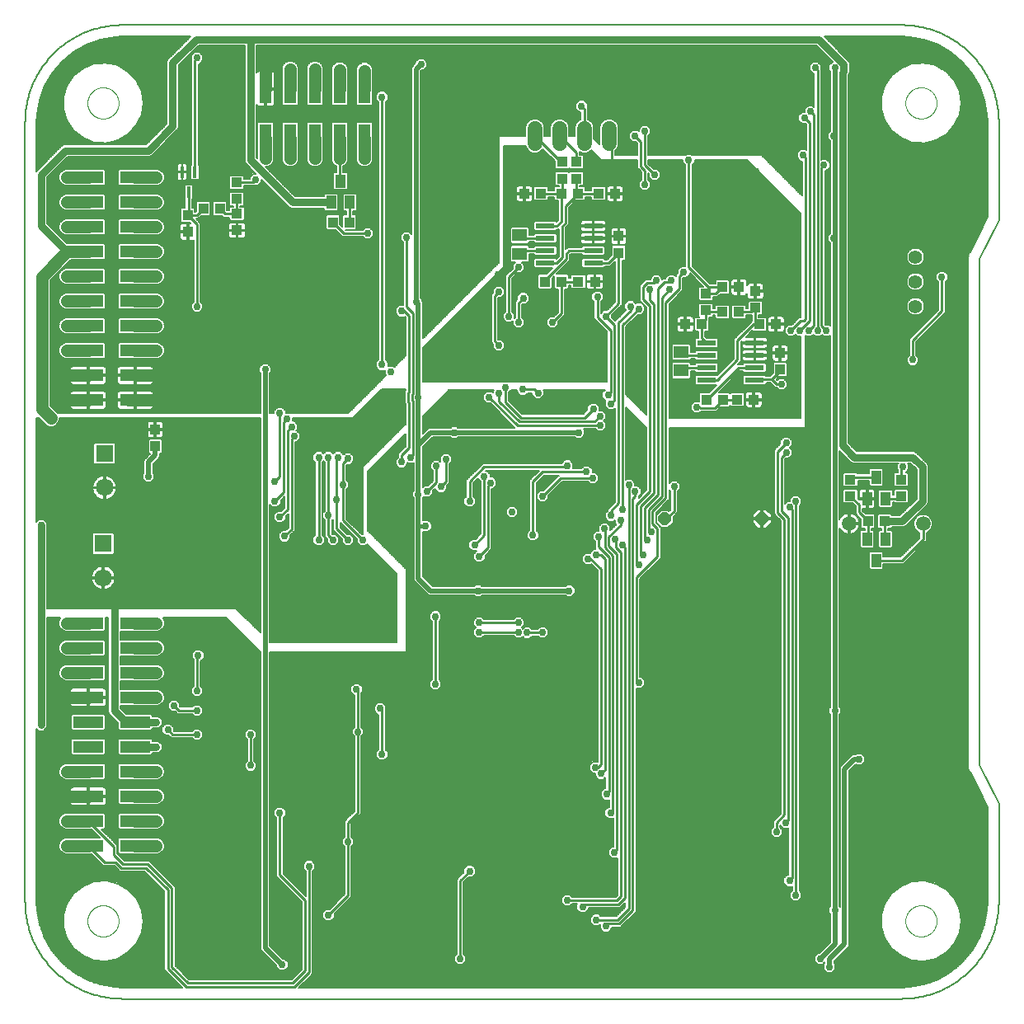
<source format=gbl>
G75*
%MOIN*%
%OFA0B0*%
%FSLAX25Y25*%
%IPPOS*%
%LPD*%
%AMOC8*
5,1,8,0,0,1.08239X$1,22.5*
%
%ADD10C,0.00600*%
%ADD11C,0.00000*%
%ADD12R,0.12000X0.05000*%
%ADD13R,0.05000X0.11500*%
%ADD14C,0.05512*%
%ADD15R,0.07800X0.02200*%
%ADD16R,0.04331X0.03937*%
%ADD17R,0.03937X0.04331*%
%ADD18R,0.05906X0.05118*%
%ADD19C,0.05906*%
%ADD20R,0.03937X0.05512*%
%ADD21OC8,0.05150*%
%ADD22R,0.01600X0.04600*%
%ADD23R,0.07087X0.07087*%
%ADD24C,0.07087*%
%ADD25C,0.06000*%
%ADD26C,0.02978*%
%ADD27C,0.02000*%
%ADD28C,0.01600*%
%ADD29C,0.01000*%
%ADD30C,0.05000*%
%ADD31C,0.03569*%
%ADD32C,0.03000*%
D10*
X0048958Y0056950D02*
X0053601Y0053054D01*
X0058850Y0050024D01*
X0064545Y0047951D01*
X0070514Y0046898D01*
X0073544Y0046766D01*
X0097555Y0046766D01*
X0091271Y0053050D01*
X0091271Y0053050D01*
X0090451Y0053870D01*
X0090451Y0085762D01*
X0082465Y0093747D01*
X0072422Y0093747D01*
X0071602Y0094567D01*
X0070181Y0095988D01*
X0065762Y0095988D01*
X0064942Y0096808D01*
X0061094Y0100656D01*
X0050498Y0100656D01*
X0049248Y0101174D01*
X0048292Y0102130D01*
X0047774Y0103380D01*
X0047774Y0104732D01*
X0048292Y0105982D01*
X0049248Y0106938D01*
X0050498Y0107456D01*
X0064294Y0107456D01*
X0061094Y0110656D01*
X0050498Y0110656D01*
X0049248Y0111174D01*
X0048292Y0112130D01*
X0047774Y0113380D01*
X0047774Y0114732D01*
X0048292Y0115982D01*
X0049248Y0116938D01*
X0050498Y0117456D01*
X0066047Y0117456D01*
X0066574Y0116929D01*
X0066574Y0111183D01*
X0066047Y0110656D01*
X0065054Y0110656D01*
X0066654Y0109056D01*
X0066710Y0109056D01*
X0067530Y0108236D01*
X0067530Y0108236D01*
X0071374Y0104391D01*
X0071374Y0101017D01*
X0074244Y0098147D01*
X0084288Y0098147D01*
X0094031Y0088404D01*
X0094851Y0087584D01*
X0094851Y0055692D01*
X0100452Y0050091D01*
X0141915Y0050091D01*
X0145938Y0054114D01*
X0145938Y0081429D01*
X0136547Y0090820D01*
X0135727Y0091640D01*
X0135727Y0115463D01*
X0134738Y0116452D01*
X0134738Y0118431D01*
X0136137Y0119831D01*
X0138116Y0119831D01*
X0139516Y0118431D01*
X0139516Y0116452D01*
X0138527Y0115463D01*
X0138527Y0092800D01*
X0147538Y0083789D01*
X0147538Y0093810D01*
X0146549Y0094799D01*
X0146549Y0096778D01*
X0147948Y0098177D01*
X0149927Y0098177D01*
X0151327Y0096778D01*
X0151327Y0094799D01*
X0150338Y0093810D01*
X0150338Y0052292D01*
X0149518Y0051472D01*
X0144812Y0046766D01*
X0388505Y0046766D01*
X0391535Y0046898D01*
X0397504Y0047951D01*
X0403199Y0050024D01*
X0408448Y0053054D01*
X0413091Y0056950D01*
X0416987Y0061593D01*
X0420017Y0066842D01*
X0420017Y0066842D01*
X0422090Y0072537D01*
X0423142Y0078506D01*
X0423275Y0081536D01*
X0423275Y0119820D01*
X0416220Y0133929D01*
X0416101Y0134049D01*
X0415813Y0134743D01*
X0415477Y0135416D01*
X0415465Y0135584D01*
X0415401Y0135739D01*
X0415401Y0136491D01*
X0415348Y0137241D01*
X0415401Y0137401D01*
X0415401Y0340632D01*
X0415348Y0340792D01*
X0415401Y0341542D01*
X0415401Y0342294D01*
X0415465Y0342449D01*
X0415477Y0342618D01*
X0415813Y0343290D01*
X0416101Y0343984D01*
X0416220Y0344104D01*
X0423275Y0358213D01*
X0423275Y0396497D01*
X0423142Y0399527D01*
X0422090Y0405496D01*
X0420017Y0411191D01*
X0416987Y0416440D01*
X0413091Y0421083D01*
X0408448Y0424979D01*
X0403199Y0428009D01*
X0397504Y0430082D01*
X0391535Y0431135D01*
X0388505Y0431267D01*
X0357362Y0431267D01*
X0367160Y0421469D01*
X0367525Y0420587D01*
X0367525Y0416659D01*
X0367160Y0415777D01*
X0367036Y0415653D01*
X0367036Y0266911D01*
X0370404Y0263543D01*
X0393510Y0263543D01*
X0394392Y0263177D01*
X0398329Y0259240D01*
X0399004Y0258565D01*
X0399369Y0257683D01*
X0399369Y0242949D01*
X0399004Y0242066D01*
X0390858Y0233921D01*
X0390183Y0233246D01*
X0389301Y0232880D01*
X0384523Y0232880D01*
X0384523Y0232742D01*
X0383996Y0232215D01*
X0383054Y0232215D01*
X0383054Y0231767D01*
X0384389Y0231767D01*
X0384917Y0231240D01*
X0384917Y0224982D01*
X0384389Y0224455D01*
X0379707Y0224455D01*
X0379180Y0224982D01*
X0379180Y0231240D01*
X0379707Y0231767D01*
X0380254Y0231767D01*
X0380254Y0232215D01*
X0379313Y0232215D01*
X0378786Y0232742D01*
X0378786Y0237818D01*
X0379313Y0238346D01*
X0383996Y0238346D01*
X0384523Y0237818D01*
X0384523Y0237680D01*
X0387830Y0237680D01*
X0394569Y0244420D01*
X0394569Y0256211D01*
X0392038Y0258743D01*
X0390937Y0258743D01*
X0391484Y0258195D01*
X0391484Y0256216D01*
X0390264Y0254995D01*
X0390846Y0254995D01*
X0391373Y0254468D01*
X0391373Y0249785D01*
X0390846Y0249258D01*
X0385770Y0249258D01*
X0385243Y0249785D01*
X0385243Y0254468D01*
X0385770Y0254995D01*
X0386908Y0254995D01*
X0386908Y0256014D01*
X0386706Y0256216D01*
X0386706Y0258195D01*
X0387254Y0258743D01*
X0368933Y0258743D01*
X0368051Y0259108D01*
X0363436Y0263722D01*
X0363436Y0236107D01*
X0363647Y0236521D01*
X0364040Y0237063D01*
X0364514Y0237536D01*
X0365055Y0237929D01*
X0365652Y0238233D01*
X0366288Y0238440D01*
X0366950Y0238545D01*
X0366984Y0238545D01*
X0366984Y0234592D01*
X0367584Y0234592D01*
X0367584Y0238545D01*
X0367619Y0238545D01*
X0368280Y0238440D01*
X0368917Y0238233D01*
X0369513Y0237929D01*
X0370055Y0237536D01*
X0370528Y0237063D01*
X0370922Y0236521D01*
X0371225Y0235925D01*
X0371432Y0235288D01*
X0371537Y0234627D01*
X0371537Y0234592D01*
X0367584Y0234592D01*
X0367584Y0233992D01*
X0367584Y0230039D01*
X0367619Y0230039D01*
X0368280Y0230144D01*
X0368917Y0230351D01*
X0369513Y0230655D01*
X0370055Y0231048D01*
X0370528Y0231522D01*
X0370922Y0232063D01*
X0371225Y0232660D01*
X0371432Y0233296D01*
X0371537Y0233957D01*
X0371537Y0233992D01*
X0367584Y0233992D01*
X0366984Y0233992D01*
X0366984Y0230039D01*
X0366950Y0230039D01*
X0366288Y0230144D01*
X0365652Y0230351D01*
X0365055Y0230655D01*
X0364514Y0231048D01*
X0364040Y0231522D01*
X0363647Y0232063D01*
X0363436Y0232477D01*
X0363436Y0160259D01*
X0363925Y0159770D01*
X0363925Y0157791D01*
X0363436Y0157302D01*
X0363436Y0079550D01*
X0363573Y0079413D01*
X0363573Y0135945D01*
X0364686Y0137058D01*
X0368623Y0140995D01*
X0363436Y0140995D01*
X0363436Y0141593D02*
X0415401Y0141593D01*
X0415401Y0140995D02*
X0372858Y0140995D01*
X0372368Y0141484D02*
X0370389Y0141484D01*
X0369900Y0140995D01*
X0368623Y0140995D01*
X0368024Y0140396D02*
X0363436Y0140396D01*
X0363436Y0139798D02*
X0367426Y0139798D01*
X0366827Y0139199D02*
X0363436Y0139199D01*
X0363436Y0138601D02*
X0366229Y0138601D01*
X0365630Y0138002D02*
X0363436Y0138002D01*
X0363436Y0137404D02*
X0365032Y0137404D01*
X0364433Y0136805D02*
X0363436Y0136805D01*
X0363436Y0136207D02*
X0363835Y0136207D01*
X0363573Y0135608D02*
X0363436Y0135608D01*
X0363436Y0135010D02*
X0363573Y0135010D01*
X0363573Y0134411D02*
X0363436Y0134411D01*
X0363436Y0133813D02*
X0363573Y0133813D01*
X0363573Y0133214D02*
X0363436Y0133214D01*
X0363436Y0132616D02*
X0363573Y0132616D01*
X0363573Y0132017D02*
X0363436Y0132017D01*
X0363436Y0131419D02*
X0363573Y0131419D01*
X0363573Y0130820D02*
X0363436Y0130820D01*
X0363436Y0130222D02*
X0363573Y0130222D01*
X0363573Y0129623D02*
X0363436Y0129623D01*
X0363436Y0129025D02*
X0363573Y0129025D01*
X0363573Y0128426D02*
X0363436Y0128426D01*
X0363436Y0127828D02*
X0363573Y0127828D01*
X0363573Y0127229D02*
X0363436Y0127229D01*
X0363436Y0126631D02*
X0363573Y0126631D01*
X0363573Y0126032D02*
X0363436Y0126032D01*
X0363436Y0125434D02*
X0363573Y0125434D01*
X0363573Y0124835D02*
X0363436Y0124835D01*
X0363436Y0124237D02*
X0363573Y0124237D01*
X0363573Y0123638D02*
X0363436Y0123638D01*
X0363436Y0123040D02*
X0363573Y0123040D01*
X0363573Y0122441D02*
X0363436Y0122441D01*
X0363436Y0121843D02*
X0363573Y0121843D01*
X0363573Y0121244D02*
X0363436Y0121244D01*
X0363436Y0120646D02*
X0363573Y0120646D01*
X0363573Y0120047D02*
X0363436Y0120047D01*
X0363436Y0119449D02*
X0363573Y0119449D01*
X0363573Y0118850D02*
X0363436Y0118850D01*
X0363436Y0118252D02*
X0363573Y0118252D01*
X0363573Y0117653D02*
X0363436Y0117653D01*
X0363436Y0117054D02*
X0363573Y0117054D01*
X0363573Y0116456D02*
X0363436Y0116456D01*
X0363436Y0115857D02*
X0363573Y0115857D01*
X0363573Y0115259D02*
X0363436Y0115259D01*
X0363436Y0114660D02*
X0363573Y0114660D01*
X0363573Y0114062D02*
X0363436Y0114062D01*
X0363436Y0113463D02*
X0363573Y0113463D01*
X0363573Y0112865D02*
X0363436Y0112865D01*
X0363436Y0112266D02*
X0363573Y0112266D01*
X0363573Y0111668D02*
X0363436Y0111668D01*
X0363436Y0111069D02*
X0363573Y0111069D01*
X0363573Y0110471D02*
X0363436Y0110471D01*
X0363436Y0109872D02*
X0363573Y0109872D01*
X0363573Y0109274D02*
X0363436Y0109274D01*
X0363436Y0108675D02*
X0363573Y0108675D01*
X0363573Y0108077D02*
X0363436Y0108077D01*
X0363436Y0107478D02*
X0363573Y0107478D01*
X0363573Y0106880D02*
X0363436Y0106880D01*
X0363436Y0106281D02*
X0363573Y0106281D01*
X0363573Y0105683D02*
X0363436Y0105683D01*
X0363436Y0105084D02*
X0363573Y0105084D01*
X0363573Y0104486D02*
X0363436Y0104486D01*
X0363436Y0103887D02*
X0363573Y0103887D01*
X0363573Y0103289D02*
X0363436Y0103289D01*
X0363436Y0102690D02*
X0363573Y0102690D01*
X0363573Y0102092D02*
X0363436Y0102092D01*
X0363436Y0101493D02*
X0363573Y0101493D01*
X0363573Y0100895D02*
X0363436Y0100895D01*
X0363436Y0100296D02*
X0363573Y0100296D01*
X0363573Y0099698D02*
X0363436Y0099698D01*
X0363436Y0099099D02*
X0363573Y0099099D01*
X0363573Y0098501D02*
X0363436Y0098501D01*
X0363436Y0097902D02*
X0363573Y0097902D01*
X0363573Y0097304D02*
X0363436Y0097304D01*
X0363436Y0096705D02*
X0363573Y0096705D01*
X0363573Y0096107D02*
X0363436Y0096107D01*
X0363436Y0095508D02*
X0363573Y0095508D01*
X0363573Y0094910D02*
X0363436Y0094910D01*
X0363436Y0094311D02*
X0363573Y0094311D01*
X0363573Y0093713D02*
X0363436Y0093713D01*
X0363436Y0093114D02*
X0363573Y0093114D01*
X0363573Y0092516D02*
X0363436Y0092516D01*
X0363436Y0091917D02*
X0363573Y0091917D01*
X0363573Y0091319D02*
X0363436Y0091319D01*
X0363436Y0090720D02*
X0363573Y0090720D01*
X0363573Y0090121D02*
X0363436Y0090121D01*
X0363436Y0089523D02*
X0363573Y0089523D01*
X0363573Y0088924D02*
X0363436Y0088924D01*
X0363436Y0088326D02*
X0363573Y0088326D01*
X0363573Y0087727D02*
X0363436Y0087727D01*
X0363436Y0087129D02*
X0363573Y0087129D01*
X0363573Y0086530D02*
X0363436Y0086530D01*
X0363436Y0085932D02*
X0363573Y0085932D01*
X0363573Y0085333D02*
X0363436Y0085333D01*
X0363436Y0084735D02*
X0363573Y0084735D01*
X0363573Y0084136D02*
X0363436Y0084136D01*
X0363436Y0083538D02*
X0363573Y0083538D01*
X0363573Y0082939D02*
X0363436Y0082939D01*
X0363436Y0082341D02*
X0363573Y0082341D01*
X0363573Y0081742D02*
X0363436Y0081742D01*
X0363436Y0081144D02*
X0363573Y0081144D01*
X0363573Y0080545D02*
X0363436Y0080545D01*
X0363436Y0079947D02*
X0363573Y0079947D01*
X0367373Y0079947D02*
X0381450Y0079947D01*
X0381635Y0080545D02*
X0367373Y0080545D01*
X0367373Y0081144D02*
X0381972Y0081144D01*
X0381693Y0080734D02*
X0380261Y0076092D01*
X0380261Y0071233D01*
X0381693Y0066590D01*
X0384430Y0062575D01*
X0388229Y0059546D01*
X0392752Y0057771D01*
X0397597Y0057408D01*
X0402334Y0058489D01*
X0406542Y0060918D01*
X0409846Y0064480D01*
X0411955Y0068858D01*
X0412679Y0073662D01*
X0411955Y0078467D01*
X0409846Y0082844D01*
X0406542Y0086406D01*
X0406542Y0086406D01*
X0402334Y0088835D01*
X0402334Y0088835D01*
X0397597Y0089917D01*
X0392752Y0089554D01*
X0392752Y0089554D01*
X0388229Y0087778D01*
X0384430Y0084749D01*
X0381693Y0080734D01*
X0382380Y0081742D02*
X0367373Y0081742D01*
X0367373Y0082341D02*
X0382788Y0082341D01*
X0383196Y0082939D02*
X0367373Y0082939D01*
X0367373Y0083538D02*
X0383604Y0083538D01*
X0384012Y0084136D02*
X0367373Y0084136D01*
X0367373Y0084735D02*
X0384420Y0084735D01*
X0384430Y0084749D02*
X0384430Y0084749D01*
X0385163Y0085333D02*
X0367373Y0085333D01*
X0367373Y0085932D02*
X0385913Y0085932D01*
X0386664Y0086530D02*
X0367373Y0086530D01*
X0367373Y0087129D02*
X0387414Y0087129D01*
X0388165Y0087727D02*
X0367373Y0087727D01*
X0367373Y0088326D02*
X0389624Y0088326D01*
X0388229Y0087778D02*
X0388229Y0087778D01*
X0391149Y0088924D02*
X0367373Y0088924D01*
X0367373Y0089523D02*
X0392674Y0089523D01*
X0397597Y0089917D02*
X0397597Y0089917D01*
X0399321Y0089523D02*
X0423275Y0089523D01*
X0423275Y0090121D02*
X0367373Y0090121D01*
X0367373Y0090720D02*
X0423275Y0090720D01*
X0423275Y0091319D02*
X0367373Y0091319D01*
X0367373Y0091917D02*
X0423275Y0091917D01*
X0423275Y0092516D02*
X0367373Y0092516D01*
X0367373Y0093114D02*
X0423275Y0093114D01*
X0423275Y0093713D02*
X0367373Y0093713D01*
X0367373Y0094311D02*
X0423275Y0094311D01*
X0423275Y0094910D02*
X0367373Y0094910D01*
X0367373Y0095508D02*
X0423275Y0095508D01*
X0423275Y0096107D02*
X0367373Y0096107D01*
X0367373Y0096705D02*
X0423275Y0096705D01*
X0423275Y0097304D02*
X0367373Y0097304D01*
X0367373Y0097902D02*
X0423275Y0097902D01*
X0423275Y0098501D02*
X0367373Y0098501D01*
X0367373Y0099099D02*
X0423275Y0099099D01*
X0423275Y0099698D02*
X0367373Y0099698D01*
X0367373Y0100296D02*
X0423275Y0100296D01*
X0423275Y0100895D02*
X0367373Y0100895D01*
X0367373Y0101493D02*
X0423275Y0101493D01*
X0423275Y0102092D02*
X0367373Y0102092D01*
X0367373Y0102690D02*
X0423275Y0102690D01*
X0423275Y0103289D02*
X0367373Y0103289D01*
X0367373Y0103887D02*
X0423275Y0103887D01*
X0423275Y0104486D02*
X0367373Y0104486D01*
X0367373Y0105084D02*
X0423275Y0105084D01*
X0423275Y0105683D02*
X0367373Y0105683D01*
X0367373Y0106281D02*
X0423275Y0106281D01*
X0423275Y0106880D02*
X0367373Y0106880D01*
X0367373Y0107478D02*
X0423275Y0107478D01*
X0423275Y0108077D02*
X0367373Y0108077D01*
X0367373Y0108675D02*
X0423275Y0108675D01*
X0423275Y0109274D02*
X0367373Y0109274D01*
X0367373Y0109872D02*
X0423275Y0109872D01*
X0423275Y0110471D02*
X0367373Y0110471D01*
X0367373Y0111069D02*
X0423275Y0111069D01*
X0423275Y0111668D02*
X0367373Y0111668D01*
X0367373Y0112266D02*
X0423275Y0112266D01*
X0423275Y0112865D02*
X0367373Y0112865D01*
X0367373Y0113463D02*
X0423275Y0113463D01*
X0423275Y0114062D02*
X0367373Y0114062D01*
X0367373Y0114660D02*
X0423275Y0114660D01*
X0423275Y0115259D02*
X0367373Y0115259D01*
X0367373Y0115857D02*
X0423275Y0115857D01*
X0423275Y0116456D02*
X0367373Y0116456D01*
X0367373Y0117054D02*
X0423275Y0117054D01*
X0423275Y0117653D02*
X0367373Y0117653D01*
X0367373Y0118252D02*
X0423275Y0118252D01*
X0423275Y0118850D02*
X0367373Y0118850D01*
X0367373Y0119449D02*
X0423275Y0119449D01*
X0423161Y0120047D02*
X0367373Y0120047D01*
X0367373Y0120646D02*
X0422862Y0120646D01*
X0422563Y0121244D02*
X0367373Y0121244D01*
X0367373Y0121843D02*
X0422264Y0121843D01*
X0421964Y0122441D02*
X0367373Y0122441D01*
X0367373Y0123040D02*
X0421665Y0123040D01*
X0421366Y0123638D02*
X0367373Y0123638D01*
X0367373Y0124237D02*
X0421067Y0124237D01*
X0420767Y0124835D02*
X0367373Y0124835D01*
X0367373Y0125434D02*
X0420468Y0125434D01*
X0420169Y0126032D02*
X0367373Y0126032D01*
X0367373Y0126631D02*
X0419870Y0126631D01*
X0419570Y0127229D02*
X0367373Y0127229D01*
X0367373Y0127828D02*
X0419271Y0127828D01*
X0418972Y0128426D02*
X0367373Y0128426D01*
X0367373Y0129025D02*
X0418673Y0129025D01*
X0418373Y0129623D02*
X0367373Y0129623D01*
X0367373Y0130222D02*
X0418074Y0130222D01*
X0417775Y0130820D02*
X0367373Y0130820D01*
X0367373Y0131419D02*
X0417476Y0131419D01*
X0417176Y0132017D02*
X0367373Y0132017D01*
X0367373Y0132616D02*
X0416877Y0132616D01*
X0416578Y0133214D02*
X0367373Y0133214D01*
X0367373Y0133813D02*
X0416279Y0133813D01*
X0415951Y0134411D02*
X0367413Y0134411D01*
X0367373Y0134371D02*
X0370049Y0137047D01*
X0370389Y0136706D01*
X0372368Y0136706D01*
X0373768Y0138106D01*
X0373768Y0140085D01*
X0372368Y0141484D01*
X0373456Y0140396D02*
X0415401Y0140396D01*
X0415401Y0139798D02*
X0373768Y0139798D01*
X0373768Y0139199D02*
X0415401Y0139199D01*
X0415401Y0138601D02*
X0373768Y0138601D01*
X0373664Y0138002D02*
X0415401Y0138002D01*
X0415401Y0137404D02*
X0373066Y0137404D01*
X0372467Y0136805D02*
X0415378Y0136805D01*
X0415401Y0136207D02*
X0369209Y0136207D01*
X0369807Y0136805D02*
X0370290Y0136805D01*
X0368610Y0135608D02*
X0415455Y0135608D01*
X0415680Y0135010D02*
X0368012Y0135010D01*
X0367373Y0134371D02*
X0367373Y0063505D01*
X0366260Y0062392D01*
X0361271Y0057403D01*
X0361271Y0056519D01*
X0361760Y0056030D01*
X0361760Y0054051D01*
X0360360Y0052651D01*
X0358381Y0052651D01*
X0356982Y0054051D01*
X0356982Y0056030D01*
X0357471Y0056519D01*
X0357471Y0056848D01*
X0356620Y0055998D01*
X0354641Y0055998D01*
X0353242Y0057397D01*
X0353242Y0059376D01*
X0354641Y0060776D01*
X0355333Y0060776D01*
X0359636Y0065079D01*
X0359636Y0076593D01*
X0359147Y0077082D01*
X0359147Y0079061D01*
X0359636Y0079550D01*
X0359636Y0157302D01*
X0359147Y0157791D01*
X0359147Y0159770D01*
X0359636Y0160259D01*
X0359636Y0310450D01*
X0359121Y0309935D01*
X0357142Y0309935D01*
X0356343Y0310734D01*
X0355543Y0309935D01*
X0353564Y0309935D01*
X0352765Y0310734D01*
X0351965Y0309935D01*
X0349986Y0309935D01*
X0349725Y0310195D01*
X0349725Y0272918D01*
X0294533Y0272918D01*
X0294533Y0250667D01*
X0295586Y0251720D01*
X0297565Y0251720D01*
X0298965Y0250321D01*
X0298965Y0248342D01*
X0297976Y0247353D01*
X0297976Y0238909D01*
X0296192Y0237126D01*
X0296192Y0234821D01*
X0294157Y0232786D01*
X0291278Y0232786D01*
X0289243Y0234821D01*
X0289243Y0237700D01*
X0291278Y0239735D01*
X0294157Y0239735D01*
X0294499Y0239393D01*
X0295176Y0240069D01*
X0295176Y0247353D01*
X0294533Y0247996D01*
X0294533Y0244132D01*
X0293713Y0243312D01*
X0289239Y0238838D01*
X0289239Y0234768D01*
X0290396Y0233610D01*
X0291217Y0232790D01*
X0291217Y0220339D01*
X0282839Y0211961D01*
X0282839Y0172390D01*
X0283417Y0172390D01*
X0284817Y0170990D01*
X0284817Y0169011D01*
X0283417Y0167612D01*
X0281438Y0167612D01*
X0281239Y0167811D01*
X0281239Y0077449D01*
X0275744Y0071955D01*
X0274924Y0071135D01*
X0271405Y0071135D01*
X0271405Y0070556D01*
X0270006Y0069157D01*
X0268027Y0069157D01*
X0266628Y0070556D01*
X0266628Y0072304D01*
X0266069Y0071746D01*
X0264090Y0071746D01*
X0262691Y0073145D01*
X0262691Y0075124D01*
X0264090Y0076524D01*
X0266069Y0076524D01*
X0267058Y0075535D01*
X0273101Y0075535D01*
X0276839Y0079272D01*
X0276839Y0081098D01*
X0274750Y0079009D01*
X0261915Y0079009D01*
X0261915Y0078280D01*
X0260516Y0076880D01*
X0258536Y0076880D01*
X0257137Y0078280D01*
X0257137Y0080259D01*
X0257487Y0080609D01*
X0255247Y0080609D01*
X0254258Y0079620D01*
X0252279Y0079620D01*
X0250880Y0081019D01*
X0250880Y0082998D01*
X0252279Y0084398D01*
X0254258Y0084398D01*
X0255247Y0083409D01*
X0272927Y0083409D01*
X0273639Y0084120D01*
X0273639Y0099081D01*
X0273439Y0098882D01*
X0271460Y0098882D01*
X0270061Y0100281D01*
X0270061Y0102260D01*
X0271460Y0103660D01*
X0272039Y0103660D01*
X0272039Y0115252D01*
X0271839Y0115053D01*
X0269860Y0115053D01*
X0268461Y0116452D01*
X0268461Y0118431D01*
X0269860Y0119831D01*
X0270439Y0119831D01*
X0270439Y0122669D01*
X0270239Y0122469D01*
X0268260Y0122469D01*
X0266861Y0123869D01*
X0266861Y0125848D01*
X0268260Y0127247D01*
X0268839Y0127247D01*
X0268839Y0131602D01*
X0268038Y0130801D01*
X0266058Y0130801D01*
X0264659Y0132200D01*
X0264659Y0133390D01*
X0263587Y0133390D01*
X0262188Y0134789D01*
X0262188Y0136768D01*
X0263587Y0138168D01*
X0265567Y0138168D01*
X0265639Y0138096D01*
X0265639Y0215296D01*
X0262976Y0217959D01*
X0262704Y0217688D01*
X0260725Y0217688D01*
X0259326Y0219088D01*
X0259326Y0221067D01*
X0260725Y0222466D01*
X0262691Y0222466D01*
X0262691Y0222762D01*
X0264090Y0224161D01*
X0264768Y0224161D01*
X0264578Y0224352D01*
X0264578Y0226981D01*
X0263589Y0227970D01*
X0263589Y0229949D01*
X0264988Y0231349D01*
X0266037Y0231349D01*
X0266037Y0233195D01*
X0267436Y0234594D01*
X0269416Y0234594D01*
X0270815Y0233195D01*
X0270815Y0231576D01*
X0273167Y0233928D01*
X0272533Y0234562D01*
X0272533Y0235690D01*
X0271975Y0235131D01*
X0269995Y0235131D01*
X0268596Y0236531D01*
X0268596Y0238510D01*
X0269585Y0239499D01*
X0269585Y0240069D01*
X0272650Y0243133D01*
X0272650Y0281082D01*
X0271975Y0280407D01*
X0269995Y0280407D01*
X0268596Y0281807D01*
X0268596Y0283786D01*
X0268833Y0284023D01*
X0267472Y0285384D01*
X0267472Y0287364D01*
X0268593Y0288485D01*
X0243574Y0288485D01*
X0243904Y0288156D01*
X0243904Y0286177D01*
X0242504Y0284777D01*
X0240525Y0284777D01*
X0239126Y0286177D01*
X0239126Y0287127D01*
X0237453Y0287127D01*
X0236464Y0286138D01*
X0234485Y0286138D01*
X0233086Y0287537D01*
X0233086Y0288485D01*
X0230754Y0288485D01*
X0230754Y0288399D01*
X0229765Y0287411D01*
X0229765Y0283897D01*
X0235125Y0278538D01*
X0259745Y0278538D01*
X0261484Y0280277D01*
X0261484Y0281675D01*
X0262883Y0283075D01*
X0264862Y0283075D01*
X0266262Y0281675D01*
X0266262Y0280097D01*
X0267535Y0280097D01*
X0268934Y0278697D01*
X0268934Y0276718D01*
X0268093Y0275877D01*
X0269043Y0274927D01*
X0269043Y0272948D01*
X0267644Y0271549D01*
X0265665Y0271549D01*
X0264676Y0272538D01*
X0260118Y0272538D01*
X0260500Y0272156D01*
X0260500Y0270177D01*
X0259101Y0268777D01*
X0257121Y0268777D01*
X0256632Y0269266D01*
X0209153Y0269266D01*
X0208664Y0268777D01*
X0206684Y0268777D01*
X0206195Y0269266D01*
X0198961Y0269266D01*
X0195074Y0265379D01*
X0195074Y0249064D01*
X0195762Y0249752D01*
X0197161Y0249752D01*
X0199023Y0251614D01*
X0199023Y0255531D01*
X0198034Y0256520D01*
X0198034Y0258499D01*
X0199433Y0259898D01*
X0201412Y0259898D01*
X0201934Y0259377D01*
X0201934Y0261305D01*
X0203333Y0262704D01*
X0205312Y0262704D01*
X0206712Y0261305D01*
X0206712Y0259325D01*
X0205723Y0258336D01*
X0205723Y0250693D01*
X0204624Y0249593D01*
X0204624Y0248195D01*
X0203224Y0246795D01*
X0201245Y0246795D01*
X0199846Y0248195D01*
X0199846Y0248477D01*
X0199141Y0247772D01*
X0199141Y0246373D01*
X0197742Y0244974D01*
X0195762Y0244974D01*
X0195561Y0245175D01*
X0195074Y0244688D01*
X0195074Y0235539D01*
X0195184Y0235650D01*
X0197164Y0235650D01*
X0198563Y0234250D01*
X0198563Y0232271D01*
X0197164Y0230872D01*
X0195184Y0230872D01*
X0195074Y0230982D01*
X0195074Y0212953D01*
X0198961Y0209066D01*
X0215821Y0209066D01*
X0216310Y0209555D01*
X0218290Y0209555D01*
X0218779Y0209066D01*
X0252695Y0209066D01*
X0253184Y0209555D01*
X0255164Y0209555D01*
X0256563Y0208156D01*
X0256563Y0206177D01*
X0255164Y0204777D01*
X0253184Y0204777D01*
X0252695Y0205266D01*
X0218779Y0205266D01*
X0218290Y0204777D01*
X0216310Y0204777D01*
X0215821Y0205266D01*
X0197387Y0205266D01*
X0192387Y0210266D01*
X0191274Y0211379D01*
X0191274Y0244688D01*
X0190785Y0245177D01*
X0190785Y0247156D01*
X0191274Y0247645D01*
X0191274Y0258953D01*
X0191075Y0258754D01*
X0189095Y0258754D01*
X0188728Y0259121D01*
X0188728Y0258184D01*
X0187329Y0256785D01*
X0185350Y0256785D01*
X0183950Y0258184D01*
X0183950Y0260164D01*
X0184939Y0261153D01*
X0184939Y0262525D01*
X0185759Y0263345D01*
X0188074Y0265659D01*
X0188074Y0270751D01*
X0172560Y0255237D01*
X0172560Y0231615D01*
X0188308Y0215867D01*
X0188308Y0182402D01*
X0133121Y0182402D01*
X0133121Y0063611D01*
X0138425Y0058307D01*
X0139116Y0058307D01*
X0140516Y0056908D01*
X0140516Y0054929D01*
X0139116Y0053529D01*
X0137137Y0053529D01*
X0135738Y0054929D01*
X0135738Y0055620D01*
X0129321Y0062037D01*
X0129321Y0182402D01*
X0129253Y0182402D01*
X0115473Y0196182D01*
X0089856Y0196182D01*
X0090056Y0195982D01*
X0090574Y0194732D01*
X0090574Y0193380D01*
X0090056Y0192130D01*
X0089100Y0191174D01*
X0087850Y0190656D01*
X0072598Y0190656D01*
X0072598Y0187456D01*
X0087850Y0187456D01*
X0089100Y0186938D01*
X0090056Y0185982D01*
X0090574Y0184732D01*
X0090574Y0183380D01*
X0090056Y0182130D01*
X0089100Y0181174D01*
X0087850Y0180656D01*
X0072598Y0180656D01*
X0072598Y0177456D01*
X0087850Y0177456D01*
X0089100Y0176938D01*
X0090056Y0175982D01*
X0090574Y0174732D01*
X0090574Y0173380D01*
X0090056Y0172130D01*
X0089100Y0171174D01*
X0087850Y0170656D01*
X0072598Y0170656D01*
X0072598Y0167456D01*
X0087850Y0167456D01*
X0089100Y0166938D01*
X0090056Y0165982D01*
X0090574Y0164732D01*
X0090574Y0163380D01*
X0090056Y0162130D01*
X0089100Y0161174D01*
X0087850Y0160656D01*
X0072598Y0160656D01*
X0072598Y0159774D01*
X0074916Y0157456D01*
X0085047Y0157456D01*
X0085574Y0156929D01*
X0085574Y0156456D01*
X0087651Y0156456D01*
X0087678Y0156445D01*
X0088164Y0156445D01*
X0088507Y0156102D01*
X0088534Y0156091D01*
X0089209Y0155415D01*
X0089220Y0155389D01*
X0089563Y0155045D01*
X0089563Y0154560D01*
X0089574Y0154533D01*
X0089574Y0153579D01*
X0089563Y0153552D01*
X0089563Y0153066D01*
X0089220Y0152723D01*
X0089209Y0152696D01*
X0088534Y0152021D01*
X0088507Y0152010D01*
X0088164Y0151667D01*
X0087678Y0151667D01*
X0087651Y0151656D01*
X0085574Y0151656D01*
X0085574Y0151183D01*
X0085047Y0150656D01*
X0072301Y0150656D01*
X0071774Y0151183D01*
X0071774Y0153810D01*
X0068163Y0157421D01*
X0067798Y0158303D01*
X0067798Y0196182D01*
X0066574Y0196182D01*
X0066574Y0191183D01*
X0066047Y0190656D01*
X0050498Y0190656D01*
X0049248Y0191174D01*
X0048292Y0192130D01*
X0047774Y0193380D01*
X0047774Y0194732D01*
X0048292Y0195982D01*
X0048492Y0196182D01*
X0043070Y0196182D01*
X0043070Y0152397D01*
X0043059Y0152371D01*
X0043059Y0151885D01*
X0042716Y0151542D01*
X0042705Y0151515D01*
X0042030Y0150840D01*
X0042003Y0150829D01*
X0041660Y0150486D01*
X0041174Y0150486D01*
X0041147Y0150475D01*
X0040193Y0150475D01*
X0040166Y0150486D01*
X0039681Y0150486D01*
X0039337Y0150829D01*
X0039311Y0150840D01*
X0038774Y0151377D01*
X0038774Y0081536D01*
X0038906Y0078506D01*
X0039959Y0072537D01*
X0042032Y0066842D01*
X0045062Y0061593D01*
X0048958Y0056950D01*
X0048745Y0057203D02*
X0090451Y0057203D01*
X0090451Y0056605D02*
X0049369Y0056605D01*
X0050083Y0056006D02*
X0090451Y0056006D01*
X0090451Y0055408D02*
X0050796Y0055408D01*
X0051509Y0054809D02*
X0090451Y0054809D01*
X0090451Y0054211D02*
X0052222Y0054211D01*
X0052936Y0053612D02*
X0090709Y0053612D01*
X0091307Y0053014D02*
X0053671Y0053014D01*
X0054708Y0052415D02*
X0091906Y0052415D01*
X0092504Y0051817D02*
X0055744Y0051817D01*
X0056781Y0051218D02*
X0093103Y0051218D01*
X0093701Y0050620D02*
X0057817Y0050620D01*
X0058857Y0050021D02*
X0094300Y0050021D01*
X0094898Y0049423D02*
X0060501Y0049423D01*
X0062146Y0048824D02*
X0095497Y0048824D01*
X0096095Y0048226D02*
X0063790Y0048226D01*
X0066381Y0047627D02*
X0096694Y0047627D01*
X0097292Y0047029D02*
X0069775Y0047029D01*
X0073544Y0042166D02*
X0388505Y0042166D01*
X0392274Y0047029D02*
X0145075Y0047029D01*
X0145673Y0047627D02*
X0395668Y0047627D01*
X0398259Y0048226D02*
X0146272Y0048226D01*
X0146870Y0048824D02*
X0399903Y0048824D01*
X0401548Y0049423D02*
X0147469Y0049423D01*
X0148067Y0050021D02*
X0403192Y0050021D01*
X0404231Y0050620D02*
X0148666Y0050620D01*
X0149264Y0051218D02*
X0405268Y0051218D01*
X0406305Y0051817D02*
X0149863Y0051817D01*
X0150338Y0052415D02*
X0407341Y0052415D01*
X0408378Y0053014D02*
X0360723Y0053014D01*
X0361322Y0053612D02*
X0409113Y0053612D01*
X0409826Y0054211D02*
X0361760Y0054211D01*
X0361760Y0054809D02*
X0410540Y0054809D01*
X0411253Y0055408D02*
X0361760Y0055408D01*
X0361760Y0056006D02*
X0411966Y0056006D01*
X0412679Y0056605D02*
X0361271Y0056605D01*
X0361271Y0057203D02*
X0413303Y0057203D01*
X0413806Y0057802D02*
X0399323Y0057802D01*
X0397597Y0057408D02*
X0397597Y0057408D01*
X0401946Y0058400D02*
X0414308Y0058400D01*
X0414810Y0058999D02*
X0403217Y0058999D01*
X0402334Y0058489D02*
X0402334Y0058489D01*
X0404254Y0059597D02*
X0415312Y0059597D01*
X0415814Y0060196D02*
X0405290Y0060196D01*
X0406327Y0060794D02*
X0416317Y0060794D01*
X0416819Y0061393D02*
X0406982Y0061393D01*
X0406542Y0060918D02*
X0406542Y0060918D01*
X0407537Y0061991D02*
X0417217Y0061991D01*
X0417562Y0062590D02*
X0408093Y0062590D01*
X0408648Y0063188D02*
X0417908Y0063188D01*
X0418253Y0063787D02*
X0409203Y0063787D01*
X0409759Y0064385D02*
X0418599Y0064385D01*
X0418945Y0064984D02*
X0410089Y0064984D01*
X0409846Y0064480D02*
X0409846Y0064480D01*
X0410377Y0065583D02*
X0419290Y0065583D01*
X0419636Y0066181D02*
X0410666Y0066181D01*
X0410954Y0066780D02*
X0419981Y0066780D01*
X0420212Y0067378D02*
X0411242Y0067378D01*
X0411530Y0067977D02*
X0420430Y0067977D01*
X0420648Y0068575D02*
X0411818Y0068575D01*
X0411955Y0068858D02*
X0411955Y0068858D01*
X0412002Y0069174D02*
X0420866Y0069174D01*
X0421084Y0069772D02*
X0412092Y0069772D01*
X0412183Y0070371D02*
X0421302Y0070371D01*
X0421519Y0070969D02*
X0412273Y0070969D01*
X0412363Y0071568D02*
X0421737Y0071568D01*
X0421955Y0072166D02*
X0412453Y0072166D01*
X0412543Y0072765D02*
X0422130Y0072765D01*
X0422236Y0073363D02*
X0412634Y0073363D01*
X0412634Y0073962D02*
X0422341Y0073962D01*
X0422447Y0074560D02*
X0412543Y0074560D01*
X0412453Y0075159D02*
X0422552Y0075159D01*
X0422658Y0075757D02*
X0412363Y0075757D01*
X0412273Y0076356D02*
X0422763Y0076356D01*
X0422869Y0076954D02*
X0412183Y0076954D01*
X0412092Y0077553D02*
X0422974Y0077553D01*
X0423080Y0078151D02*
X0412002Y0078151D01*
X0411955Y0078467D02*
X0411955Y0078467D01*
X0411818Y0078750D02*
X0423153Y0078750D01*
X0423179Y0079348D02*
X0411530Y0079348D01*
X0411242Y0079947D02*
X0423205Y0079947D01*
X0423232Y0080545D02*
X0410954Y0080545D01*
X0410665Y0081144D02*
X0423258Y0081144D01*
X0423275Y0081742D02*
X0410377Y0081742D01*
X0410089Y0082341D02*
X0423275Y0082341D01*
X0423275Y0082939D02*
X0409758Y0082939D01*
X0409846Y0082844D02*
X0409846Y0082844D01*
X0409203Y0083538D02*
X0423275Y0083538D01*
X0423275Y0084136D02*
X0408648Y0084136D01*
X0408092Y0084735D02*
X0423275Y0084735D01*
X0423275Y0085333D02*
X0407537Y0085333D01*
X0406982Y0085932D02*
X0423275Y0085932D01*
X0423275Y0086530D02*
X0406326Y0086530D01*
X0405290Y0087129D02*
X0423275Y0087129D01*
X0423275Y0087727D02*
X0404253Y0087727D01*
X0403216Y0088326D02*
X0423275Y0088326D01*
X0423275Y0088924D02*
X0401944Y0088924D01*
X0427875Y0081536D02*
X0427864Y0080585D01*
X0427829Y0079634D01*
X0427772Y0078684D01*
X0427691Y0077736D01*
X0427588Y0076790D01*
X0427462Y0075847D01*
X0427313Y0074908D01*
X0427142Y0073972D01*
X0426947Y0073041D01*
X0426731Y0072114D01*
X0426492Y0071193D01*
X0426231Y0070278D01*
X0425948Y0069370D01*
X0425643Y0068469D01*
X0425317Y0067575D01*
X0424968Y0066690D01*
X0424599Y0065813D01*
X0424209Y0064945D01*
X0423797Y0064088D01*
X0423365Y0063240D01*
X0422913Y0062403D01*
X0422441Y0061577D01*
X0421949Y0060763D01*
X0421437Y0059961D01*
X0420906Y0059171D01*
X0420356Y0058395D01*
X0419788Y0057632D01*
X0419201Y0056883D01*
X0418596Y0056149D01*
X0417974Y0055429D01*
X0417334Y0054724D01*
X0416678Y0054036D01*
X0416005Y0053363D01*
X0415317Y0052707D01*
X0414612Y0052067D01*
X0413892Y0051445D01*
X0413158Y0050840D01*
X0412409Y0050253D01*
X0411646Y0049685D01*
X0410870Y0049135D01*
X0410080Y0048604D01*
X0409278Y0048092D01*
X0408464Y0047600D01*
X0407638Y0047128D01*
X0406801Y0046676D01*
X0405953Y0046244D01*
X0405096Y0045832D01*
X0404228Y0045442D01*
X0403351Y0045073D01*
X0402466Y0044724D01*
X0401572Y0044398D01*
X0400671Y0044093D01*
X0399763Y0043810D01*
X0398848Y0043549D01*
X0397927Y0043310D01*
X0397000Y0043094D01*
X0396069Y0042899D01*
X0395133Y0042728D01*
X0394194Y0042579D01*
X0393251Y0042453D01*
X0392305Y0042350D01*
X0391357Y0042269D01*
X0390407Y0042212D01*
X0389456Y0042177D01*
X0388505Y0042166D01*
X0392752Y0057771D02*
X0392752Y0057771D01*
X0392673Y0057802D02*
X0361670Y0057802D01*
X0362268Y0058400D02*
X0391148Y0058400D01*
X0389623Y0058999D02*
X0362867Y0058999D01*
X0363466Y0059597D02*
X0388164Y0059597D01*
X0388229Y0059546D02*
X0388229Y0059546D01*
X0387414Y0060196D02*
X0364064Y0060196D01*
X0364663Y0060794D02*
X0386663Y0060794D01*
X0385913Y0061393D02*
X0365261Y0061393D01*
X0365860Y0061991D02*
X0385162Y0061991D01*
X0384430Y0062575D02*
X0384430Y0062575D01*
X0384430Y0062575D01*
X0384420Y0062590D02*
X0366458Y0062590D01*
X0367057Y0063188D02*
X0384012Y0063188D01*
X0383604Y0063787D02*
X0367373Y0063787D01*
X0367373Y0064385D02*
X0383196Y0064385D01*
X0382788Y0064984D02*
X0367373Y0064984D01*
X0367373Y0065583D02*
X0382380Y0065583D01*
X0381972Y0066181D02*
X0367373Y0066181D01*
X0367373Y0066780D02*
X0381634Y0066780D01*
X0381450Y0067378D02*
X0367373Y0067378D01*
X0367373Y0067977D02*
X0381265Y0067977D01*
X0381081Y0068575D02*
X0367373Y0068575D01*
X0367373Y0069174D02*
X0380896Y0069174D01*
X0380711Y0069772D02*
X0367373Y0069772D01*
X0367373Y0070371D02*
X0380527Y0070371D01*
X0380342Y0070969D02*
X0367373Y0070969D01*
X0367373Y0071568D02*
X0380261Y0071568D01*
X0380261Y0072166D02*
X0367373Y0072166D01*
X0367373Y0072765D02*
X0380261Y0072765D01*
X0380261Y0073363D02*
X0367373Y0073363D01*
X0367373Y0073962D02*
X0380261Y0073962D01*
X0380261Y0074560D02*
X0367373Y0074560D01*
X0367373Y0075159D02*
X0380261Y0075159D01*
X0380261Y0075757D02*
X0367373Y0075757D01*
X0367373Y0076356D02*
X0380342Y0076356D01*
X0380527Y0076954D02*
X0367373Y0076954D01*
X0367373Y0077553D02*
X0380712Y0077553D01*
X0380896Y0078151D02*
X0367373Y0078151D01*
X0367373Y0078750D02*
X0381081Y0078750D01*
X0381265Y0079348D02*
X0367373Y0079348D01*
X0359636Y0079947D02*
X0281239Y0079947D01*
X0281239Y0080545D02*
X0359636Y0080545D01*
X0359636Y0081144D02*
X0281239Y0081144D01*
X0281239Y0081742D02*
X0344645Y0081742D01*
X0344799Y0081588D02*
X0346778Y0081588D01*
X0348177Y0082988D01*
X0348177Y0084967D01*
X0347188Y0085956D01*
X0347188Y0241447D01*
X0348177Y0242436D01*
X0348177Y0244416D01*
X0346778Y0245815D01*
X0344799Y0245815D01*
X0343399Y0244416D01*
X0343399Y0243344D01*
X0342210Y0243344D01*
X0341283Y0242417D01*
X0341283Y0260563D01*
X0341442Y0260722D01*
X0342841Y0260722D01*
X0344240Y0262121D01*
X0344240Y0264101D01*
X0343261Y0265080D01*
X0344240Y0266058D01*
X0344240Y0268038D01*
X0342841Y0269437D01*
X0340862Y0269437D01*
X0339462Y0268038D01*
X0339462Y0266639D01*
X0337703Y0264880D01*
X0336883Y0264059D01*
X0336883Y0238246D01*
X0337703Y0237426D01*
X0339588Y0235541D01*
X0339588Y0117159D01*
X0336514Y0114085D01*
X0336514Y0111546D01*
X0335525Y0110557D01*
X0335525Y0108578D01*
X0336925Y0107179D01*
X0338904Y0107179D01*
X0340303Y0108578D01*
X0340303Y0110557D01*
X0339314Y0111546D01*
X0339314Y0112411D01*
X0340610Y0111116D01*
X0342589Y0111116D01*
X0342788Y0111315D01*
X0342788Y0092272D01*
X0342210Y0092272D01*
X0340810Y0090872D01*
X0340810Y0088893D01*
X0342210Y0087494D01*
X0344189Y0087494D01*
X0344388Y0087693D01*
X0344388Y0085956D01*
X0343399Y0084967D01*
X0343399Y0082988D01*
X0344799Y0081588D01*
X0344046Y0082341D02*
X0281239Y0082341D01*
X0281239Y0082939D02*
X0343447Y0082939D01*
X0343399Y0083538D02*
X0281239Y0083538D01*
X0281239Y0084136D02*
X0343399Y0084136D01*
X0343399Y0084735D02*
X0281239Y0084735D01*
X0281239Y0085333D02*
X0343766Y0085333D01*
X0344364Y0085932D02*
X0281239Y0085932D01*
X0281239Y0086530D02*
X0344388Y0086530D01*
X0344388Y0087129D02*
X0281239Y0087129D01*
X0281239Y0087727D02*
X0341976Y0087727D01*
X0341377Y0088326D02*
X0281239Y0088326D01*
X0281239Y0088924D02*
X0340810Y0088924D01*
X0340810Y0089523D02*
X0281239Y0089523D01*
X0281239Y0090121D02*
X0340810Y0090121D01*
X0340810Y0090720D02*
X0281239Y0090720D01*
X0281239Y0091319D02*
X0341257Y0091319D01*
X0341855Y0091917D02*
X0281239Y0091917D01*
X0281239Y0092516D02*
X0342788Y0092516D01*
X0342788Y0093114D02*
X0281239Y0093114D01*
X0281239Y0093713D02*
X0342788Y0093713D01*
X0342788Y0094311D02*
X0281239Y0094311D01*
X0281239Y0094910D02*
X0342788Y0094910D01*
X0342788Y0095508D02*
X0281239Y0095508D01*
X0281239Y0096107D02*
X0342788Y0096107D01*
X0342788Y0096705D02*
X0281239Y0096705D01*
X0281239Y0097304D02*
X0342788Y0097304D01*
X0342788Y0097902D02*
X0281239Y0097902D01*
X0281239Y0098501D02*
X0342788Y0098501D01*
X0342788Y0099099D02*
X0281239Y0099099D01*
X0281239Y0099698D02*
X0342788Y0099698D01*
X0342788Y0100296D02*
X0281239Y0100296D01*
X0281239Y0100895D02*
X0342788Y0100895D01*
X0342788Y0101493D02*
X0281239Y0101493D01*
X0281239Y0102092D02*
X0342788Y0102092D01*
X0342788Y0102690D02*
X0281239Y0102690D01*
X0281239Y0103289D02*
X0342788Y0103289D01*
X0342788Y0103887D02*
X0281239Y0103887D01*
X0281239Y0104486D02*
X0342788Y0104486D01*
X0342788Y0105084D02*
X0281239Y0105084D01*
X0281239Y0105683D02*
X0342788Y0105683D01*
X0342788Y0106281D02*
X0281239Y0106281D01*
X0281239Y0106880D02*
X0342788Y0106880D01*
X0342788Y0107478D02*
X0339203Y0107478D01*
X0339802Y0108077D02*
X0342788Y0108077D01*
X0342788Y0108675D02*
X0340303Y0108675D01*
X0340303Y0109274D02*
X0342788Y0109274D01*
X0342788Y0109872D02*
X0340303Y0109872D01*
X0340303Y0110471D02*
X0342788Y0110471D01*
X0342788Y0111069D02*
X0339791Y0111069D01*
X0340058Y0111668D02*
X0339314Y0111668D01*
X0339314Y0112266D02*
X0339459Y0112266D01*
X0336514Y0112266D02*
X0281239Y0112266D01*
X0281239Y0111668D02*
X0336514Y0111668D01*
X0336037Y0111069D02*
X0281239Y0111069D01*
X0281239Y0110471D02*
X0335525Y0110471D01*
X0335525Y0109872D02*
X0281239Y0109872D01*
X0281239Y0109274D02*
X0335525Y0109274D01*
X0335525Y0108675D02*
X0281239Y0108675D01*
X0281239Y0108077D02*
X0336027Y0108077D01*
X0336625Y0107478D02*
X0281239Y0107478D01*
X0281239Y0112865D02*
X0336514Y0112865D01*
X0336514Y0113463D02*
X0281239Y0113463D01*
X0281239Y0114062D02*
X0336514Y0114062D01*
X0337090Y0114660D02*
X0281239Y0114660D01*
X0281239Y0115259D02*
X0337689Y0115259D01*
X0338287Y0115857D02*
X0281239Y0115857D01*
X0281239Y0116456D02*
X0338886Y0116456D01*
X0339484Y0117054D02*
X0281239Y0117054D01*
X0281239Y0117653D02*
X0339588Y0117653D01*
X0339588Y0118252D02*
X0281239Y0118252D01*
X0281239Y0118850D02*
X0339588Y0118850D01*
X0339588Y0119449D02*
X0281239Y0119449D01*
X0281239Y0120047D02*
X0339588Y0120047D01*
X0339588Y0120646D02*
X0281239Y0120646D01*
X0281239Y0121244D02*
X0339588Y0121244D01*
X0339588Y0121843D02*
X0281239Y0121843D01*
X0281239Y0122441D02*
X0339588Y0122441D01*
X0339588Y0123040D02*
X0281239Y0123040D01*
X0281239Y0123638D02*
X0339588Y0123638D01*
X0339588Y0124237D02*
X0281239Y0124237D01*
X0281239Y0124835D02*
X0339588Y0124835D01*
X0339588Y0125434D02*
X0281239Y0125434D01*
X0281239Y0126032D02*
X0339588Y0126032D01*
X0339588Y0126631D02*
X0281239Y0126631D01*
X0281239Y0127229D02*
X0339588Y0127229D01*
X0339588Y0127828D02*
X0281239Y0127828D01*
X0281239Y0128426D02*
X0339588Y0128426D01*
X0339588Y0129025D02*
X0281239Y0129025D01*
X0281239Y0129623D02*
X0339588Y0129623D01*
X0339588Y0130222D02*
X0281239Y0130222D01*
X0281239Y0130820D02*
X0339588Y0130820D01*
X0339588Y0131419D02*
X0281239Y0131419D01*
X0281239Y0132017D02*
X0339588Y0132017D01*
X0339588Y0132616D02*
X0281239Y0132616D01*
X0281239Y0133214D02*
X0339588Y0133214D01*
X0339588Y0133813D02*
X0281239Y0133813D01*
X0281239Y0134411D02*
X0339588Y0134411D01*
X0339588Y0135010D02*
X0281239Y0135010D01*
X0281239Y0135608D02*
X0339588Y0135608D01*
X0339588Y0136207D02*
X0281239Y0136207D01*
X0281239Y0136805D02*
X0339588Y0136805D01*
X0339588Y0137404D02*
X0281239Y0137404D01*
X0281239Y0138002D02*
X0339588Y0138002D01*
X0339588Y0138601D02*
X0281239Y0138601D01*
X0281239Y0139199D02*
X0339588Y0139199D01*
X0339588Y0139798D02*
X0281239Y0139798D01*
X0281239Y0140396D02*
X0339588Y0140396D01*
X0339588Y0140995D02*
X0281239Y0140995D01*
X0281239Y0141593D02*
X0339588Y0141593D01*
X0339588Y0142192D02*
X0281239Y0142192D01*
X0281239Y0142790D02*
X0339588Y0142790D01*
X0339588Y0143389D02*
X0281239Y0143389D01*
X0281239Y0143988D02*
X0339588Y0143988D01*
X0339588Y0144586D02*
X0281239Y0144586D01*
X0281239Y0145185D02*
X0339588Y0145185D01*
X0339588Y0145783D02*
X0281239Y0145783D01*
X0281239Y0146382D02*
X0339588Y0146382D01*
X0339588Y0146980D02*
X0281239Y0146980D01*
X0281239Y0147579D02*
X0339588Y0147579D01*
X0339588Y0148177D02*
X0281239Y0148177D01*
X0281239Y0148776D02*
X0339588Y0148776D01*
X0339588Y0149374D02*
X0281239Y0149374D01*
X0281239Y0149973D02*
X0339588Y0149973D01*
X0339588Y0150571D02*
X0281239Y0150571D01*
X0281239Y0151170D02*
X0339588Y0151170D01*
X0339588Y0151768D02*
X0281239Y0151768D01*
X0281239Y0152367D02*
X0339588Y0152367D01*
X0339588Y0152965D02*
X0281239Y0152965D01*
X0281239Y0153564D02*
X0339588Y0153564D01*
X0339588Y0154162D02*
X0281239Y0154162D01*
X0281239Y0154761D02*
X0339588Y0154761D01*
X0339588Y0155359D02*
X0281239Y0155359D01*
X0281239Y0155958D02*
X0339588Y0155958D01*
X0339588Y0156556D02*
X0281239Y0156556D01*
X0281239Y0157155D02*
X0339588Y0157155D01*
X0339588Y0157753D02*
X0281239Y0157753D01*
X0281239Y0158352D02*
X0339588Y0158352D01*
X0339588Y0158950D02*
X0281239Y0158950D01*
X0281239Y0159549D02*
X0339588Y0159549D01*
X0339588Y0160147D02*
X0281239Y0160147D01*
X0281239Y0160746D02*
X0339588Y0160746D01*
X0339588Y0161344D02*
X0281239Y0161344D01*
X0281239Y0161943D02*
X0339588Y0161943D01*
X0339588Y0162541D02*
X0281239Y0162541D01*
X0281239Y0163140D02*
X0339588Y0163140D01*
X0339588Y0163738D02*
X0281239Y0163738D01*
X0281239Y0164337D02*
X0339588Y0164337D01*
X0339588Y0164935D02*
X0281239Y0164935D01*
X0281239Y0165534D02*
X0339588Y0165534D01*
X0339588Y0166132D02*
X0281239Y0166132D01*
X0281239Y0166731D02*
X0339588Y0166731D01*
X0339588Y0167329D02*
X0281239Y0167329D01*
X0283733Y0167928D02*
X0339588Y0167928D01*
X0339588Y0168526D02*
X0284332Y0168526D01*
X0284817Y0169125D02*
X0339588Y0169125D01*
X0339588Y0169723D02*
X0284817Y0169723D01*
X0284817Y0170322D02*
X0339588Y0170322D01*
X0339588Y0170921D02*
X0284817Y0170921D01*
X0284288Y0171519D02*
X0339588Y0171519D01*
X0339588Y0172118D02*
X0283689Y0172118D01*
X0282839Y0172716D02*
X0339588Y0172716D01*
X0339588Y0173315D02*
X0282839Y0173315D01*
X0282839Y0173913D02*
X0339588Y0173913D01*
X0339588Y0174512D02*
X0282839Y0174512D01*
X0282839Y0175110D02*
X0339588Y0175110D01*
X0339588Y0175709D02*
X0282839Y0175709D01*
X0282839Y0176307D02*
X0339588Y0176307D01*
X0339588Y0176906D02*
X0282839Y0176906D01*
X0282839Y0177504D02*
X0339588Y0177504D01*
X0339588Y0178103D02*
X0282839Y0178103D01*
X0282839Y0178701D02*
X0339588Y0178701D01*
X0339588Y0179300D02*
X0282839Y0179300D01*
X0282839Y0179898D02*
X0339588Y0179898D01*
X0339588Y0180497D02*
X0282839Y0180497D01*
X0282839Y0181095D02*
X0339588Y0181095D01*
X0339588Y0181694D02*
X0282839Y0181694D01*
X0282839Y0182292D02*
X0339588Y0182292D01*
X0339588Y0182891D02*
X0282839Y0182891D01*
X0282839Y0183489D02*
X0339588Y0183489D01*
X0339588Y0184088D02*
X0282839Y0184088D01*
X0282839Y0184686D02*
X0339588Y0184686D01*
X0339588Y0185285D02*
X0282839Y0185285D01*
X0282839Y0185883D02*
X0339588Y0185883D01*
X0339588Y0186482D02*
X0282839Y0186482D01*
X0282839Y0187080D02*
X0339588Y0187080D01*
X0339588Y0187679D02*
X0282839Y0187679D01*
X0282839Y0188277D02*
X0339588Y0188277D01*
X0339588Y0188876D02*
X0282839Y0188876D01*
X0282839Y0189474D02*
X0339588Y0189474D01*
X0339588Y0190073D02*
X0282839Y0190073D01*
X0282839Y0190671D02*
X0339588Y0190671D01*
X0339588Y0191270D02*
X0282839Y0191270D01*
X0282839Y0191868D02*
X0339588Y0191868D01*
X0339588Y0192467D02*
X0282839Y0192467D01*
X0282839Y0193065D02*
X0339588Y0193065D01*
X0339588Y0193664D02*
X0282839Y0193664D01*
X0282839Y0194262D02*
X0339588Y0194262D01*
X0339588Y0194861D02*
X0282839Y0194861D01*
X0282839Y0195459D02*
X0339588Y0195459D01*
X0339588Y0196058D02*
X0282839Y0196058D01*
X0282839Y0196656D02*
X0339588Y0196656D01*
X0339588Y0197255D02*
X0282839Y0197255D01*
X0282839Y0197854D02*
X0339588Y0197854D01*
X0339588Y0198452D02*
X0282839Y0198452D01*
X0282839Y0199051D02*
X0339588Y0199051D01*
X0339588Y0199649D02*
X0282839Y0199649D01*
X0282839Y0200248D02*
X0339588Y0200248D01*
X0339588Y0200846D02*
X0282839Y0200846D01*
X0282839Y0201445D02*
X0339588Y0201445D01*
X0339588Y0202043D02*
X0282839Y0202043D01*
X0282839Y0202642D02*
X0339588Y0202642D01*
X0339588Y0203240D02*
X0282839Y0203240D01*
X0282839Y0203839D02*
X0339588Y0203839D01*
X0339588Y0204437D02*
X0282839Y0204437D01*
X0282839Y0205036D02*
X0339588Y0205036D01*
X0339588Y0205634D02*
X0282839Y0205634D01*
X0282839Y0206233D02*
X0339588Y0206233D01*
X0339588Y0206831D02*
X0282839Y0206831D01*
X0282839Y0207430D02*
X0339588Y0207430D01*
X0339588Y0208028D02*
X0282839Y0208028D01*
X0282839Y0208627D02*
X0339588Y0208627D01*
X0339588Y0209225D02*
X0282839Y0209225D01*
X0282839Y0209824D02*
X0339588Y0209824D01*
X0339588Y0210422D02*
X0282839Y0210422D01*
X0282839Y0211021D02*
X0339588Y0211021D01*
X0339588Y0211619D02*
X0282839Y0211619D01*
X0283095Y0212218D02*
X0339588Y0212218D01*
X0339588Y0212816D02*
X0283694Y0212816D01*
X0284292Y0213415D02*
X0339588Y0213415D01*
X0339588Y0214013D02*
X0284891Y0214013D01*
X0285489Y0214612D02*
X0339588Y0214612D01*
X0339588Y0215210D02*
X0286088Y0215210D01*
X0286686Y0215809D02*
X0339588Y0215809D01*
X0339588Y0216407D02*
X0287285Y0216407D01*
X0287883Y0217006D02*
X0339588Y0217006D01*
X0339588Y0217604D02*
X0288482Y0217604D01*
X0289080Y0218203D02*
X0339588Y0218203D01*
X0339588Y0218801D02*
X0289679Y0218801D01*
X0290277Y0219400D02*
X0339588Y0219400D01*
X0339588Y0219998D02*
X0290876Y0219998D01*
X0291217Y0220597D02*
X0339588Y0220597D01*
X0339588Y0221195D02*
X0291217Y0221195D01*
X0291217Y0221794D02*
X0339588Y0221794D01*
X0339588Y0222392D02*
X0291217Y0222392D01*
X0291217Y0222991D02*
X0339588Y0222991D01*
X0339588Y0223590D02*
X0291217Y0223590D01*
X0291217Y0224188D02*
X0339588Y0224188D01*
X0339588Y0224787D02*
X0291217Y0224787D01*
X0291217Y0225385D02*
X0339588Y0225385D01*
X0339588Y0225984D02*
X0291217Y0225984D01*
X0291217Y0226582D02*
X0339588Y0226582D01*
X0339588Y0227181D02*
X0291217Y0227181D01*
X0291217Y0227779D02*
X0339588Y0227779D01*
X0339588Y0228378D02*
X0291217Y0228378D01*
X0291217Y0228976D02*
X0339588Y0228976D01*
X0339588Y0229575D02*
X0291217Y0229575D01*
X0291217Y0230173D02*
X0339588Y0230173D01*
X0339588Y0230772D02*
X0291217Y0230772D01*
X0291217Y0231370D02*
X0339588Y0231370D01*
X0339588Y0231969D02*
X0291217Y0231969D01*
X0291217Y0232567D02*
X0330301Y0232567D01*
X0330482Y0232386D02*
X0331787Y0232386D01*
X0331787Y0235961D01*
X0328213Y0235961D01*
X0328213Y0234656D01*
X0330482Y0232386D01*
X0329703Y0233166D02*
X0294536Y0233166D01*
X0295135Y0233764D02*
X0329104Y0233764D01*
X0328506Y0234363D02*
X0295734Y0234363D01*
X0296192Y0234961D02*
X0328213Y0234961D01*
X0328213Y0235560D02*
X0296192Y0235560D01*
X0296192Y0236158D02*
X0331787Y0236158D01*
X0331787Y0235961D02*
X0331787Y0236561D01*
X0328213Y0236561D01*
X0328213Y0237866D01*
X0330482Y0240135D01*
X0331787Y0240135D01*
X0331787Y0236561D01*
X0332387Y0236561D01*
X0332387Y0240135D01*
X0333692Y0240135D01*
X0335962Y0237866D01*
X0335962Y0236561D01*
X0332387Y0236561D01*
X0332387Y0235961D01*
X0332387Y0232386D01*
X0333692Y0232386D01*
X0335962Y0234656D01*
X0335962Y0235961D01*
X0332387Y0235961D01*
X0331787Y0235961D01*
X0331787Y0235560D02*
X0332387Y0235560D01*
X0332387Y0236158D02*
X0338971Y0236158D01*
X0339569Y0235560D02*
X0335962Y0235560D01*
X0335962Y0234961D02*
X0339588Y0234961D01*
X0339588Y0234363D02*
X0335669Y0234363D01*
X0335071Y0233764D02*
X0339588Y0233764D01*
X0339588Y0233166D02*
X0334472Y0233166D01*
X0333874Y0232567D02*
X0339588Y0232567D01*
X0338372Y0236757D02*
X0335962Y0236757D01*
X0335962Y0237355D02*
X0337774Y0237355D01*
X0337703Y0237426D02*
X0337703Y0237426D01*
X0337175Y0237954D02*
X0335874Y0237954D01*
X0335276Y0238552D02*
X0336883Y0238552D01*
X0336883Y0239151D02*
X0334677Y0239151D01*
X0334078Y0239749D02*
X0336883Y0239749D01*
X0336883Y0240348D02*
X0297976Y0240348D01*
X0297976Y0240946D02*
X0336883Y0240946D01*
X0336883Y0241545D02*
X0297976Y0241545D01*
X0297976Y0242143D02*
X0336883Y0242143D01*
X0336883Y0242742D02*
X0297976Y0242742D01*
X0297976Y0243340D02*
X0336883Y0243340D01*
X0336883Y0243939D02*
X0297976Y0243939D01*
X0297976Y0244537D02*
X0336883Y0244537D01*
X0336883Y0245136D02*
X0297976Y0245136D01*
X0297976Y0245734D02*
X0336883Y0245734D01*
X0336883Y0246333D02*
X0297976Y0246333D01*
X0297976Y0246931D02*
X0336883Y0246931D01*
X0336883Y0247530D02*
X0298153Y0247530D01*
X0298751Y0248128D02*
X0336883Y0248128D01*
X0336883Y0248727D02*
X0298965Y0248727D01*
X0298965Y0249325D02*
X0336883Y0249325D01*
X0336883Y0249924D02*
X0298965Y0249924D01*
X0298763Y0250523D02*
X0336883Y0250523D01*
X0336883Y0251121D02*
X0298165Y0251121D01*
X0297566Y0251720D02*
X0336883Y0251720D01*
X0336883Y0252318D02*
X0294533Y0252318D01*
X0294533Y0251720D02*
X0295585Y0251720D01*
X0294987Y0251121D02*
X0294533Y0251121D01*
X0294533Y0252917D02*
X0336883Y0252917D01*
X0336883Y0253515D02*
X0294533Y0253515D01*
X0294533Y0254114D02*
X0336883Y0254114D01*
X0336883Y0254712D02*
X0294533Y0254712D01*
X0294533Y0255311D02*
X0336883Y0255311D01*
X0336883Y0255909D02*
X0294533Y0255909D01*
X0294533Y0256508D02*
X0336883Y0256508D01*
X0336883Y0257106D02*
X0294533Y0257106D01*
X0294533Y0257705D02*
X0336883Y0257705D01*
X0336883Y0258303D02*
X0294533Y0258303D01*
X0294533Y0258902D02*
X0336883Y0258902D01*
X0336883Y0259500D02*
X0294533Y0259500D01*
X0294533Y0260099D02*
X0336883Y0260099D01*
X0336883Y0260697D02*
X0294533Y0260697D01*
X0294533Y0261296D02*
X0336883Y0261296D01*
X0336883Y0261894D02*
X0294533Y0261894D01*
X0294533Y0262493D02*
X0336883Y0262493D01*
X0336883Y0263091D02*
X0294533Y0263091D01*
X0294533Y0263690D02*
X0336883Y0263690D01*
X0337112Y0264288D02*
X0294533Y0264288D01*
X0294533Y0264887D02*
X0337710Y0264887D01*
X0338309Y0265485D02*
X0294533Y0265485D01*
X0294533Y0266084D02*
X0338907Y0266084D01*
X0339462Y0266682D02*
X0294533Y0266682D01*
X0294533Y0267281D02*
X0339462Y0267281D01*
X0339462Y0267879D02*
X0294533Y0267879D01*
X0294533Y0268478D02*
X0339902Y0268478D01*
X0340501Y0269076D02*
X0294533Y0269076D01*
X0294533Y0269675D02*
X0359636Y0269675D01*
X0359636Y0270273D02*
X0294533Y0270273D01*
X0294533Y0270872D02*
X0359636Y0270872D01*
X0359636Y0271470D02*
X0294533Y0271470D01*
X0294533Y0272069D02*
X0359636Y0272069D01*
X0359636Y0272667D02*
X0294533Y0272667D01*
X0294533Y0276891D02*
X0294533Y0323144D01*
X0300021Y0328632D01*
X0300021Y0333557D01*
X0301502Y0333557D01*
X0302902Y0334956D01*
X0302902Y0335514D01*
X0308278Y0330137D01*
X0306872Y0330137D01*
X0306345Y0329610D01*
X0306345Y0324927D01*
X0306872Y0324400D01*
X0311948Y0324400D01*
X0312476Y0324927D01*
X0312476Y0325869D01*
X0313990Y0325869D01*
X0314978Y0326857D01*
X0318405Y0326857D01*
X0318932Y0327384D01*
X0318932Y0332460D01*
X0318405Y0332987D01*
X0313722Y0332987D01*
X0313195Y0332460D01*
X0313195Y0331322D01*
X0311053Y0331322D01*
X0303881Y0338494D01*
X0303881Y0379243D01*
X0304870Y0380232D01*
X0304870Y0381221D01*
X0326103Y0381221D01*
X0347757Y0359568D01*
X0347757Y0317661D01*
X0347093Y0317661D01*
X0346273Y0316841D01*
X0344145Y0314713D01*
X0342830Y0314713D01*
X0341431Y0313313D01*
X0341431Y0311334D01*
X0342830Y0309935D01*
X0344809Y0309935D01*
X0345609Y0310734D01*
X0346408Y0309935D01*
X0347757Y0309935D01*
X0347757Y0276891D01*
X0294533Y0276891D01*
X0294533Y0277456D02*
X0347757Y0277456D01*
X0347757Y0278054D02*
X0294533Y0278054D01*
X0294533Y0278653D02*
X0347757Y0278653D01*
X0347757Y0279251D02*
X0306874Y0279251D01*
X0306560Y0278938D02*
X0307379Y0279757D01*
X0313575Y0279757D01*
X0315175Y0281357D01*
X0318598Y0281357D01*
X0319125Y0281884D01*
X0319125Y0281954D01*
X0319526Y0281554D01*
X0324602Y0281554D01*
X0325129Y0282081D01*
X0325129Y0286763D01*
X0324602Y0287291D01*
X0319526Y0287291D01*
X0319125Y0286890D01*
X0319125Y0286960D01*
X0318598Y0287487D01*
X0314609Y0287487D01*
X0323144Y0296022D01*
X0324310Y0296022D01*
X0324310Y0295949D01*
X0324837Y0295422D01*
X0333383Y0295422D01*
X0333910Y0295949D01*
X0333910Y0298895D01*
X0333383Y0299422D01*
X0324837Y0299422D01*
X0324310Y0298895D01*
X0324310Y0298822D01*
X0322455Y0298822D01*
X0323566Y0299933D01*
X0323566Y0307807D01*
X0323910Y0308151D01*
X0323910Y0307672D01*
X0328860Y0307672D01*
X0328860Y0307172D01*
X0323910Y0307172D01*
X0323910Y0306151D01*
X0323999Y0305820D01*
X0324170Y0305524D01*
X0324412Y0305282D01*
X0324708Y0305111D01*
X0325039Y0305022D01*
X0328860Y0305022D01*
X0328860Y0307172D01*
X0329360Y0307172D01*
X0329360Y0305022D01*
X0333181Y0305022D01*
X0333512Y0305111D01*
X0333808Y0305282D01*
X0334050Y0305524D01*
X0334222Y0305820D01*
X0334310Y0306151D01*
X0334310Y0307172D01*
X0329360Y0307172D01*
X0329360Y0307672D01*
X0328860Y0307672D01*
X0328860Y0309822D01*
X0325581Y0309822D01*
X0328169Y0312410D01*
X0328526Y0312054D01*
X0333602Y0312054D01*
X0334129Y0312581D01*
X0334129Y0317263D01*
X0333602Y0317791D01*
X0330810Y0317791D01*
X0330810Y0318707D01*
X0331948Y0318707D01*
X0332476Y0319234D01*
X0332476Y0323917D01*
X0331948Y0324444D01*
X0326872Y0324444D01*
X0326345Y0323917D01*
X0326345Y0321322D01*
X0325822Y0321322D01*
X0325822Y0322263D01*
X0325295Y0322791D01*
X0320219Y0322791D01*
X0319691Y0322263D01*
X0319691Y0317581D01*
X0320219Y0317054D01*
X0325295Y0317054D01*
X0325822Y0317581D01*
X0325822Y0318522D01*
X0328010Y0318522D01*
X0328010Y0317275D01*
X0327998Y0317263D01*
X0327998Y0316199D01*
X0327302Y0315502D01*
X0320766Y0308967D01*
X0320766Y0301092D01*
X0314039Y0294366D01*
X0313983Y0294422D01*
X0305437Y0294422D01*
X0304910Y0293895D01*
X0304910Y0290949D01*
X0305437Y0290422D01*
X0313584Y0290422D01*
X0310649Y0287487D01*
X0307222Y0287487D01*
X0306695Y0286960D01*
X0306695Y0283581D01*
X0306560Y0283716D01*
X0304581Y0283716D01*
X0303182Y0282316D01*
X0303182Y0280337D01*
X0304581Y0278938D01*
X0306560Y0278938D01*
X0304268Y0279251D02*
X0294533Y0279251D01*
X0294533Y0279850D02*
X0303670Y0279850D01*
X0303182Y0280448D02*
X0294533Y0280448D01*
X0294533Y0281047D02*
X0303182Y0281047D01*
X0303182Y0281645D02*
X0294533Y0281645D01*
X0294533Y0282244D02*
X0303182Y0282244D01*
X0303708Y0282842D02*
X0294533Y0282842D01*
X0294533Y0283441D02*
X0304306Y0283441D01*
X0306695Y0284039D02*
X0294533Y0284039D01*
X0294533Y0284638D02*
X0306695Y0284638D01*
X0306695Y0285236D02*
X0294533Y0285236D01*
X0294533Y0285835D02*
X0306695Y0285835D01*
X0306695Y0286433D02*
X0294533Y0286433D01*
X0294533Y0287032D02*
X0306767Y0287032D01*
X0305237Y0290623D02*
X0294533Y0290623D01*
X0294533Y0291221D02*
X0304910Y0291221D01*
X0304910Y0291820D02*
X0294533Y0291820D01*
X0294533Y0292418D02*
X0304910Y0292418D01*
X0304910Y0293017D02*
X0303030Y0293017D01*
X0303263Y0293250D02*
X0303263Y0296022D01*
X0304910Y0296022D01*
X0304910Y0295949D01*
X0305437Y0295422D01*
X0313983Y0295422D01*
X0314510Y0295949D01*
X0314510Y0298895D01*
X0313983Y0299422D01*
X0305437Y0299422D01*
X0304910Y0298895D01*
X0304910Y0298822D01*
X0303263Y0298822D01*
X0303263Y0299114D01*
X0302736Y0299641D01*
X0296085Y0299641D01*
X0295557Y0299114D01*
X0295557Y0293250D01*
X0296085Y0292723D01*
X0302736Y0292723D01*
X0303263Y0293250D01*
X0303263Y0293615D02*
X0304910Y0293615D01*
X0305229Y0294214D02*
X0303263Y0294214D01*
X0303263Y0294812D02*
X0314486Y0294812D01*
X0315085Y0295411D02*
X0303263Y0295411D01*
X0303263Y0296009D02*
X0304910Y0296009D01*
X0305017Y0299002D02*
X0303263Y0299002D01*
X0302776Y0299600D02*
X0319274Y0299600D01*
X0318676Y0299002D02*
X0314403Y0299002D01*
X0314510Y0298403D02*
X0318077Y0298403D01*
X0317479Y0297805D02*
X0314510Y0297805D01*
X0314510Y0297206D02*
X0316880Y0297206D01*
X0316282Y0296608D02*
X0314510Y0296608D01*
X0314510Y0296009D02*
X0315683Y0296009D01*
X0313983Y0300422D02*
X0314510Y0300949D01*
X0314510Y0303895D01*
X0313983Y0304422D01*
X0305437Y0304422D01*
X0304910Y0303895D01*
X0304910Y0303822D01*
X0303263Y0303822D01*
X0303263Y0306594D01*
X0302736Y0307121D01*
X0296085Y0307121D01*
X0295557Y0306594D01*
X0295557Y0300730D01*
X0296085Y0300203D01*
X0302736Y0300203D01*
X0303263Y0300730D01*
X0303263Y0301022D01*
X0304910Y0301022D01*
X0304910Y0300949D01*
X0305437Y0300422D01*
X0313983Y0300422D01*
X0314358Y0300797D02*
X0320471Y0300797D01*
X0320766Y0301396D02*
X0314510Y0301396D01*
X0314510Y0301994D02*
X0320766Y0301994D01*
X0320766Y0302593D02*
X0314510Y0302593D01*
X0314510Y0303192D02*
X0320766Y0303192D01*
X0320766Y0303790D02*
X0314510Y0303790D01*
X0314017Y0304389D02*
X0320766Y0304389D01*
X0320766Y0304987D02*
X0303263Y0304987D01*
X0303263Y0304389D02*
X0305404Y0304389D01*
X0305437Y0305422D02*
X0313983Y0305422D01*
X0314510Y0305949D01*
X0314510Y0308895D01*
X0313983Y0309422D01*
X0309690Y0309422D01*
X0309157Y0309955D01*
X0309157Y0312054D01*
X0310295Y0312054D01*
X0310822Y0312581D01*
X0310822Y0317263D01*
X0310810Y0317275D01*
X0310810Y0317707D01*
X0311948Y0317707D01*
X0312476Y0318234D01*
X0312476Y0318522D01*
X0312998Y0318522D01*
X0312998Y0317581D01*
X0313526Y0317054D01*
X0318602Y0317054D01*
X0319129Y0317581D01*
X0319129Y0322263D01*
X0318602Y0322791D01*
X0313526Y0322791D01*
X0312998Y0322263D01*
X0312998Y0321322D01*
X0312476Y0321322D01*
X0312476Y0322917D01*
X0311948Y0323444D01*
X0306872Y0323444D01*
X0306345Y0322917D01*
X0306345Y0318234D01*
X0306789Y0317791D01*
X0305219Y0317791D01*
X0304691Y0317263D01*
X0304691Y0312581D01*
X0305219Y0312054D01*
X0306357Y0312054D01*
X0306357Y0309422D01*
X0305437Y0309422D01*
X0304910Y0308895D01*
X0304910Y0305949D01*
X0305437Y0305422D01*
X0305274Y0305586D02*
X0303263Y0305586D01*
X0303263Y0306184D02*
X0304910Y0306184D01*
X0304910Y0306783D02*
X0303074Y0306783D01*
X0304910Y0307381D02*
X0294533Y0307381D01*
X0294533Y0306783D02*
X0295746Y0306783D01*
X0295557Y0306184D02*
X0294533Y0306184D01*
X0294533Y0305586D02*
X0295557Y0305586D01*
X0295557Y0304987D02*
X0294533Y0304987D01*
X0294533Y0304389D02*
X0295557Y0304389D01*
X0295557Y0303790D02*
X0294533Y0303790D01*
X0294533Y0303192D02*
X0295557Y0303192D01*
X0295557Y0302593D02*
X0294533Y0302593D01*
X0294533Y0301994D02*
X0295557Y0301994D01*
X0295557Y0301396D02*
X0294533Y0301396D01*
X0294533Y0300797D02*
X0295557Y0300797D01*
X0294533Y0300199D02*
X0319873Y0300199D01*
X0322635Y0299002D02*
X0324417Y0299002D01*
X0324708Y0300111D02*
X0325039Y0300022D01*
X0328860Y0300022D01*
X0328860Y0302172D01*
X0323910Y0302172D01*
X0323910Y0301151D01*
X0323999Y0300820D01*
X0324170Y0300524D01*
X0324412Y0300282D01*
X0324708Y0300111D01*
X0324555Y0300199D02*
X0323566Y0300199D01*
X0323566Y0300797D02*
X0324012Y0300797D01*
X0323910Y0301396D02*
X0323566Y0301396D01*
X0323566Y0301994D02*
X0323910Y0301994D01*
X0323910Y0302672D02*
X0328860Y0302672D01*
X0328860Y0302172D01*
X0329360Y0302172D01*
X0329360Y0300022D01*
X0333181Y0300022D01*
X0333512Y0300111D01*
X0333808Y0300282D01*
X0334050Y0300524D01*
X0334222Y0300820D01*
X0334310Y0301151D01*
X0334310Y0302172D01*
X0329360Y0302172D01*
X0329360Y0302672D01*
X0328860Y0302672D01*
X0328860Y0304822D01*
X0325039Y0304822D01*
X0324708Y0304733D01*
X0324412Y0304562D01*
X0324170Y0304320D01*
X0323999Y0304024D01*
X0323910Y0303693D01*
X0323910Y0302672D01*
X0323566Y0302593D02*
X0328860Y0302593D01*
X0329360Y0302593D02*
X0336142Y0302593D01*
X0336142Y0302969D02*
X0336142Y0300932D01*
X0336230Y0300601D01*
X0336401Y0300305D01*
X0336644Y0300063D01*
X0336940Y0299892D01*
X0337271Y0299803D01*
X0339110Y0299803D01*
X0339110Y0302968D01*
X0339710Y0302968D01*
X0339710Y0299803D01*
X0341550Y0299803D01*
X0341881Y0299892D01*
X0342177Y0300063D01*
X0342419Y0300305D01*
X0342590Y0300601D01*
X0342679Y0300932D01*
X0342679Y0302969D01*
X0339710Y0302969D01*
X0339710Y0303568D01*
X0342679Y0303568D01*
X0342679Y0305605D01*
X0342590Y0305936D01*
X0342419Y0306232D01*
X0342177Y0306474D01*
X0341881Y0306645D01*
X0341550Y0306734D01*
X0339710Y0306734D01*
X0339710Y0303569D01*
X0339110Y0303569D01*
X0339110Y0306734D01*
X0337271Y0306734D01*
X0336940Y0306645D01*
X0336644Y0306474D01*
X0336401Y0306232D01*
X0336230Y0305936D01*
X0336142Y0305605D01*
X0336142Y0303568D01*
X0339110Y0303568D01*
X0339110Y0302969D01*
X0336142Y0302969D01*
X0336142Y0303790D02*
X0334284Y0303790D01*
X0334310Y0303693D02*
X0334222Y0304024D01*
X0334050Y0304320D01*
X0333808Y0304562D01*
X0333512Y0304733D01*
X0333181Y0304822D01*
X0329360Y0304822D01*
X0329360Y0302672D01*
X0334310Y0302672D01*
X0334310Y0303693D01*
X0334310Y0303192D02*
X0339110Y0303192D01*
X0339110Y0303790D02*
X0339710Y0303790D01*
X0339710Y0303192D02*
X0347757Y0303192D01*
X0347757Y0303790D02*
X0342679Y0303790D01*
X0342679Y0304389D02*
X0347757Y0304389D01*
X0347757Y0304987D02*
X0342679Y0304987D01*
X0342679Y0305586D02*
X0347757Y0305586D01*
X0347757Y0306184D02*
X0342447Y0306184D01*
X0339710Y0306184D02*
X0339110Y0306184D01*
X0339110Y0305586D02*
X0339710Y0305586D01*
X0339710Y0304987D02*
X0339110Y0304987D01*
X0339110Y0304389D02*
X0339710Y0304389D01*
X0339710Y0302593D02*
X0339110Y0302593D01*
X0339110Y0301994D02*
X0339710Y0301994D01*
X0339710Y0301396D02*
X0339110Y0301396D01*
X0339110Y0300797D02*
X0339710Y0300797D01*
X0339710Y0300199D02*
X0339110Y0300199D01*
X0337069Y0299641D02*
X0336542Y0299114D01*
X0336542Y0295215D01*
X0335366Y0294039D01*
X0333766Y0294039D01*
X0333383Y0294422D01*
X0324837Y0294422D01*
X0324310Y0293895D01*
X0324310Y0290949D01*
X0324837Y0290422D01*
X0333383Y0290422D01*
X0333910Y0290949D01*
X0333910Y0291239D01*
X0335366Y0291239D01*
X0337334Y0289270D01*
X0337904Y0289270D01*
X0338893Y0288281D01*
X0340872Y0288281D01*
X0342272Y0289681D01*
X0342272Y0291660D01*
X0340872Y0293059D01*
X0338893Y0293059D01*
X0338199Y0292365D01*
X0337926Y0292639D01*
X0338797Y0293510D01*
X0341752Y0293510D01*
X0342279Y0294037D01*
X0342279Y0299114D01*
X0341752Y0299641D01*
X0337069Y0299641D01*
X0337028Y0299600D02*
X0323234Y0299600D01*
X0323131Y0296009D02*
X0324310Y0296009D01*
X0324629Y0294214D02*
X0321335Y0294214D01*
X0320737Y0293615D02*
X0324310Y0293615D01*
X0324310Y0293017D02*
X0320138Y0293017D01*
X0319540Y0292418D02*
X0324310Y0292418D01*
X0324310Y0291820D02*
X0318941Y0291820D01*
X0318343Y0291221D02*
X0324310Y0291221D01*
X0324637Y0290623D02*
X0317744Y0290623D01*
X0317146Y0290024D02*
X0336580Y0290024D01*
X0337179Y0289426D02*
X0316547Y0289426D01*
X0315949Y0288827D02*
X0338347Y0288827D01*
X0335982Y0290623D02*
X0333584Y0290623D01*
X0333910Y0291221D02*
X0335383Y0291221D01*
X0335541Y0294214D02*
X0333591Y0294214D01*
X0333910Y0296009D02*
X0336542Y0296009D01*
X0336542Y0295411D02*
X0322532Y0295411D01*
X0321934Y0294812D02*
X0336140Y0294812D01*
X0336542Y0296608D02*
X0333910Y0296608D01*
X0333910Y0297206D02*
X0336542Y0297206D01*
X0336542Y0297805D02*
X0333910Y0297805D01*
X0333910Y0298403D02*
X0336542Y0298403D01*
X0336542Y0299002D02*
X0333803Y0299002D01*
X0333665Y0300199D02*
X0336507Y0300199D01*
X0336178Y0300797D02*
X0334208Y0300797D01*
X0334310Y0301396D02*
X0336142Y0301396D01*
X0336142Y0301994D02*
X0334310Y0301994D01*
X0333982Y0304389D02*
X0336142Y0304389D01*
X0336142Y0304987D02*
X0323566Y0304987D01*
X0323566Y0304389D02*
X0324238Y0304389D01*
X0323936Y0303790D02*
X0323566Y0303790D01*
X0323566Y0303192D02*
X0323910Y0303192D01*
X0324134Y0305586D02*
X0323566Y0305586D01*
X0323566Y0306184D02*
X0323910Y0306184D01*
X0323910Y0306783D02*
X0323566Y0306783D01*
X0323566Y0307381D02*
X0328860Y0307381D01*
X0329360Y0307381D02*
X0347757Y0307381D01*
X0347757Y0306783D02*
X0334310Y0306783D01*
X0334310Y0306184D02*
X0336374Y0306184D01*
X0336142Y0305586D02*
X0334086Y0305586D01*
X0334310Y0307672D02*
X0334310Y0308693D01*
X0334222Y0309024D01*
X0334050Y0309320D01*
X0333808Y0309562D01*
X0333512Y0309733D01*
X0333181Y0309822D01*
X0329360Y0309822D01*
X0329360Y0307672D01*
X0334310Y0307672D01*
X0334310Y0307980D02*
X0347757Y0307980D01*
X0347757Y0308578D02*
X0334310Y0308578D01*
X0334133Y0309177D02*
X0347757Y0309177D01*
X0347757Y0309775D02*
X0333356Y0309775D01*
X0333718Y0312169D02*
X0334543Y0312169D01*
X0334551Y0312155D02*
X0334793Y0311913D01*
X0335090Y0311742D01*
X0335420Y0311654D01*
X0337457Y0311654D01*
X0337457Y0314622D01*
X0338057Y0314622D01*
X0338057Y0315222D01*
X0341222Y0315222D01*
X0341222Y0317062D01*
X0341133Y0317392D01*
X0340962Y0317689D01*
X0340720Y0317931D01*
X0340424Y0318102D01*
X0340093Y0318191D01*
X0338057Y0318191D01*
X0338057Y0315222D01*
X0337457Y0315222D01*
X0337457Y0318191D01*
X0335420Y0318191D01*
X0335090Y0318102D01*
X0334793Y0317931D01*
X0334551Y0317689D01*
X0334380Y0317392D01*
X0334291Y0317062D01*
X0334291Y0315222D01*
X0337457Y0315222D01*
X0337457Y0314622D01*
X0334291Y0314622D01*
X0334291Y0312782D01*
X0334380Y0312452D01*
X0334551Y0312155D01*
X0334295Y0312768D02*
X0334129Y0312768D01*
X0334129Y0313366D02*
X0334291Y0313366D01*
X0334291Y0313965D02*
X0334129Y0313965D01*
X0334129Y0314563D02*
X0334291Y0314563D01*
X0334129Y0315162D02*
X0337457Y0315162D01*
X0337457Y0315760D02*
X0338057Y0315760D01*
X0338057Y0315162D02*
X0344594Y0315162D01*
X0345193Y0315760D02*
X0341222Y0315760D01*
X0341222Y0316359D02*
X0345792Y0316359D01*
X0346390Y0316957D02*
X0341222Y0316957D01*
X0341039Y0317556D02*
X0346989Y0317556D01*
X0347757Y0318154D02*
X0340228Y0318154D01*
X0338057Y0318154D02*
X0337457Y0318154D01*
X0337457Y0317556D02*
X0338057Y0317556D01*
X0338057Y0316957D02*
X0337457Y0316957D01*
X0337457Y0316359D02*
X0338057Y0316359D01*
X0338057Y0314622D02*
X0341222Y0314622D01*
X0341222Y0312782D01*
X0341133Y0312452D01*
X0340962Y0312155D01*
X0340720Y0311913D01*
X0340424Y0311742D01*
X0340093Y0311654D01*
X0338057Y0311654D01*
X0338057Y0314622D01*
X0338057Y0314563D02*
X0337457Y0314563D01*
X0337457Y0313965D02*
X0338057Y0313965D01*
X0338057Y0313366D02*
X0337457Y0313366D01*
X0337457Y0312768D02*
X0338057Y0312768D01*
X0338057Y0312169D02*
X0337457Y0312169D01*
X0340970Y0312169D02*
X0341431Y0312169D01*
X0341431Y0311571D02*
X0327330Y0311571D01*
X0327929Y0312169D02*
X0328410Y0312169D01*
X0326732Y0310972D02*
X0341793Y0310972D01*
X0342391Y0310374D02*
X0326133Y0310374D01*
X0328860Y0309775D02*
X0329360Y0309775D01*
X0329360Y0309177D02*
X0328860Y0309177D01*
X0328860Y0308578D02*
X0329360Y0308578D01*
X0329360Y0307980D02*
X0328860Y0307980D01*
X0328860Y0306783D02*
X0329360Y0306783D01*
X0329360Y0306184D02*
X0328860Y0306184D01*
X0328860Y0305586D02*
X0329360Y0305586D01*
X0329360Y0304389D02*
X0328860Y0304389D01*
X0328860Y0303790D02*
X0329360Y0303790D01*
X0329360Y0303192D02*
X0328860Y0303192D01*
X0328860Y0301994D02*
X0329360Y0301994D01*
X0329360Y0301396D02*
X0328860Y0301396D01*
X0328860Y0300797D02*
X0329360Y0300797D01*
X0329360Y0300199D02*
X0328860Y0300199D01*
X0323910Y0307980D02*
X0323739Y0307980D01*
X0321575Y0309775D02*
X0309337Y0309775D01*
X0309157Y0310374D02*
X0322173Y0310374D01*
X0322772Y0310972D02*
X0309157Y0310972D01*
X0309157Y0311571D02*
X0323370Y0311571D01*
X0323969Y0312169D02*
X0310410Y0312169D01*
X0310822Y0312768D02*
X0324567Y0312768D01*
X0325166Y0313366D02*
X0310822Y0313366D01*
X0310822Y0313965D02*
X0325764Y0313965D01*
X0326363Y0314563D02*
X0310822Y0314563D01*
X0310822Y0315162D02*
X0326961Y0315162D01*
X0327560Y0315760D02*
X0310822Y0315760D01*
X0310822Y0316359D02*
X0327998Y0316359D01*
X0327998Y0316957D02*
X0310822Y0316957D01*
X0310810Y0317556D02*
X0313023Y0317556D01*
X0312998Y0318154D02*
X0312396Y0318154D01*
X0312476Y0321745D02*
X0312998Y0321745D01*
X0313079Y0322344D02*
X0312476Y0322344D01*
X0312450Y0322942D02*
X0326345Y0322942D01*
X0326345Y0322344D02*
X0325741Y0322344D01*
X0325822Y0321745D02*
X0326345Y0321745D01*
X0326345Y0323541D02*
X0294930Y0323541D01*
X0294533Y0322942D02*
X0306370Y0322942D01*
X0306345Y0322344D02*
X0294533Y0322344D01*
X0294533Y0321745D02*
X0306345Y0321745D01*
X0306345Y0321147D02*
X0294533Y0321147D01*
X0294533Y0320548D02*
X0306345Y0320548D01*
X0306345Y0319950D02*
X0294533Y0319950D01*
X0294533Y0319351D02*
X0306345Y0319351D01*
X0306345Y0318753D02*
X0294533Y0318753D01*
X0294533Y0318154D02*
X0298592Y0318154D01*
X0298727Y0318191D02*
X0298397Y0318102D01*
X0298100Y0317931D01*
X0297858Y0317689D01*
X0297687Y0317392D01*
X0297598Y0317062D01*
X0297598Y0315222D01*
X0300764Y0315222D01*
X0300764Y0318191D01*
X0298727Y0318191D01*
X0297781Y0317556D02*
X0294533Y0317556D01*
X0294533Y0316957D02*
X0297598Y0316957D01*
X0297598Y0316359D02*
X0294533Y0316359D01*
X0294533Y0315760D02*
X0297598Y0315760D01*
X0297598Y0314622D02*
X0297598Y0312782D01*
X0297687Y0312452D01*
X0297858Y0312155D01*
X0298100Y0311913D01*
X0298397Y0311742D01*
X0298727Y0311654D01*
X0300764Y0311654D01*
X0300764Y0314622D01*
X0301364Y0314622D01*
X0301364Y0315222D01*
X0304529Y0315222D01*
X0304529Y0317062D01*
X0304441Y0317392D01*
X0304269Y0317689D01*
X0304027Y0317931D01*
X0303731Y0318102D01*
X0303400Y0318191D01*
X0301364Y0318191D01*
X0301364Y0315222D01*
X0300764Y0315222D01*
X0300764Y0314622D01*
X0297598Y0314622D01*
X0297598Y0314563D02*
X0294533Y0314563D01*
X0294533Y0313965D02*
X0297598Y0313965D01*
X0297598Y0313366D02*
X0294533Y0313366D01*
X0294533Y0312768D02*
X0297602Y0312768D01*
X0297850Y0312169D02*
X0294533Y0312169D01*
X0294533Y0311571D02*
X0306357Y0311571D01*
X0306357Y0310972D02*
X0294533Y0310972D01*
X0294533Y0310374D02*
X0306357Y0310374D01*
X0306357Y0309775D02*
X0294533Y0309775D01*
X0294533Y0309177D02*
X0305192Y0309177D01*
X0304910Y0308578D02*
X0294533Y0308578D01*
X0294533Y0307980D02*
X0304910Y0307980D01*
X0303731Y0311742D02*
X0304027Y0311913D01*
X0304269Y0312155D01*
X0304441Y0312452D01*
X0304529Y0312782D01*
X0304529Y0314622D01*
X0301364Y0314622D01*
X0301364Y0311654D01*
X0303400Y0311654D01*
X0303731Y0311742D01*
X0304277Y0312169D02*
X0305103Y0312169D01*
X0304691Y0312768D02*
X0304525Y0312768D01*
X0304529Y0313366D02*
X0304691Y0313366D01*
X0304691Y0313965D02*
X0304529Y0313965D01*
X0304529Y0314563D02*
X0304691Y0314563D01*
X0304691Y0315162D02*
X0301364Y0315162D01*
X0301364Y0315760D02*
X0300764Y0315760D01*
X0300764Y0315162D02*
X0294533Y0315162D01*
X0300764Y0314563D02*
X0301364Y0314563D01*
X0301364Y0313965D02*
X0300764Y0313965D01*
X0300764Y0313366D02*
X0301364Y0313366D01*
X0301364Y0312768D02*
X0300764Y0312768D01*
X0300764Y0312169D02*
X0301364Y0312169D01*
X0301364Y0316359D02*
X0300764Y0316359D01*
X0300764Y0316957D02*
X0301364Y0316957D01*
X0301364Y0317556D02*
X0300764Y0317556D01*
X0300764Y0318154D02*
X0301364Y0318154D01*
X0303536Y0318154D02*
X0306425Y0318154D01*
X0304984Y0317556D02*
X0304346Y0317556D01*
X0304529Y0316957D02*
X0304691Y0316957D01*
X0304691Y0316359D02*
X0304529Y0316359D01*
X0304529Y0315760D02*
X0304691Y0315760D01*
X0306534Y0324738D02*
X0296127Y0324738D01*
X0295529Y0324139D02*
X0326567Y0324139D01*
X0326743Y0325089D02*
X0327074Y0325000D01*
X0329110Y0325000D01*
X0329110Y0327968D01*
X0329710Y0327968D01*
X0329710Y0325000D01*
X0331747Y0325000D01*
X0332077Y0325089D01*
X0332374Y0325260D01*
X0332616Y0325502D01*
X0332787Y0325798D01*
X0332876Y0326129D01*
X0332876Y0327969D01*
X0329710Y0327969D01*
X0329710Y0328568D01*
X0332876Y0328568D01*
X0332876Y0330408D01*
X0332787Y0330739D01*
X0332616Y0331035D01*
X0332374Y0331277D01*
X0332077Y0331448D01*
X0331747Y0331537D01*
X0329710Y0331537D01*
X0329710Y0328569D01*
X0329110Y0328569D01*
X0329110Y0331537D01*
X0327074Y0331537D01*
X0326743Y0331448D01*
X0326447Y0331277D01*
X0326205Y0331035D01*
X0326033Y0330739D01*
X0326025Y0330708D01*
X0326025Y0332259D01*
X0325937Y0332589D01*
X0325765Y0332886D01*
X0325523Y0333128D01*
X0325227Y0333299D01*
X0324896Y0333387D01*
X0323057Y0333387D01*
X0323057Y0330222D01*
X0322457Y0330222D01*
X0322457Y0333387D01*
X0320617Y0333387D01*
X0320286Y0333299D01*
X0319990Y0333128D01*
X0319748Y0332886D01*
X0319577Y0332589D01*
X0319488Y0332259D01*
X0319488Y0330222D01*
X0322457Y0330222D01*
X0322457Y0329622D01*
X0323057Y0329622D01*
X0323057Y0326457D01*
X0324896Y0326457D01*
X0325227Y0326545D01*
X0325523Y0326716D01*
X0325765Y0326958D01*
X0325937Y0327255D01*
X0325945Y0327286D01*
X0325945Y0326129D01*
X0326033Y0325798D01*
X0326205Y0325502D01*
X0326447Y0325260D01*
X0326743Y0325089D01*
X0326370Y0325336D02*
X0312476Y0325336D01*
X0312286Y0324738D02*
X0347757Y0324738D01*
X0347757Y0325336D02*
X0332450Y0325336D01*
X0332824Y0325935D02*
X0347757Y0325935D01*
X0347757Y0326533D02*
X0332876Y0326533D01*
X0332876Y0327132D02*
X0347757Y0327132D01*
X0347757Y0327730D02*
X0332876Y0327730D01*
X0332876Y0328927D02*
X0347757Y0328927D01*
X0347757Y0328329D02*
X0329710Y0328329D01*
X0329710Y0328927D02*
X0329110Y0328927D01*
X0329110Y0329526D02*
X0329710Y0329526D01*
X0329710Y0330125D02*
X0329110Y0330125D01*
X0329110Y0330723D02*
X0329710Y0330723D01*
X0329710Y0331322D02*
X0329110Y0331322D01*
X0326523Y0331322D02*
X0326025Y0331322D01*
X0326025Y0331920D02*
X0347757Y0331920D01*
X0347757Y0331322D02*
X0332297Y0331322D01*
X0332791Y0330723D02*
X0347757Y0330723D01*
X0347757Y0330125D02*
X0332876Y0330125D01*
X0332876Y0329526D02*
X0347757Y0329526D01*
X0347757Y0332519D02*
X0325956Y0332519D01*
X0325534Y0333117D02*
X0347757Y0333117D01*
X0347757Y0333716D02*
X0308660Y0333716D01*
X0309258Y0333117D02*
X0319979Y0333117D01*
X0319558Y0332519D02*
X0318874Y0332519D01*
X0318932Y0331920D02*
X0319488Y0331920D01*
X0319488Y0331322D02*
X0318932Y0331322D01*
X0318932Y0330723D02*
X0319488Y0330723D01*
X0318932Y0330125D02*
X0322457Y0330125D01*
X0322457Y0329622D02*
X0319488Y0329622D01*
X0319488Y0327586D01*
X0319577Y0327255D01*
X0319748Y0326958D01*
X0319990Y0326716D01*
X0320286Y0326545D01*
X0320617Y0326457D01*
X0322457Y0326457D01*
X0322457Y0329622D01*
X0322457Y0329526D02*
X0323057Y0329526D01*
X0323057Y0328927D02*
X0322457Y0328927D01*
X0322457Y0328329D02*
X0323057Y0328329D01*
X0323057Y0327730D02*
X0322457Y0327730D01*
X0322457Y0327132D02*
X0323057Y0327132D01*
X0323057Y0326533D02*
X0322457Y0326533D01*
X0320331Y0326533D02*
X0314655Y0326533D01*
X0314057Y0325935D02*
X0325997Y0325935D01*
X0325945Y0326533D02*
X0325183Y0326533D01*
X0325866Y0327132D02*
X0325945Y0327132D01*
X0329110Y0327132D02*
X0329710Y0327132D01*
X0329710Y0327730D02*
X0329110Y0327730D01*
X0329110Y0326533D02*
X0329710Y0326533D01*
X0329710Y0325935D02*
X0329110Y0325935D01*
X0329110Y0325336D02*
X0329710Y0325336D01*
X0332253Y0324139D02*
X0347757Y0324139D01*
X0347757Y0323541D02*
X0332476Y0323541D01*
X0332476Y0322942D02*
X0347757Y0322942D01*
X0347757Y0322344D02*
X0332476Y0322344D01*
X0332476Y0321745D02*
X0347757Y0321745D01*
X0347757Y0321147D02*
X0332476Y0321147D01*
X0332476Y0320548D02*
X0347757Y0320548D01*
X0347757Y0319950D02*
X0332476Y0319950D01*
X0332476Y0319351D02*
X0347757Y0319351D01*
X0347757Y0318753D02*
X0331994Y0318753D01*
X0330810Y0318154D02*
X0335285Y0318154D01*
X0334474Y0317556D02*
X0333837Y0317556D01*
X0334129Y0316957D02*
X0334291Y0316957D01*
X0334291Y0316359D02*
X0334129Y0316359D01*
X0334129Y0315760D02*
X0334291Y0315760D01*
X0328010Y0317556D02*
X0325797Y0317556D01*
X0325822Y0318154D02*
X0328010Y0318154D01*
X0320976Y0309177D02*
X0314228Y0309177D01*
X0314510Y0308578D02*
X0320766Y0308578D01*
X0320766Y0307980D02*
X0314510Y0307980D01*
X0314510Y0307381D02*
X0320766Y0307381D01*
X0320766Y0306783D02*
X0314510Y0306783D01*
X0314510Y0306184D02*
X0320766Y0306184D01*
X0320766Y0305586D02*
X0314147Y0305586D01*
X0305062Y0300797D02*
X0303263Y0300797D01*
X0296044Y0299600D02*
X0294533Y0299600D01*
X0294533Y0299002D02*
X0295557Y0299002D01*
X0295557Y0298403D02*
X0294533Y0298403D01*
X0294533Y0297805D02*
X0295557Y0297805D01*
X0295557Y0297206D02*
X0294533Y0297206D01*
X0294533Y0296608D02*
X0295557Y0296608D01*
X0295557Y0296009D02*
X0294533Y0296009D01*
X0294533Y0295411D02*
X0295557Y0295411D01*
X0295557Y0294812D02*
X0294533Y0294812D01*
X0294533Y0294214D02*
X0295557Y0294214D01*
X0295557Y0293615D02*
X0294533Y0293615D01*
X0294533Y0293017D02*
X0295791Y0293017D01*
X0294533Y0290024D02*
X0313186Y0290024D01*
X0312588Y0289426D02*
X0294533Y0289426D01*
X0294533Y0288827D02*
X0311989Y0288827D01*
X0311391Y0288229D02*
X0294533Y0288229D01*
X0294533Y0287630D02*
X0310792Y0287630D01*
X0314752Y0287630D02*
X0326195Y0287630D01*
X0326090Y0287602D02*
X0325793Y0287431D01*
X0325551Y0287189D01*
X0325380Y0286892D01*
X0325291Y0286562D01*
X0325291Y0284722D01*
X0328457Y0284722D01*
X0328457Y0287691D01*
X0326420Y0287691D01*
X0326090Y0287602D01*
X0325460Y0287032D02*
X0324861Y0287032D01*
X0325129Y0286433D02*
X0325291Y0286433D01*
X0325291Y0285835D02*
X0325129Y0285835D01*
X0325129Y0285236D02*
X0325291Y0285236D01*
X0325129Y0284638D02*
X0328457Y0284638D01*
X0328457Y0284722D02*
X0328457Y0284122D01*
X0329057Y0284122D01*
X0329057Y0284722D01*
X0332222Y0284722D01*
X0332222Y0286562D01*
X0332133Y0286892D01*
X0331962Y0287189D01*
X0331720Y0287431D01*
X0331424Y0287602D01*
X0331093Y0287691D01*
X0329057Y0287691D01*
X0329057Y0284722D01*
X0328457Y0284722D01*
X0328457Y0285236D02*
X0329057Y0285236D01*
X0329057Y0284638D02*
X0347757Y0284638D01*
X0347757Y0285236D02*
X0332222Y0285236D01*
X0332222Y0285835D02*
X0347757Y0285835D01*
X0347757Y0286433D02*
X0332222Y0286433D01*
X0332053Y0287032D02*
X0347757Y0287032D01*
X0347757Y0287630D02*
X0331318Y0287630D01*
X0329057Y0287630D02*
X0328457Y0287630D01*
X0328457Y0287032D02*
X0329057Y0287032D01*
X0329057Y0286433D02*
X0328457Y0286433D01*
X0328457Y0285835D02*
X0329057Y0285835D01*
X0329057Y0284122D02*
X0332222Y0284122D01*
X0332222Y0282282D01*
X0332133Y0281952D01*
X0331962Y0281655D01*
X0331720Y0281413D01*
X0331424Y0281242D01*
X0331093Y0281154D01*
X0329057Y0281154D01*
X0329057Y0284122D01*
X0329057Y0284039D02*
X0328457Y0284039D01*
X0328457Y0284122D02*
X0328457Y0281154D01*
X0326420Y0281154D01*
X0326090Y0281242D01*
X0325793Y0281413D01*
X0325551Y0281655D01*
X0325380Y0281952D01*
X0325291Y0282282D01*
X0325291Y0284122D01*
X0328457Y0284122D01*
X0328457Y0283441D02*
X0329057Y0283441D01*
X0329057Y0282842D02*
X0328457Y0282842D01*
X0328457Y0282244D02*
X0329057Y0282244D01*
X0329057Y0281645D02*
X0328457Y0281645D01*
X0325561Y0281645D02*
X0324693Y0281645D01*
X0325129Y0282244D02*
X0325302Y0282244D01*
X0325291Y0282842D02*
X0325129Y0282842D01*
X0325129Y0283441D02*
X0325291Y0283441D01*
X0325291Y0284039D02*
X0325129Y0284039D01*
X0332222Y0284039D02*
X0347757Y0284039D01*
X0347757Y0283441D02*
X0332222Y0283441D01*
X0332222Y0282842D02*
X0347757Y0282842D01*
X0347757Y0282244D02*
X0332212Y0282244D01*
X0331952Y0281645D02*
X0347757Y0281645D01*
X0347757Y0281047D02*
X0314865Y0281047D01*
X0314267Y0280448D02*
X0347757Y0280448D01*
X0347757Y0279850D02*
X0313668Y0279850D01*
X0318886Y0281645D02*
X0319434Y0281645D01*
X0319267Y0287032D02*
X0319054Y0287032D01*
X0315350Y0288229D02*
X0347757Y0288229D01*
X0347757Y0288827D02*
X0341418Y0288827D01*
X0342017Y0289426D02*
X0347757Y0289426D01*
X0347757Y0290024D02*
X0342272Y0290024D01*
X0342272Y0290623D02*
X0347757Y0290623D01*
X0347757Y0291221D02*
X0342272Y0291221D01*
X0342111Y0291820D02*
X0347757Y0291820D01*
X0347757Y0292418D02*
X0341513Y0292418D01*
X0340914Y0293017D02*
X0347757Y0293017D01*
X0347757Y0293615D02*
X0341857Y0293615D01*
X0342279Y0294214D02*
X0347757Y0294214D01*
X0347757Y0294812D02*
X0342279Y0294812D01*
X0342279Y0295411D02*
X0347757Y0295411D01*
X0347757Y0296009D02*
X0342279Y0296009D01*
X0342279Y0296608D02*
X0347757Y0296608D01*
X0347757Y0297206D02*
X0342279Y0297206D01*
X0342279Y0297805D02*
X0347757Y0297805D01*
X0347757Y0298403D02*
X0342279Y0298403D01*
X0342279Y0299002D02*
X0347757Y0299002D01*
X0347757Y0299600D02*
X0341792Y0299600D01*
X0342313Y0300199D02*
X0347757Y0300199D01*
X0347757Y0300797D02*
X0342643Y0300797D01*
X0342679Y0301396D02*
X0347757Y0301396D01*
X0347757Y0301994D02*
X0342679Y0301994D01*
X0342679Y0302593D02*
X0347757Y0302593D01*
X0349725Y0302593D02*
X0359636Y0302593D01*
X0359636Y0303192D02*
X0349725Y0303192D01*
X0349725Y0303790D02*
X0359636Y0303790D01*
X0359636Y0304389D02*
X0349725Y0304389D01*
X0349725Y0304987D02*
X0359636Y0304987D01*
X0359636Y0305586D02*
X0349725Y0305586D01*
X0349725Y0306184D02*
X0359636Y0306184D01*
X0359636Y0306783D02*
X0349725Y0306783D01*
X0349725Y0307381D02*
X0359636Y0307381D01*
X0359636Y0307980D02*
X0349725Y0307980D01*
X0349725Y0308578D02*
X0359636Y0308578D01*
X0359636Y0309177D02*
X0349725Y0309177D01*
X0349725Y0309775D02*
X0359636Y0309775D01*
X0359636Y0310374D02*
X0359560Y0310374D01*
X0356703Y0310374D02*
X0355982Y0310374D01*
X0353125Y0310374D02*
X0352404Y0310374D01*
X0345969Y0310374D02*
X0345248Y0310374D01*
X0341431Y0312768D02*
X0341218Y0312768D01*
X0341222Y0313366D02*
X0341484Y0313366D01*
X0341222Y0313965D02*
X0342082Y0313965D01*
X0342681Y0314563D02*
X0341222Y0314563D01*
X0349725Y0301994D02*
X0359636Y0301994D01*
X0359636Y0301396D02*
X0349725Y0301396D01*
X0349725Y0300797D02*
X0359636Y0300797D01*
X0359636Y0300199D02*
X0349725Y0300199D01*
X0349725Y0299600D02*
X0359636Y0299600D01*
X0359636Y0299002D02*
X0349725Y0299002D01*
X0349725Y0298403D02*
X0359636Y0298403D01*
X0359636Y0297805D02*
X0349725Y0297805D01*
X0349725Y0297206D02*
X0359636Y0297206D01*
X0359636Y0296608D02*
X0349725Y0296608D01*
X0349725Y0296009D02*
X0359636Y0296009D01*
X0359636Y0295411D02*
X0349725Y0295411D01*
X0349725Y0294812D02*
X0359636Y0294812D01*
X0359636Y0294214D02*
X0349725Y0294214D01*
X0349725Y0293615D02*
X0359636Y0293615D01*
X0359636Y0293017D02*
X0349725Y0293017D01*
X0349725Y0292418D02*
X0359636Y0292418D01*
X0359636Y0291820D02*
X0349725Y0291820D01*
X0349725Y0291221D02*
X0359636Y0291221D01*
X0359636Y0290623D02*
X0349725Y0290623D01*
X0349725Y0290024D02*
X0359636Y0290024D01*
X0359636Y0289426D02*
X0349725Y0289426D01*
X0349725Y0288827D02*
X0359636Y0288827D01*
X0359636Y0288229D02*
X0349725Y0288229D01*
X0349725Y0287630D02*
X0359636Y0287630D01*
X0359636Y0287032D02*
X0349725Y0287032D01*
X0349725Y0286433D02*
X0359636Y0286433D01*
X0359636Y0285835D02*
X0349725Y0285835D01*
X0349725Y0285236D02*
X0359636Y0285236D01*
X0359636Y0284638D02*
X0349725Y0284638D01*
X0349725Y0284039D02*
X0359636Y0284039D01*
X0359636Y0283441D02*
X0349725Y0283441D01*
X0349725Y0282842D02*
X0359636Y0282842D01*
X0359636Y0282244D02*
X0349725Y0282244D01*
X0349725Y0281645D02*
X0359636Y0281645D01*
X0359636Y0281047D02*
X0349725Y0281047D01*
X0349725Y0280448D02*
X0359636Y0280448D01*
X0359636Y0279850D02*
X0349725Y0279850D01*
X0349725Y0279251D02*
X0359636Y0279251D01*
X0359636Y0278653D02*
X0349725Y0278653D01*
X0349725Y0278054D02*
X0359636Y0278054D01*
X0359636Y0277456D02*
X0349725Y0277456D01*
X0349725Y0276857D02*
X0359636Y0276857D01*
X0359636Y0276259D02*
X0349725Y0276259D01*
X0349725Y0275660D02*
X0359636Y0275660D01*
X0359636Y0275061D02*
X0349725Y0275061D01*
X0349725Y0274463D02*
X0359636Y0274463D01*
X0359636Y0273864D02*
X0349725Y0273864D01*
X0349725Y0273266D02*
X0359636Y0273266D01*
X0359636Y0269076D02*
X0343201Y0269076D01*
X0343800Y0268478D02*
X0359636Y0268478D01*
X0359636Y0267879D02*
X0344240Y0267879D01*
X0344240Y0267281D02*
X0359636Y0267281D01*
X0359636Y0266682D02*
X0344240Y0266682D01*
X0344240Y0266084D02*
X0359636Y0266084D01*
X0359636Y0265485D02*
X0343667Y0265485D01*
X0343454Y0264887D02*
X0359636Y0264887D01*
X0359636Y0264288D02*
X0344052Y0264288D01*
X0344240Y0263690D02*
X0359636Y0263690D01*
X0359636Y0263091D02*
X0344240Y0263091D01*
X0344240Y0262493D02*
X0359636Y0262493D01*
X0359636Y0261894D02*
X0344013Y0261894D01*
X0343414Y0261296D02*
X0359636Y0261296D01*
X0359636Y0260697D02*
X0341417Y0260697D01*
X0341283Y0260099D02*
X0359636Y0260099D01*
X0359636Y0259500D02*
X0341283Y0259500D01*
X0341283Y0258902D02*
X0359636Y0258902D01*
X0359636Y0258303D02*
X0341283Y0258303D01*
X0341283Y0257705D02*
X0359636Y0257705D01*
X0359636Y0257106D02*
X0341283Y0257106D01*
X0341283Y0256508D02*
X0359636Y0256508D01*
X0359636Y0255909D02*
X0341283Y0255909D01*
X0341283Y0255311D02*
X0359636Y0255311D01*
X0359636Y0254712D02*
X0341283Y0254712D01*
X0341283Y0254114D02*
X0359636Y0254114D01*
X0359636Y0253515D02*
X0341283Y0253515D01*
X0341283Y0252917D02*
X0359636Y0252917D01*
X0359636Y0252318D02*
X0341283Y0252318D01*
X0341283Y0251720D02*
X0359636Y0251720D01*
X0359636Y0251121D02*
X0341283Y0251121D01*
X0341283Y0250523D02*
X0359636Y0250523D01*
X0359636Y0249924D02*
X0341283Y0249924D01*
X0341283Y0249325D02*
X0359636Y0249325D01*
X0359636Y0248727D02*
X0341283Y0248727D01*
X0341283Y0248128D02*
X0359636Y0248128D01*
X0359636Y0247530D02*
X0341283Y0247530D01*
X0341283Y0246931D02*
X0359636Y0246931D01*
X0359636Y0246333D02*
X0341283Y0246333D01*
X0341283Y0245734D02*
X0344718Y0245734D01*
X0344120Y0245136D02*
X0341283Y0245136D01*
X0341283Y0244537D02*
X0343521Y0244537D01*
X0343399Y0243939D02*
X0341283Y0243939D01*
X0341283Y0243340D02*
X0342206Y0243340D01*
X0341608Y0242742D02*
X0341283Y0242742D01*
X0347286Y0241545D02*
X0359636Y0241545D01*
X0359636Y0242143D02*
X0347884Y0242143D01*
X0348177Y0242742D02*
X0359636Y0242742D01*
X0359636Y0243340D02*
X0348177Y0243340D01*
X0348177Y0243939D02*
X0359636Y0243939D01*
X0359636Y0244537D02*
X0348055Y0244537D01*
X0347457Y0245136D02*
X0359636Y0245136D01*
X0359636Y0245734D02*
X0346858Y0245734D01*
X0347188Y0240946D02*
X0359636Y0240946D01*
X0359636Y0240348D02*
X0347188Y0240348D01*
X0347188Y0239749D02*
X0359636Y0239749D01*
X0359636Y0239151D02*
X0347188Y0239151D01*
X0347188Y0238552D02*
X0359636Y0238552D01*
X0359636Y0237954D02*
X0347188Y0237954D01*
X0347188Y0237355D02*
X0359636Y0237355D01*
X0359636Y0236757D02*
X0347188Y0236757D01*
X0347188Y0236158D02*
X0359636Y0236158D01*
X0359636Y0235560D02*
X0347188Y0235560D01*
X0347188Y0234961D02*
X0359636Y0234961D01*
X0359636Y0234363D02*
X0347188Y0234363D01*
X0347188Y0233764D02*
X0359636Y0233764D01*
X0359636Y0233166D02*
X0347188Y0233166D01*
X0347188Y0232567D02*
X0359636Y0232567D01*
X0359636Y0231969D02*
X0347188Y0231969D01*
X0347188Y0231370D02*
X0359636Y0231370D01*
X0359636Y0230772D02*
X0347188Y0230772D01*
X0347188Y0230173D02*
X0359636Y0230173D01*
X0359636Y0229575D02*
X0347188Y0229575D01*
X0347188Y0228976D02*
X0359636Y0228976D01*
X0359636Y0228378D02*
X0347188Y0228378D01*
X0347188Y0227779D02*
X0359636Y0227779D01*
X0359636Y0227181D02*
X0347188Y0227181D01*
X0347188Y0226582D02*
X0359636Y0226582D01*
X0359636Y0225984D02*
X0347188Y0225984D01*
X0347188Y0225385D02*
X0359636Y0225385D01*
X0359636Y0224787D02*
X0347188Y0224787D01*
X0347188Y0224188D02*
X0359636Y0224188D01*
X0359636Y0223590D02*
X0347188Y0223590D01*
X0347188Y0222991D02*
X0359636Y0222991D01*
X0359636Y0222392D02*
X0347188Y0222392D01*
X0347188Y0221794D02*
X0359636Y0221794D01*
X0359636Y0221195D02*
X0347188Y0221195D01*
X0347188Y0220597D02*
X0359636Y0220597D01*
X0359636Y0219998D02*
X0347188Y0219998D01*
X0347188Y0219400D02*
X0359636Y0219400D01*
X0359636Y0218801D02*
X0347188Y0218801D01*
X0347188Y0218203D02*
X0359636Y0218203D01*
X0359636Y0217604D02*
X0347188Y0217604D01*
X0347188Y0217006D02*
X0359636Y0217006D01*
X0359636Y0216407D02*
X0347188Y0216407D01*
X0347188Y0215809D02*
X0359636Y0215809D01*
X0359636Y0215210D02*
X0347188Y0215210D01*
X0347188Y0214612D02*
X0359636Y0214612D01*
X0359636Y0214013D02*
X0347188Y0214013D01*
X0347188Y0213415D02*
X0359636Y0213415D01*
X0359636Y0212816D02*
X0347188Y0212816D01*
X0347188Y0212218D02*
X0359636Y0212218D01*
X0359636Y0211619D02*
X0347188Y0211619D01*
X0347188Y0211021D02*
X0359636Y0211021D01*
X0359636Y0210422D02*
X0347188Y0210422D01*
X0347188Y0209824D02*
X0359636Y0209824D01*
X0359636Y0209225D02*
X0347188Y0209225D01*
X0347188Y0208627D02*
X0359636Y0208627D01*
X0359636Y0208028D02*
X0347188Y0208028D01*
X0347188Y0207430D02*
X0359636Y0207430D01*
X0359636Y0206831D02*
X0347188Y0206831D01*
X0347188Y0206233D02*
X0359636Y0206233D01*
X0359636Y0205634D02*
X0347188Y0205634D01*
X0347188Y0205036D02*
X0359636Y0205036D01*
X0359636Y0204437D02*
X0347188Y0204437D01*
X0347188Y0203839D02*
X0359636Y0203839D01*
X0359636Y0203240D02*
X0347188Y0203240D01*
X0347188Y0202642D02*
X0359636Y0202642D01*
X0359636Y0202043D02*
X0347188Y0202043D01*
X0347188Y0201445D02*
X0359636Y0201445D01*
X0359636Y0200846D02*
X0347188Y0200846D01*
X0347188Y0200248D02*
X0359636Y0200248D01*
X0359636Y0199649D02*
X0347188Y0199649D01*
X0347188Y0199051D02*
X0359636Y0199051D01*
X0359636Y0198452D02*
X0347188Y0198452D01*
X0347188Y0197854D02*
X0359636Y0197854D01*
X0359636Y0197255D02*
X0347188Y0197255D01*
X0347188Y0196656D02*
X0359636Y0196656D01*
X0359636Y0196058D02*
X0347188Y0196058D01*
X0347188Y0195459D02*
X0359636Y0195459D01*
X0359636Y0194861D02*
X0347188Y0194861D01*
X0347188Y0194262D02*
X0359636Y0194262D01*
X0359636Y0193664D02*
X0347188Y0193664D01*
X0347188Y0193065D02*
X0359636Y0193065D01*
X0359636Y0192467D02*
X0347188Y0192467D01*
X0347188Y0191868D02*
X0359636Y0191868D01*
X0359636Y0191270D02*
X0347188Y0191270D01*
X0347188Y0190671D02*
X0359636Y0190671D01*
X0359636Y0190073D02*
X0347188Y0190073D01*
X0347188Y0189474D02*
X0359636Y0189474D01*
X0359636Y0188876D02*
X0347188Y0188876D01*
X0347188Y0188277D02*
X0359636Y0188277D01*
X0359636Y0187679D02*
X0347188Y0187679D01*
X0347188Y0187080D02*
X0359636Y0187080D01*
X0359636Y0186482D02*
X0347188Y0186482D01*
X0347188Y0185883D02*
X0359636Y0185883D01*
X0359636Y0185285D02*
X0347188Y0185285D01*
X0347188Y0184686D02*
X0359636Y0184686D01*
X0359636Y0184088D02*
X0347188Y0184088D01*
X0347188Y0183489D02*
X0359636Y0183489D01*
X0359636Y0182891D02*
X0347188Y0182891D01*
X0347188Y0182292D02*
X0359636Y0182292D01*
X0359636Y0181694D02*
X0347188Y0181694D01*
X0347188Y0181095D02*
X0359636Y0181095D01*
X0359636Y0180497D02*
X0347188Y0180497D01*
X0347188Y0179898D02*
X0359636Y0179898D01*
X0359636Y0179300D02*
X0347188Y0179300D01*
X0347188Y0178701D02*
X0359636Y0178701D01*
X0359636Y0178103D02*
X0347188Y0178103D01*
X0347188Y0177504D02*
X0359636Y0177504D01*
X0359636Y0176906D02*
X0347188Y0176906D01*
X0347188Y0176307D02*
X0359636Y0176307D01*
X0359636Y0175709D02*
X0347188Y0175709D01*
X0347188Y0175110D02*
X0359636Y0175110D01*
X0359636Y0174512D02*
X0347188Y0174512D01*
X0347188Y0173913D02*
X0359636Y0173913D01*
X0359636Y0173315D02*
X0347188Y0173315D01*
X0347188Y0172716D02*
X0359636Y0172716D01*
X0359636Y0172118D02*
X0347188Y0172118D01*
X0347188Y0171519D02*
X0359636Y0171519D01*
X0359636Y0170921D02*
X0347188Y0170921D01*
X0347188Y0170322D02*
X0359636Y0170322D01*
X0359636Y0169723D02*
X0347188Y0169723D01*
X0347188Y0169125D02*
X0359636Y0169125D01*
X0359636Y0168526D02*
X0347188Y0168526D01*
X0347188Y0167928D02*
X0359636Y0167928D01*
X0359636Y0167329D02*
X0347188Y0167329D01*
X0347188Y0166731D02*
X0359636Y0166731D01*
X0359636Y0166132D02*
X0347188Y0166132D01*
X0347188Y0165534D02*
X0359636Y0165534D01*
X0359636Y0164935D02*
X0347188Y0164935D01*
X0347188Y0164337D02*
X0359636Y0164337D01*
X0359636Y0163738D02*
X0347188Y0163738D01*
X0347188Y0163140D02*
X0359636Y0163140D01*
X0359636Y0162541D02*
X0347188Y0162541D01*
X0347188Y0161943D02*
X0359636Y0161943D01*
X0359636Y0161344D02*
X0347188Y0161344D01*
X0347188Y0160746D02*
X0359636Y0160746D01*
X0359525Y0160147D02*
X0347188Y0160147D01*
X0347188Y0159549D02*
X0359147Y0159549D01*
X0359147Y0158950D02*
X0347188Y0158950D01*
X0347188Y0158352D02*
X0359147Y0158352D01*
X0359185Y0157753D02*
X0347188Y0157753D01*
X0347188Y0157155D02*
X0359636Y0157155D01*
X0359636Y0156556D02*
X0347188Y0156556D01*
X0347188Y0155958D02*
X0359636Y0155958D01*
X0359636Y0155359D02*
X0347188Y0155359D01*
X0347188Y0154761D02*
X0359636Y0154761D01*
X0359636Y0154162D02*
X0347188Y0154162D01*
X0347188Y0153564D02*
X0359636Y0153564D01*
X0359636Y0152965D02*
X0347188Y0152965D01*
X0347188Y0152367D02*
X0359636Y0152367D01*
X0359636Y0151768D02*
X0347188Y0151768D01*
X0347188Y0151170D02*
X0359636Y0151170D01*
X0359636Y0150571D02*
X0347188Y0150571D01*
X0347188Y0149973D02*
X0359636Y0149973D01*
X0359636Y0149374D02*
X0347188Y0149374D01*
X0347188Y0148776D02*
X0359636Y0148776D01*
X0359636Y0148177D02*
X0347188Y0148177D01*
X0347188Y0147579D02*
X0359636Y0147579D01*
X0359636Y0146980D02*
X0347188Y0146980D01*
X0347188Y0146382D02*
X0359636Y0146382D01*
X0359636Y0145783D02*
X0347188Y0145783D01*
X0347188Y0145185D02*
X0359636Y0145185D01*
X0359636Y0144586D02*
X0347188Y0144586D01*
X0347188Y0143988D02*
X0359636Y0143988D01*
X0359636Y0143389D02*
X0347188Y0143389D01*
X0347188Y0142790D02*
X0359636Y0142790D01*
X0359636Y0142192D02*
X0347188Y0142192D01*
X0347188Y0141593D02*
X0359636Y0141593D01*
X0359636Y0140995D02*
X0347188Y0140995D01*
X0347188Y0140396D02*
X0359636Y0140396D01*
X0359636Y0139798D02*
X0347188Y0139798D01*
X0347188Y0139199D02*
X0359636Y0139199D01*
X0359636Y0138601D02*
X0347188Y0138601D01*
X0347188Y0138002D02*
X0359636Y0138002D01*
X0359636Y0137404D02*
X0347188Y0137404D01*
X0347188Y0136805D02*
X0359636Y0136805D01*
X0359636Y0136207D02*
X0347188Y0136207D01*
X0347188Y0135608D02*
X0359636Y0135608D01*
X0359636Y0135010D02*
X0347188Y0135010D01*
X0347188Y0134411D02*
X0359636Y0134411D01*
X0359636Y0133813D02*
X0347188Y0133813D01*
X0347188Y0133214D02*
X0359636Y0133214D01*
X0359636Y0132616D02*
X0347188Y0132616D01*
X0347188Y0132017D02*
X0359636Y0132017D01*
X0359636Y0131419D02*
X0347188Y0131419D01*
X0347188Y0130820D02*
X0359636Y0130820D01*
X0359636Y0130222D02*
X0347188Y0130222D01*
X0347188Y0129623D02*
X0359636Y0129623D01*
X0359636Y0129025D02*
X0347188Y0129025D01*
X0347188Y0128426D02*
X0359636Y0128426D01*
X0359636Y0127828D02*
X0347188Y0127828D01*
X0347188Y0127229D02*
X0359636Y0127229D01*
X0359636Y0126631D02*
X0347188Y0126631D01*
X0347188Y0126032D02*
X0359636Y0126032D01*
X0359636Y0125434D02*
X0347188Y0125434D01*
X0347188Y0124835D02*
X0359636Y0124835D01*
X0359636Y0124237D02*
X0347188Y0124237D01*
X0347188Y0123638D02*
X0359636Y0123638D01*
X0359636Y0123040D02*
X0347188Y0123040D01*
X0347188Y0122441D02*
X0359636Y0122441D01*
X0359636Y0121843D02*
X0347188Y0121843D01*
X0347188Y0121244D02*
X0359636Y0121244D01*
X0359636Y0120646D02*
X0347188Y0120646D01*
X0347188Y0120047D02*
X0359636Y0120047D01*
X0359636Y0119449D02*
X0347188Y0119449D01*
X0347188Y0118850D02*
X0359636Y0118850D01*
X0359636Y0118252D02*
X0347188Y0118252D01*
X0347188Y0117653D02*
X0359636Y0117653D01*
X0359636Y0117054D02*
X0347188Y0117054D01*
X0347188Y0116456D02*
X0359636Y0116456D01*
X0359636Y0115857D02*
X0347188Y0115857D01*
X0347188Y0115259D02*
X0359636Y0115259D01*
X0359636Y0114660D02*
X0347188Y0114660D01*
X0347188Y0114062D02*
X0359636Y0114062D01*
X0359636Y0113463D02*
X0347188Y0113463D01*
X0347188Y0112865D02*
X0359636Y0112865D01*
X0359636Y0112266D02*
X0347188Y0112266D01*
X0347188Y0111668D02*
X0359636Y0111668D01*
X0359636Y0111069D02*
X0347188Y0111069D01*
X0347188Y0110471D02*
X0359636Y0110471D01*
X0359636Y0109872D02*
X0347188Y0109872D01*
X0347188Y0109274D02*
X0359636Y0109274D01*
X0359636Y0108675D02*
X0347188Y0108675D01*
X0347188Y0108077D02*
X0359636Y0108077D01*
X0359636Y0107478D02*
X0347188Y0107478D01*
X0347188Y0106880D02*
X0359636Y0106880D01*
X0359636Y0106281D02*
X0347188Y0106281D01*
X0347188Y0105683D02*
X0359636Y0105683D01*
X0359636Y0105084D02*
X0347188Y0105084D01*
X0347188Y0104486D02*
X0359636Y0104486D01*
X0359636Y0103887D02*
X0347188Y0103887D01*
X0347188Y0103289D02*
X0359636Y0103289D01*
X0359636Y0102690D02*
X0347188Y0102690D01*
X0347188Y0102092D02*
X0359636Y0102092D01*
X0359636Y0101493D02*
X0347188Y0101493D01*
X0347188Y0100895D02*
X0359636Y0100895D01*
X0359636Y0100296D02*
X0347188Y0100296D01*
X0347188Y0099698D02*
X0359636Y0099698D01*
X0359636Y0099099D02*
X0347188Y0099099D01*
X0347188Y0098501D02*
X0359636Y0098501D01*
X0359636Y0097902D02*
X0347188Y0097902D01*
X0347188Y0097304D02*
X0359636Y0097304D01*
X0359636Y0096705D02*
X0347188Y0096705D01*
X0347188Y0096107D02*
X0359636Y0096107D01*
X0359636Y0095508D02*
X0347188Y0095508D01*
X0347188Y0094910D02*
X0359636Y0094910D01*
X0359636Y0094311D02*
X0347188Y0094311D01*
X0347188Y0093713D02*
X0359636Y0093713D01*
X0359636Y0093114D02*
X0347188Y0093114D01*
X0347188Y0092516D02*
X0359636Y0092516D01*
X0359636Y0091917D02*
X0347188Y0091917D01*
X0347188Y0091319D02*
X0359636Y0091319D01*
X0359636Y0090720D02*
X0347188Y0090720D01*
X0347188Y0090121D02*
X0359636Y0090121D01*
X0359636Y0089523D02*
X0347188Y0089523D01*
X0347188Y0088924D02*
X0359636Y0088924D01*
X0359636Y0088326D02*
X0347188Y0088326D01*
X0347188Y0087727D02*
X0359636Y0087727D01*
X0359636Y0087129D02*
X0347188Y0087129D01*
X0347188Y0086530D02*
X0359636Y0086530D01*
X0359636Y0085932D02*
X0347212Y0085932D01*
X0347810Y0085333D02*
X0359636Y0085333D01*
X0359636Y0084735D02*
X0348177Y0084735D01*
X0348177Y0084136D02*
X0359636Y0084136D01*
X0359636Y0083538D02*
X0348177Y0083538D01*
X0348129Y0082939D02*
X0359636Y0082939D01*
X0359636Y0082341D02*
X0347530Y0082341D01*
X0346932Y0081742D02*
X0359636Y0081742D01*
X0359434Y0079348D02*
X0281239Y0079348D01*
X0281239Y0078750D02*
X0359147Y0078750D01*
X0359147Y0078151D02*
X0281239Y0078151D01*
X0281239Y0077553D02*
X0359147Y0077553D01*
X0359275Y0076954D02*
X0280743Y0076954D01*
X0280145Y0076356D02*
X0359636Y0076356D01*
X0359636Y0075757D02*
X0279546Y0075757D01*
X0278948Y0075159D02*
X0359636Y0075159D01*
X0359636Y0074560D02*
X0278349Y0074560D01*
X0277751Y0073962D02*
X0359636Y0073962D01*
X0359636Y0073363D02*
X0277152Y0073363D01*
X0276554Y0072765D02*
X0359636Y0072765D01*
X0359636Y0072166D02*
X0275955Y0072166D01*
X0275357Y0071568D02*
X0359636Y0071568D01*
X0359636Y0070969D02*
X0271405Y0070969D01*
X0271220Y0070371D02*
X0359636Y0070371D01*
X0359636Y0069772D02*
X0270621Y0069772D01*
X0270023Y0069174D02*
X0359636Y0069174D01*
X0359636Y0068575D02*
X0211361Y0068575D01*
X0211361Y0067977D02*
X0359636Y0067977D01*
X0359636Y0067378D02*
X0211361Y0067378D01*
X0211361Y0066780D02*
X0359636Y0066780D01*
X0359636Y0066181D02*
X0211361Y0066181D01*
X0211361Y0065583D02*
X0359636Y0065583D01*
X0359541Y0064984D02*
X0211361Y0064984D01*
X0211361Y0064385D02*
X0358943Y0064385D01*
X0358344Y0063787D02*
X0211361Y0063787D01*
X0211361Y0063188D02*
X0357746Y0063188D01*
X0357147Y0062590D02*
X0211361Y0062590D01*
X0211361Y0061991D02*
X0356549Y0061991D01*
X0355950Y0061393D02*
X0211361Y0061393D01*
X0211361Y0060794D02*
X0355352Y0060794D01*
X0354061Y0060196D02*
X0211531Y0060196D01*
X0211361Y0060365D02*
X0211361Y0089303D01*
X0213489Y0091431D01*
X0214888Y0091431D01*
X0216287Y0092830D01*
X0216287Y0094809D01*
X0214888Y0096209D01*
X0212909Y0096209D01*
X0211509Y0094809D01*
X0211509Y0093411D01*
X0209382Y0091283D01*
X0209382Y0091283D01*
X0208561Y0090463D01*
X0208561Y0060365D01*
X0207572Y0059376D01*
X0207572Y0057397D01*
X0208972Y0055998D01*
X0210951Y0055998D01*
X0212350Y0057397D01*
X0212350Y0059376D01*
X0211361Y0060365D01*
X0212129Y0059597D02*
X0353463Y0059597D01*
X0353242Y0058999D02*
X0212350Y0058999D01*
X0212350Y0058400D02*
X0353242Y0058400D01*
X0353242Y0057802D02*
X0212350Y0057802D01*
X0212157Y0057203D02*
X0353435Y0057203D01*
X0354034Y0056605D02*
X0211558Y0056605D01*
X0210960Y0056006D02*
X0354632Y0056006D01*
X0356629Y0056006D02*
X0356982Y0056006D01*
X0356982Y0055408D02*
X0150338Y0055408D01*
X0150338Y0056006D02*
X0208963Y0056006D01*
X0208365Y0056605D02*
X0150338Y0056605D01*
X0150338Y0057203D02*
X0207766Y0057203D01*
X0207572Y0057802D02*
X0150338Y0057802D01*
X0150338Y0058400D02*
X0207572Y0058400D01*
X0207572Y0058999D02*
X0150338Y0058999D01*
X0150338Y0059597D02*
X0207794Y0059597D01*
X0208392Y0060196D02*
X0150338Y0060196D01*
X0150338Y0060794D02*
X0208561Y0060794D01*
X0208561Y0061393D02*
X0150338Y0061393D01*
X0150338Y0061991D02*
X0208561Y0061991D01*
X0208561Y0062590D02*
X0150338Y0062590D01*
X0150338Y0063188D02*
X0208561Y0063188D01*
X0208561Y0063787D02*
X0150338Y0063787D01*
X0150338Y0064385D02*
X0208561Y0064385D01*
X0208561Y0064984D02*
X0150338Y0064984D01*
X0150338Y0065583D02*
X0208561Y0065583D01*
X0208561Y0066181D02*
X0150338Y0066181D01*
X0150338Y0066780D02*
X0208561Y0066780D01*
X0208561Y0067378D02*
X0150338Y0067378D01*
X0150338Y0067977D02*
X0208561Y0067977D01*
X0208561Y0068575D02*
X0150338Y0068575D01*
X0150338Y0069174D02*
X0208561Y0069174D01*
X0208561Y0069772D02*
X0150338Y0069772D01*
X0150338Y0070371D02*
X0208561Y0070371D01*
X0208561Y0070969D02*
X0150338Y0070969D01*
X0150338Y0071568D02*
X0208561Y0071568D01*
X0208561Y0072166D02*
X0150338Y0072166D01*
X0150338Y0072765D02*
X0208561Y0072765D01*
X0208561Y0073363D02*
X0150338Y0073363D01*
X0150338Y0073962D02*
X0155575Y0073962D01*
X0155822Y0073714D02*
X0157801Y0073714D01*
X0159201Y0075114D01*
X0159201Y0076512D01*
X0165266Y0082577D01*
X0166086Y0083397D01*
X0166086Y0103652D01*
X0167075Y0104641D01*
X0167075Y0106620D01*
X0166086Y0107609D01*
X0166086Y0112925D01*
X0170074Y0116913D01*
X0170074Y0148188D01*
X0171063Y0149177D01*
X0171063Y0151156D01*
X0170074Y0152145D01*
X0170074Y0165719D01*
X0170563Y0166208D01*
X0170563Y0168187D01*
X0169164Y0169587D01*
X0167184Y0169587D01*
X0165785Y0168187D01*
X0165785Y0166208D01*
X0167184Y0164809D01*
X0167274Y0164809D01*
X0167274Y0152145D01*
X0166285Y0151156D01*
X0166285Y0149177D01*
X0167274Y0148188D01*
X0167274Y0118073D01*
X0164106Y0114905D01*
X0163286Y0114085D01*
X0163286Y0107609D01*
X0162297Y0106620D01*
X0162297Y0104641D01*
X0163286Y0103652D01*
X0163286Y0084557D01*
X0157221Y0078492D01*
X0155822Y0078492D01*
X0154423Y0077093D01*
X0154423Y0075114D01*
X0155822Y0073714D01*
X0154976Y0074560D02*
X0150338Y0074560D01*
X0150338Y0075159D02*
X0154423Y0075159D01*
X0154423Y0075757D02*
X0150338Y0075757D01*
X0150338Y0076356D02*
X0154423Y0076356D01*
X0154423Y0076954D02*
X0150338Y0076954D01*
X0150338Y0077553D02*
X0154883Y0077553D01*
X0155481Y0078151D02*
X0150338Y0078151D01*
X0150338Y0078750D02*
X0157479Y0078750D01*
X0158077Y0079348D02*
X0150338Y0079348D01*
X0150338Y0079947D02*
X0158676Y0079947D01*
X0159274Y0080545D02*
X0150338Y0080545D01*
X0150338Y0081144D02*
X0159873Y0081144D01*
X0160471Y0081742D02*
X0150338Y0081742D01*
X0150338Y0082341D02*
X0161070Y0082341D01*
X0161668Y0082939D02*
X0150338Y0082939D01*
X0150338Y0083538D02*
X0162267Y0083538D01*
X0162865Y0084136D02*
X0150338Y0084136D01*
X0150338Y0084735D02*
X0163286Y0084735D01*
X0163286Y0085333D02*
X0150338Y0085333D01*
X0150338Y0085932D02*
X0163286Y0085932D01*
X0163286Y0086530D02*
X0150338Y0086530D01*
X0150338Y0087129D02*
X0163286Y0087129D01*
X0163286Y0087727D02*
X0150338Y0087727D01*
X0150338Y0088326D02*
X0163286Y0088326D01*
X0163286Y0088924D02*
X0150338Y0088924D01*
X0150338Y0089523D02*
X0163286Y0089523D01*
X0163286Y0090121D02*
X0150338Y0090121D01*
X0150338Y0090720D02*
X0163286Y0090720D01*
X0163286Y0091319D02*
X0150338Y0091319D01*
X0150338Y0091917D02*
X0163286Y0091917D01*
X0163286Y0092516D02*
X0150338Y0092516D01*
X0150338Y0093114D02*
X0163286Y0093114D01*
X0163286Y0093713D02*
X0150338Y0093713D01*
X0150839Y0094311D02*
X0163286Y0094311D01*
X0163286Y0094910D02*
X0151327Y0094910D01*
X0151327Y0095508D02*
X0163286Y0095508D01*
X0163286Y0096107D02*
X0151327Y0096107D01*
X0151327Y0096705D02*
X0163286Y0096705D01*
X0163286Y0097304D02*
X0150801Y0097304D01*
X0150202Y0097902D02*
X0163286Y0097902D01*
X0163286Y0098501D02*
X0138527Y0098501D01*
X0138527Y0099099D02*
X0163286Y0099099D01*
X0163286Y0099698D02*
X0138527Y0099698D01*
X0138527Y0100296D02*
X0163286Y0100296D01*
X0163286Y0100895D02*
X0138527Y0100895D01*
X0138527Y0101493D02*
X0163286Y0101493D01*
X0163286Y0102092D02*
X0138527Y0102092D01*
X0138527Y0102690D02*
X0163286Y0102690D01*
X0163286Y0103289D02*
X0138527Y0103289D01*
X0138527Y0103887D02*
X0163051Y0103887D01*
X0162452Y0104486D02*
X0138527Y0104486D01*
X0138527Y0105084D02*
X0162297Y0105084D01*
X0162297Y0105683D02*
X0138527Y0105683D01*
X0138527Y0106281D02*
X0162297Y0106281D01*
X0162556Y0106880D02*
X0138527Y0106880D01*
X0138527Y0107478D02*
X0163155Y0107478D01*
X0163286Y0108077D02*
X0138527Y0108077D01*
X0138527Y0108675D02*
X0163286Y0108675D01*
X0163286Y0109274D02*
X0138527Y0109274D01*
X0138527Y0109872D02*
X0163286Y0109872D01*
X0163286Y0110471D02*
X0138527Y0110471D01*
X0138527Y0111069D02*
X0163286Y0111069D01*
X0163286Y0111668D02*
X0138527Y0111668D01*
X0138527Y0112266D02*
X0163286Y0112266D01*
X0163286Y0112865D02*
X0138527Y0112865D01*
X0138527Y0113463D02*
X0163286Y0113463D01*
X0163286Y0114062D02*
X0138527Y0114062D01*
X0138527Y0114660D02*
X0163862Y0114660D01*
X0164460Y0115259D02*
X0138527Y0115259D01*
X0138921Y0115857D02*
X0165059Y0115857D01*
X0165657Y0116456D02*
X0139516Y0116456D01*
X0139516Y0117054D02*
X0166256Y0117054D01*
X0166854Y0117653D02*
X0139516Y0117653D01*
X0139516Y0118252D02*
X0167274Y0118252D01*
X0167274Y0118850D02*
X0139097Y0118850D01*
X0138498Y0119449D02*
X0167274Y0119449D01*
X0167274Y0120047D02*
X0133121Y0120047D01*
X0133121Y0119449D02*
X0135755Y0119449D01*
X0135157Y0118850D02*
X0133121Y0118850D01*
X0133121Y0118252D02*
X0134738Y0118252D01*
X0134738Y0117653D02*
X0133121Y0117653D01*
X0133121Y0117054D02*
X0134738Y0117054D01*
X0134738Y0116456D02*
X0133121Y0116456D01*
X0133121Y0115857D02*
X0135333Y0115857D01*
X0135727Y0115259D02*
X0133121Y0115259D01*
X0133121Y0114660D02*
X0135727Y0114660D01*
X0135727Y0114062D02*
X0133121Y0114062D01*
X0133121Y0113463D02*
X0135727Y0113463D01*
X0135727Y0112865D02*
X0133121Y0112865D01*
X0133121Y0112266D02*
X0135727Y0112266D01*
X0135727Y0111668D02*
X0133121Y0111668D01*
X0133121Y0111069D02*
X0135727Y0111069D01*
X0135727Y0110471D02*
X0133121Y0110471D01*
X0133121Y0109872D02*
X0135727Y0109872D01*
X0135727Y0109274D02*
X0133121Y0109274D01*
X0133121Y0108675D02*
X0135727Y0108675D01*
X0135727Y0108077D02*
X0133121Y0108077D01*
X0133121Y0107478D02*
X0135727Y0107478D01*
X0135727Y0106880D02*
X0133121Y0106880D01*
X0133121Y0106281D02*
X0135727Y0106281D01*
X0135727Y0105683D02*
X0133121Y0105683D01*
X0133121Y0105084D02*
X0135727Y0105084D01*
X0135727Y0104486D02*
X0133121Y0104486D01*
X0133121Y0103887D02*
X0135727Y0103887D01*
X0135727Y0103289D02*
X0133121Y0103289D01*
X0133121Y0102690D02*
X0135727Y0102690D01*
X0135727Y0102092D02*
X0133121Y0102092D01*
X0133121Y0101493D02*
X0135727Y0101493D01*
X0135727Y0100895D02*
X0133121Y0100895D01*
X0133121Y0100296D02*
X0135727Y0100296D01*
X0135727Y0099698D02*
X0133121Y0099698D01*
X0133121Y0099099D02*
X0135727Y0099099D01*
X0135727Y0098501D02*
X0133121Y0098501D01*
X0133121Y0097902D02*
X0135727Y0097902D01*
X0135727Y0097304D02*
X0133121Y0097304D01*
X0133121Y0096705D02*
X0135727Y0096705D01*
X0135727Y0096107D02*
X0133121Y0096107D01*
X0133121Y0095508D02*
X0135727Y0095508D01*
X0135727Y0094910D02*
X0133121Y0094910D01*
X0133121Y0094311D02*
X0135727Y0094311D01*
X0135727Y0093713D02*
X0133121Y0093713D01*
X0133121Y0093114D02*
X0135727Y0093114D01*
X0135727Y0092516D02*
X0133121Y0092516D01*
X0133121Y0091917D02*
X0135727Y0091917D01*
X0136048Y0091319D02*
X0133121Y0091319D01*
X0133121Y0090720D02*
X0136647Y0090720D01*
X0137245Y0090121D02*
X0133121Y0090121D01*
X0133121Y0089523D02*
X0137844Y0089523D01*
X0138442Y0088924D02*
X0133121Y0088924D01*
X0133121Y0088326D02*
X0139041Y0088326D01*
X0139639Y0087727D02*
X0133121Y0087727D01*
X0133121Y0087129D02*
X0140238Y0087129D01*
X0140836Y0086530D02*
X0133121Y0086530D01*
X0133121Y0085932D02*
X0141435Y0085932D01*
X0142033Y0085333D02*
X0133121Y0085333D01*
X0133121Y0084735D02*
X0142632Y0084735D01*
X0143230Y0084136D02*
X0133121Y0084136D01*
X0133121Y0083538D02*
X0143829Y0083538D01*
X0144427Y0082939D02*
X0133121Y0082939D01*
X0133121Y0082341D02*
X0145026Y0082341D01*
X0145624Y0081742D02*
X0133121Y0081742D01*
X0133121Y0081144D02*
X0145938Y0081144D01*
X0145938Y0080545D02*
X0133121Y0080545D01*
X0133121Y0079947D02*
X0145938Y0079947D01*
X0145938Y0079348D02*
X0133121Y0079348D01*
X0133121Y0078750D02*
X0145938Y0078750D01*
X0145938Y0078151D02*
X0133121Y0078151D01*
X0133121Y0077553D02*
X0145938Y0077553D01*
X0145938Y0076954D02*
X0133121Y0076954D01*
X0133121Y0076356D02*
X0145938Y0076356D01*
X0145938Y0075757D02*
X0133121Y0075757D01*
X0133121Y0075159D02*
X0145938Y0075159D01*
X0145938Y0074560D02*
X0133121Y0074560D01*
X0133121Y0073962D02*
X0145938Y0073962D01*
X0145938Y0073363D02*
X0133121Y0073363D01*
X0133121Y0072765D02*
X0145938Y0072765D01*
X0145938Y0072166D02*
X0133121Y0072166D01*
X0133121Y0071568D02*
X0145938Y0071568D01*
X0145938Y0070969D02*
X0133121Y0070969D01*
X0133121Y0070371D02*
X0145938Y0070371D01*
X0145938Y0069772D02*
X0133121Y0069772D01*
X0133121Y0069174D02*
X0145938Y0069174D01*
X0145938Y0068575D02*
X0133121Y0068575D01*
X0133121Y0067977D02*
X0145938Y0067977D01*
X0145938Y0067378D02*
X0133121Y0067378D01*
X0133121Y0066780D02*
X0145938Y0066780D01*
X0145938Y0066181D02*
X0133121Y0066181D01*
X0133121Y0065583D02*
X0145938Y0065583D01*
X0145938Y0064984D02*
X0133121Y0064984D01*
X0133121Y0064385D02*
X0145938Y0064385D01*
X0145938Y0063787D02*
X0133121Y0063787D01*
X0133543Y0063188D02*
X0145938Y0063188D01*
X0145938Y0062590D02*
X0134142Y0062590D01*
X0134740Y0061991D02*
X0145938Y0061991D01*
X0145938Y0061393D02*
X0135339Y0061393D01*
X0135937Y0060794D02*
X0145938Y0060794D01*
X0145938Y0060196D02*
X0136536Y0060196D01*
X0137134Y0059597D02*
X0145938Y0059597D01*
X0145938Y0058999D02*
X0137733Y0058999D01*
X0138331Y0058400D02*
X0145938Y0058400D01*
X0145938Y0057802D02*
X0139622Y0057802D01*
X0140220Y0057203D02*
X0145938Y0057203D01*
X0145938Y0056605D02*
X0140516Y0056605D01*
X0140516Y0056006D02*
X0145938Y0056006D01*
X0145938Y0055408D02*
X0140516Y0055408D01*
X0140396Y0054809D02*
X0145938Y0054809D01*
X0145938Y0054211D02*
X0139798Y0054211D01*
X0139199Y0053612D02*
X0145436Y0053612D01*
X0144837Y0053014D02*
X0097530Y0053014D01*
X0098128Y0052415D02*
X0144239Y0052415D01*
X0143640Y0051817D02*
X0098727Y0051817D01*
X0099325Y0051218D02*
X0143042Y0051218D01*
X0142443Y0050620D02*
X0099924Y0050620D01*
X0096931Y0053612D02*
X0137054Y0053612D01*
X0136456Y0054211D02*
X0096333Y0054211D01*
X0095734Y0054809D02*
X0135857Y0054809D01*
X0135738Y0055408D02*
X0095136Y0055408D01*
X0094851Y0056006D02*
X0135352Y0056006D01*
X0134753Y0056605D02*
X0094851Y0056605D01*
X0094851Y0057203D02*
X0134155Y0057203D01*
X0133556Y0057802D02*
X0094851Y0057802D01*
X0094851Y0058400D02*
X0132957Y0058400D01*
X0132359Y0058999D02*
X0094851Y0058999D01*
X0094851Y0059597D02*
X0131760Y0059597D01*
X0131162Y0060196D02*
X0094851Y0060196D01*
X0094851Y0060794D02*
X0130563Y0060794D01*
X0129965Y0061393D02*
X0094851Y0061393D01*
X0094851Y0061991D02*
X0129366Y0061991D01*
X0129321Y0062590D02*
X0094851Y0062590D01*
X0094851Y0063188D02*
X0129321Y0063188D01*
X0129321Y0063787D02*
X0094851Y0063787D01*
X0094851Y0064385D02*
X0129321Y0064385D01*
X0129321Y0064984D02*
X0094851Y0064984D01*
X0094851Y0065583D02*
X0129321Y0065583D01*
X0129321Y0066181D02*
X0094851Y0066181D01*
X0094851Y0066780D02*
X0129321Y0066780D01*
X0129321Y0067378D02*
X0094851Y0067378D01*
X0094851Y0067977D02*
X0129321Y0067977D01*
X0129321Y0068575D02*
X0094851Y0068575D01*
X0094851Y0069174D02*
X0129321Y0069174D01*
X0129321Y0069772D02*
X0094851Y0069772D01*
X0094851Y0070371D02*
X0129321Y0070371D01*
X0129321Y0070969D02*
X0094851Y0070969D01*
X0094851Y0071568D02*
X0129321Y0071568D01*
X0129321Y0072166D02*
X0094851Y0072166D01*
X0094851Y0072765D02*
X0129321Y0072765D01*
X0129321Y0073363D02*
X0094851Y0073363D01*
X0094851Y0073962D02*
X0129321Y0073962D01*
X0129321Y0074560D02*
X0094851Y0074560D01*
X0094851Y0075159D02*
X0129321Y0075159D01*
X0129321Y0075757D02*
X0094851Y0075757D01*
X0094851Y0076356D02*
X0129321Y0076356D01*
X0129321Y0076954D02*
X0094851Y0076954D01*
X0094851Y0077553D02*
X0129321Y0077553D01*
X0129321Y0078151D02*
X0094851Y0078151D01*
X0094851Y0078750D02*
X0129321Y0078750D01*
X0129321Y0079348D02*
X0094851Y0079348D01*
X0094851Y0079947D02*
X0129321Y0079947D01*
X0129321Y0080545D02*
X0094851Y0080545D01*
X0094851Y0081144D02*
X0129321Y0081144D01*
X0129321Y0081742D02*
X0094851Y0081742D01*
X0094851Y0082341D02*
X0129321Y0082341D01*
X0129321Y0082939D02*
X0094851Y0082939D01*
X0094851Y0083538D02*
X0129321Y0083538D01*
X0129321Y0084136D02*
X0094851Y0084136D01*
X0094851Y0084735D02*
X0129321Y0084735D01*
X0129321Y0085333D02*
X0094851Y0085333D01*
X0094851Y0085932D02*
X0129321Y0085932D01*
X0129321Y0086530D02*
X0094851Y0086530D01*
X0094851Y0087129D02*
X0129321Y0087129D01*
X0129321Y0087727D02*
X0094708Y0087727D01*
X0094109Y0088326D02*
X0129321Y0088326D01*
X0129321Y0088924D02*
X0093511Y0088924D01*
X0092912Y0089523D02*
X0129321Y0089523D01*
X0129321Y0090121D02*
X0092314Y0090121D01*
X0091715Y0090720D02*
X0129321Y0090720D01*
X0129321Y0091319D02*
X0091117Y0091319D01*
X0090518Y0091917D02*
X0129321Y0091917D01*
X0129321Y0092516D02*
X0089920Y0092516D01*
X0089321Y0093114D02*
X0129321Y0093114D01*
X0129321Y0093713D02*
X0088723Y0093713D01*
X0088124Y0094311D02*
X0129321Y0094311D01*
X0129321Y0094910D02*
X0087526Y0094910D01*
X0086927Y0095508D02*
X0129321Y0095508D01*
X0129321Y0096107D02*
X0086329Y0096107D01*
X0085730Y0096705D02*
X0129321Y0096705D01*
X0129321Y0097304D02*
X0085132Y0097304D01*
X0084533Y0097902D02*
X0129321Y0097902D01*
X0129321Y0098501D02*
X0073891Y0098501D01*
X0073292Y0099099D02*
X0129321Y0099099D01*
X0129321Y0099698D02*
X0072694Y0099698D01*
X0072095Y0100296D02*
X0129321Y0100296D01*
X0129321Y0100895D02*
X0088427Y0100895D01*
X0087850Y0100656D02*
X0089100Y0101174D01*
X0090056Y0102130D01*
X0090574Y0103380D01*
X0090574Y0104732D01*
X0090056Y0105982D01*
X0089100Y0106938D01*
X0087850Y0107456D01*
X0077998Y0107456D01*
X0072301Y0107456D01*
X0071774Y0106929D01*
X0071774Y0101183D01*
X0072301Y0100656D01*
X0087850Y0100656D01*
X0089420Y0101493D02*
X0129321Y0101493D01*
X0129321Y0102092D02*
X0090018Y0102092D01*
X0090288Y0102690D02*
X0129321Y0102690D01*
X0129321Y0103289D02*
X0090536Y0103289D01*
X0090574Y0103887D02*
X0129321Y0103887D01*
X0129321Y0104486D02*
X0090574Y0104486D01*
X0090428Y0105084D02*
X0129321Y0105084D01*
X0129321Y0105683D02*
X0090180Y0105683D01*
X0089757Y0106281D02*
X0129321Y0106281D01*
X0129321Y0106880D02*
X0089158Y0106880D01*
X0087850Y0110656D02*
X0089100Y0111174D01*
X0090056Y0112130D01*
X0090574Y0113380D01*
X0090574Y0114732D01*
X0090056Y0115982D01*
X0089100Y0116938D01*
X0087850Y0117456D01*
X0077998Y0117456D01*
X0072301Y0117456D01*
X0071774Y0116929D01*
X0071774Y0111183D01*
X0072301Y0110656D01*
X0087850Y0110656D01*
X0088849Y0111069D02*
X0129321Y0111069D01*
X0129321Y0110471D02*
X0065239Y0110471D01*
X0065837Y0109872D02*
X0129321Y0109872D01*
X0129321Y0109274D02*
X0066436Y0109274D01*
X0067090Y0108675D02*
X0129321Y0108675D01*
X0129321Y0108077D02*
X0067689Y0108077D01*
X0068287Y0107478D02*
X0129321Y0107478D01*
X0129321Y0111668D02*
X0089594Y0111668D01*
X0090113Y0112266D02*
X0129321Y0112266D01*
X0129321Y0112865D02*
X0090361Y0112865D01*
X0090574Y0113463D02*
X0129321Y0113463D01*
X0129321Y0114062D02*
X0090574Y0114062D01*
X0090574Y0114660D02*
X0129321Y0114660D01*
X0129321Y0115259D02*
X0090356Y0115259D01*
X0090108Y0115857D02*
X0129321Y0115857D01*
X0129321Y0116456D02*
X0089582Y0116456D01*
X0088819Y0117054D02*
X0129321Y0117054D01*
X0129321Y0117653D02*
X0038774Y0117653D01*
X0038774Y0118252D02*
X0129321Y0118252D01*
X0129321Y0118850D02*
X0038774Y0118850D01*
X0038774Y0119449D02*
X0129321Y0119449D01*
X0129321Y0120047D02*
X0038774Y0120047D01*
X0038774Y0120646D02*
X0052746Y0120646D01*
X0052634Y0120758D02*
X0052876Y0120516D01*
X0053172Y0120345D01*
X0053503Y0120256D01*
X0059374Y0120256D01*
X0059374Y0123756D01*
X0052374Y0123756D01*
X0052374Y0121385D01*
X0052463Y0121054D01*
X0052634Y0120758D01*
X0052412Y0121244D02*
X0038774Y0121244D01*
X0038774Y0121843D02*
X0052374Y0121843D01*
X0052374Y0122441D02*
X0038774Y0122441D01*
X0038774Y0123040D02*
X0052374Y0123040D01*
X0052374Y0123638D02*
X0038774Y0123638D01*
X0038774Y0124237D02*
X0059374Y0124237D01*
X0059374Y0124356D02*
X0059374Y0123756D01*
X0059974Y0123756D01*
X0059974Y0124356D01*
X0059374Y0124356D01*
X0059374Y0127856D01*
X0053503Y0127856D01*
X0053172Y0127767D01*
X0052876Y0127596D01*
X0052634Y0127354D01*
X0052463Y0127058D01*
X0052374Y0126727D01*
X0052374Y0124356D01*
X0059374Y0124356D01*
X0059374Y0124835D02*
X0059974Y0124835D01*
X0059974Y0124356D02*
X0059974Y0127856D01*
X0065845Y0127856D01*
X0066176Y0127767D01*
X0066472Y0127596D01*
X0066714Y0127354D01*
X0066885Y0127058D01*
X0066974Y0126727D01*
X0066974Y0124356D01*
X0059974Y0124356D01*
X0059974Y0124237D02*
X0071774Y0124237D01*
X0071774Y0124835D02*
X0066974Y0124835D01*
X0066974Y0125434D02*
X0071774Y0125434D01*
X0071774Y0126032D02*
X0066974Y0126032D01*
X0066974Y0126631D02*
X0071774Y0126631D01*
X0071774Y0126929D02*
X0071774Y0121183D01*
X0072301Y0120656D01*
X0087850Y0120656D01*
X0089100Y0121174D01*
X0090056Y0122130D01*
X0090574Y0123380D01*
X0090574Y0124732D01*
X0090056Y0125982D01*
X0089100Y0126938D01*
X0087850Y0127456D01*
X0077998Y0127456D01*
X0072301Y0127456D01*
X0071774Y0126929D01*
X0072075Y0127229D02*
X0066786Y0127229D01*
X0065950Y0127828D02*
X0129321Y0127828D01*
X0129321Y0128426D02*
X0038774Y0128426D01*
X0038774Y0127828D02*
X0053398Y0127828D01*
X0052562Y0127229D02*
X0038774Y0127229D01*
X0038774Y0126631D02*
X0052374Y0126631D01*
X0052374Y0126032D02*
X0038774Y0126032D01*
X0038774Y0125434D02*
X0052374Y0125434D01*
X0052374Y0124835D02*
X0038774Y0124835D01*
X0038774Y0129025D02*
X0129321Y0129025D01*
X0129321Y0129623D02*
X0038774Y0129623D01*
X0038774Y0130222D02*
X0129321Y0130222D01*
X0129321Y0130820D02*
X0088247Y0130820D01*
X0087850Y0130656D02*
X0089100Y0131174D01*
X0090056Y0132130D01*
X0090574Y0133380D01*
X0090574Y0134732D01*
X0090056Y0135982D01*
X0089100Y0136938D01*
X0087850Y0137456D01*
X0077998Y0137456D01*
X0072301Y0137456D01*
X0071774Y0136929D01*
X0071774Y0131183D01*
X0072301Y0130656D01*
X0087850Y0130656D01*
X0089345Y0131419D02*
X0129321Y0131419D01*
X0129321Y0132017D02*
X0089944Y0132017D01*
X0090258Y0132616D02*
X0129321Y0132616D01*
X0129321Y0133214D02*
X0090506Y0133214D01*
X0090574Y0133813D02*
X0129321Y0133813D01*
X0129321Y0134411D02*
X0126599Y0134411D01*
X0126305Y0134117D02*
X0127705Y0135517D01*
X0127705Y0137496D01*
X0126716Y0138485D01*
X0126716Y0146959D01*
X0127705Y0147948D01*
X0127705Y0149927D01*
X0126305Y0151327D01*
X0124326Y0151327D01*
X0122927Y0149927D01*
X0122927Y0147948D01*
X0123916Y0146959D01*
X0123916Y0138485D01*
X0122927Y0137496D01*
X0122927Y0135517D01*
X0124326Y0134117D01*
X0126305Y0134117D01*
X0127198Y0135010D02*
X0129321Y0135010D01*
X0129321Y0135608D02*
X0127705Y0135608D01*
X0127705Y0136207D02*
X0129321Y0136207D01*
X0129321Y0136805D02*
X0127705Y0136805D01*
X0127705Y0137404D02*
X0129321Y0137404D01*
X0129321Y0138002D02*
X0127198Y0138002D01*
X0126716Y0138601D02*
X0129321Y0138601D01*
X0129321Y0139199D02*
X0126716Y0139199D01*
X0126716Y0139798D02*
X0129321Y0139798D01*
X0129321Y0140396D02*
X0126716Y0140396D01*
X0126716Y0140995D02*
X0129321Y0140995D01*
X0129321Y0141593D02*
X0126716Y0141593D01*
X0126716Y0142192D02*
X0129321Y0142192D01*
X0129321Y0142790D02*
X0126716Y0142790D01*
X0126716Y0143389D02*
X0129321Y0143389D01*
X0129321Y0143988D02*
X0126716Y0143988D01*
X0126716Y0144586D02*
X0129321Y0144586D01*
X0129321Y0145185D02*
X0126716Y0145185D01*
X0126716Y0145783D02*
X0129321Y0145783D01*
X0129321Y0146382D02*
X0126716Y0146382D01*
X0126737Y0146980D02*
X0129321Y0146980D01*
X0129321Y0147579D02*
X0127335Y0147579D01*
X0127705Y0148177D02*
X0129321Y0148177D01*
X0129321Y0148776D02*
X0127705Y0148776D01*
X0127705Y0149374D02*
X0129321Y0149374D01*
X0129321Y0149973D02*
X0127659Y0149973D01*
X0127061Y0150571D02*
X0129321Y0150571D01*
X0129321Y0151170D02*
X0126462Y0151170D01*
X0124169Y0151170D02*
X0104777Y0151170D01*
X0104619Y0151327D02*
X0102640Y0151327D01*
X0101651Y0150338D01*
X0094400Y0150338D01*
X0094240Y0150497D01*
X0094240Y0151896D01*
X0092841Y0153295D01*
X0090862Y0153295D01*
X0089462Y0151896D01*
X0089462Y0149917D01*
X0090862Y0148517D01*
X0092260Y0148517D01*
X0092420Y0148358D01*
X0093240Y0147538D01*
X0101651Y0147538D01*
X0102640Y0146549D01*
X0104619Y0146549D01*
X0106019Y0147948D01*
X0106019Y0149927D01*
X0104619Y0151327D01*
X0105375Y0150571D02*
X0123571Y0150571D01*
X0122972Y0149973D02*
X0105974Y0149973D01*
X0106019Y0149374D02*
X0122927Y0149374D01*
X0122927Y0148776D02*
X0106019Y0148776D01*
X0106019Y0148177D02*
X0122927Y0148177D01*
X0123296Y0147579D02*
X0105649Y0147579D01*
X0105051Y0146980D02*
X0123895Y0146980D01*
X0123916Y0146382D02*
X0088227Y0146382D01*
X0088164Y0146445D02*
X0087678Y0146445D01*
X0087651Y0146456D01*
X0085574Y0146456D01*
X0085574Y0146929D01*
X0085047Y0147456D01*
X0072301Y0147456D01*
X0071774Y0146929D01*
X0071774Y0141183D01*
X0072301Y0140656D01*
X0085047Y0140656D01*
X0085574Y0141183D01*
X0085574Y0141656D01*
X0087651Y0141656D01*
X0087678Y0141667D01*
X0088164Y0141667D01*
X0088507Y0142010D01*
X0088534Y0142021D01*
X0089209Y0142696D01*
X0089220Y0142723D01*
X0089563Y0143066D01*
X0089563Y0143552D01*
X0089574Y0143579D01*
X0089574Y0144533D01*
X0089563Y0144560D01*
X0089563Y0145045D01*
X0089220Y0145389D01*
X0089209Y0145415D01*
X0088534Y0146091D01*
X0088507Y0146102D01*
X0088164Y0146445D01*
X0088841Y0145783D02*
X0123916Y0145783D01*
X0123916Y0145185D02*
X0089424Y0145185D01*
X0089563Y0144586D02*
X0123916Y0144586D01*
X0123916Y0143988D02*
X0089574Y0143988D01*
X0089563Y0143389D02*
X0123916Y0143389D01*
X0123916Y0142790D02*
X0089287Y0142790D01*
X0088704Y0142192D02*
X0123916Y0142192D01*
X0123916Y0141593D02*
X0085574Y0141593D01*
X0085386Y0140995D02*
X0123916Y0140995D01*
X0123916Y0140396D02*
X0038774Y0140396D01*
X0038774Y0139798D02*
X0123916Y0139798D01*
X0123916Y0139199D02*
X0038774Y0139199D01*
X0038774Y0138601D02*
X0123916Y0138601D01*
X0123433Y0138002D02*
X0038774Y0138002D01*
X0038774Y0137404D02*
X0050372Y0137404D01*
X0050498Y0137456D02*
X0049248Y0136938D01*
X0048292Y0135982D01*
X0047774Y0134732D01*
X0047774Y0133380D01*
X0048292Y0132130D01*
X0049248Y0131174D01*
X0050498Y0130656D01*
X0066047Y0130656D01*
X0066574Y0131183D01*
X0066574Y0136929D01*
X0066047Y0137456D01*
X0050498Y0137456D01*
X0049115Y0136805D02*
X0038774Y0136805D01*
X0038774Y0136207D02*
X0048517Y0136207D01*
X0048137Y0135608D02*
X0038774Y0135608D01*
X0038774Y0135010D02*
X0047889Y0135010D01*
X0047774Y0134411D02*
X0038774Y0134411D01*
X0038774Y0133813D02*
X0047774Y0133813D01*
X0047842Y0133214D02*
X0038774Y0133214D01*
X0038774Y0132616D02*
X0048090Y0132616D01*
X0048404Y0132017D02*
X0038774Y0132017D01*
X0038774Y0131419D02*
X0049003Y0131419D01*
X0050101Y0130820D02*
X0038774Y0130820D01*
X0038774Y0140995D02*
X0052962Y0140995D01*
X0052774Y0141183D02*
X0053301Y0140656D01*
X0066047Y0140656D01*
X0066574Y0141183D01*
X0066574Y0146929D01*
X0066047Y0147456D01*
X0053301Y0147456D01*
X0052774Y0146929D01*
X0052774Y0141183D01*
X0052774Y0141593D02*
X0038774Y0141593D01*
X0038774Y0142192D02*
X0052774Y0142192D01*
X0052774Y0142790D02*
X0038774Y0142790D01*
X0038774Y0143389D02*
X0052774Y0143389D01*
X0052774Y0143988D02*
X0038774Y0143988D01*
X0038774Y0144586D02*
X0052774Y0144586D01*
X0052774Y0145185D02*
X0038774Y0145185D01*
X0038774Y0145783D02*
X0052774Y0145783D01*
X0052774Y0146382D02*
X0038774Y0146382D01*
X0038774Y0146980D02*
X0052825Y0146980D01*
X0053301Y0150656D02*
X0066047Y0150656D01*
X0066574Y0151183D01*
X0066574Y0156929D01*
X0066047Y0157456D01*
X0053301Y0157456D01*
X0052774Y0156929D01*
X0052774Y0151183D01*
X0053301Y0150656D01*
X0052787Y0151170D02*
X0042359Y0151170D01*
X0042942Y0151768D02*
X0052774Y0151768D01*
X0052774Y0152367D02*
X0043059Y0152367D01*
X0043070Y0152965D02*
X0052774Y0152965D01*
X0052774Y0153564D02*
X0043070Y0153564D01*
X0043070Y0154162D02*
X0052774Y0154162D01*
X0052774Y0154761D02*
X0043070Y0154761D01*
X0043070Y0155359D02*
X0052774Y0155359D01*
X0052774Y0155958D02*
X0043070Y0155958D01*
X0043070Y0156556D02*
X0052774Y0156556D01*
X0053000Y0157155D02*
X0043070Y0157155D01*
X0043070Y0157753D02*
X0068025Y0157753D01*
X0067798Y0158352D02*
X0043070Y0158352D01*
X0043070Y0158950D02*
X0067798Y0158950D01*
X0067798Y0159549D02*
X0043070Y0159549D01*
X0043070Y0160147D02*
X0067798Y0160147D01*
X0067798Y0160746D02*
X0066702Y0160746D01*
X0066714Y0160758D02*
X0066885Y0161054D01*
X0066974Y0161385D01*
X0066974Y0163756D01*
X0059974Y0163756D01*
X0059974Y0164356D01*
X0059374Y0164356D01*
X0059374Y0167856D01*
X0053503Y0167856D01*
X0053172Y0167767D01*
X0052876Y0167596D01*
X0052634Y0167354D01*
X0052463Y0167058D01*
X0052374Y0166727D01*
X0052374Y0164356D01*
X0059374Y0164356D01*
X0059374Y0163756D01*
X0052374Y0163756D01*
X0052374Y0161385D01*
X0052463Y0161054D01*
X0052634Y0160758D01*
X0052876Y0160516D01*
X0053172Y0160345D01*
X0053503Y0160256D01*
X0059374Y0160256D01*
X0059374Y0163756D01*
X0059974Y0163756D01*
X0059974Y0160256D01*
X0065845Y0160256D01*
X0066176Y0160345D01*
X0066472Y0160516D01*
X0066714Y0160758D01*
X0066963Y0161344D02*
X0067798Y0161344D01*
X0067798Y0161943D02*
X0066974Y0161943D01*
X0066974Y0162541D02*
X0067798Y0162541D01*
X0067798Y0163140D02*
X0066974Y0163140D01*
X0066974Y0163738D02*
X0067798Y0163738D01*
X0067798Y0164337D02*
X0059974Y0164337D01*
X0059974Y0164356D02*
X0066974Y0164356D01*
X0066974Y0166727D01*
X0066885Y0167058D01*
X0066714Y0167354D01*
X0066472Y0167596D01*
X0066176Y0167767D01*
X0065845Y0167856D01*
X0059974Y0167856D01*
X0059974Y0164356D01*
X0059974Y0164935D02*
X0059374Y0164935D01*
X0059374Y0164337D02*
X0043070Y0164337D01*
X0043070Y0164935D02*
X0052374Y0164935D01*
X0052374Y0165534D02*
X0043070Y0165534D01*
X0043070Y0166132D02*
X0052374Y0166132D01*
X0052375Y0166731D02*
X0043070Y0166731D01*
X0043070Y0167329D02*
X0052620Y0167329D01*
X0052374Y0163738D02*
X0043070Y0163738D01*
X0043070Y0163140D02*
X0052374Y0163140D01*
X0052374Y0162541D02*
X0043070Y0162541D01*
X0043070Y0161943D02*
X0052374Y0161943D01*
X0052385Y0161344D02*
X0043070Y0161344D01*
X0043070Y0160746D02*
X0052646Y0160746D01*
X0059374Y0160746D02*
X0059974Y0160746D01*
X0059974Y0161344D02*
X0059374Y0161344D01*
X0059374Y0161943D02*
X0059974Y0161943D01*
X0059974Y0162541D02*
X0059374Y0162541D01*
X0059374Y0163140D02*
X0059974Y0163140D01*
X0059974Y0163738D02*
X0059374Y0163738D01*
X0059374Y0165534D02*
X0059974Y0165534D01*
X0059974Y0166132D02*
X0059374Y0166132D01*
X0059374Y0166731D02*
X0059974Y0166731D01*
X0059974Y0167329D02*
X0059374Y0167329D01*
X0066729Y0167329D02*
X0067798Y0167329D01*
X0067798Y0166731D02*
X0066973Y0166731D01*
X0066974Y0166132D02*
X0067798Y0166132D01*
X0067798Y0165534D02*
X0066974Y0165534D01*
X0066974Y0164935D02*
X0067798Y0164935D01*
X0067798Y0167928D02*
X0043070Y0167928D01*
X0043070Y0168526D02*
X0067798Y0168526D01*
X0067798Y0169125D02*
X0043070Y0169125D01*
X0043070Y0169723D02*
X0067798Y0169723D01*
X0067798Y0170322D02*
X0043070Y0170322D01*
X0043070Y0170921D02*
X0049859Y0170921D01*
X0049248Y0171174D02*
X0050498Y0170656D01*
X0066047Y0170656D01*
X0066574Y0171183D01*
X0066574Y0176929D01*
X0066047Y0177456D01*
X0050498Y0177456D01*
X0049248Y0176938D01*
X0048292Y0175982D01*
X0047774Y0174732D01*
X0047774Y0173380D01*
X0048292Y0172130D01*
X0049248Y0171174D01*
X0048903Y0171519D02*
X0043070Y0171519D01*
X0043070Y0172118D02*
X0048304Y0172118D01*
X0048049Y0172716D02*
X0043070Y0172716D01*
X0043070Y0173315D02*
X0047801Y0173315D01*
X0047774Y0173913D02*
X0043070Y0173913D01*
X0043070Y0174512D02*
X0047774Y0174512D01*
X0047931Y0175110D02*
X0043070Y0175110D01*
X0043070Y0175709D02*
X0048178Y0175709D01*
X0048617Y0176307D02*
X0043070Y0176307D01*
X0043070Y0176906D02*
X0049215Y0176906D01*
X0050498Y0180656D02*
X0066047Y0180656D01*
X0066574Y0181183D01*
X0066574Y0186929D01*
X0066047Y0187456D01*
X0050498Y0187456D01*
X0049248Y0186938D01*
X0048292Y0185982D01*
X0047774Y0184732D01*
X0047774Y0183380D01*
X0048292Y0182130D01*
X0049248Y0181174D01*
X0050498Y0180656D01*
X0049437Y0181095D02*
X0043070Y0181095D01*
X0043070Y0180497D02*
X0067798Y0180497D01*
X0067798Y0181095D02*
X0066486Y0181095D01*
X0066574Y0181694D02*
X0067798Y0181694D01*
X0067798Y0182292D02*
X0066574Y0182292D01*
X0066574Y0182891D02*
X0067798Y0182891D01*
X0067798Y0183489D02*
X0066574Y0183489D01*
X0066574Y0184088D02*
X0067798Y0184088D01*
X0067798Y0184686D02*
X0066574Y0184686D01*
X0066574Y0185285D02*
X0067798Y0185285D01*
X0067798Y0185883D02*
X0066574Y0185883D01*
X0066574Y0186482D02*
X0067798Y0186482D01*
X0067798Y0187080D02*
X0066422Y0187080D01*
X0067798Y0187679D02*
X0043070Y0187679D01*
X0043070Y0188277D02*
X0067798Y0188277D01*
X0067798Y0188876D02*
X0043070Y0188876D01*
X0043070Y0189474D02*
X0067798Y0189474D01*
X0067798Y0190073D02*
X0043070Y0190073D01*
X0043070Y0190671D02*
X0050460Y0190671D01*
X0049152Y0191270D02*
X0043070Y0191270D01*
X0043070Y0191868D02*
X0048553Y0191868D01*
X0048152Y0192467D02*
X0043070Y0192467D01*
X0043070Y0193065D02*
X0047904Y0193065D01*
X0047774Y0193664D02*
X0043070Y0193664D01*
X0043070Y0194262D02*
X0047774Y0194262D01*
X0047827Y0194861D02*
X0043070Y0194861D01*
X0043070Y0195459D02*
X0048075Y0195459D01*
X0048368Y0196058D02*
X0043070Y0196058D01*
X0043070Y0200119D02*
X0043070Y0234061D01*
X0043059Y0234087D01*
X0043059Y0234573D01*
X0042716Y0234916D01*
X0042705Y0234943D01*
X0042030Y0235618D01*
X0042003Y0235629D01*
X0041660Y0235972D01*
X0041174Y0235972D01*
X0041147Y0235983D01*
X0040193Y0235983D01*
X0040166Y0235972D01*
X0039681Y0235972D01*
X0039337Y0235629D01*
X0039311Y0235618D01*
X0038774Y0235081D01*
X0038774Y0276891D01*
X0039799Y0276891D01*
X0042681Y0274008D01*
X0043931Y0273491D01*
X0045283Y0273491D01*
X0046533Y0274008D01*
X0047489Y0274965D01*
X0048007Y0276214D01*
X0048007Y0276891D01*
X0129321Y0276891D01*
X0129321Y0190208D01*
X0119410Y0200119D01*
X0043070Y0200119D01*
X0043070Y0200248D02*
X0129321Y0200248D01*
X0129321Y0200846D02*
X0043070Y0200846D01*
X0043070Y0201445D02*
X0129321Y0201445D01*
X0129321Y0202043D02*
X0043070Y0202043D01*
X0043070Y0202642D02*
X0129321Y0202642D01*
X0129321Y0203240D02*
X0043070Y0203240D01*
X0043070Y0203839D02*
X0129321Y0203839D01*
X0129321Y0204437D02*
X0043070Y0204437D01*
X0043070Y0205036D02*
X0129321Y0205036D01*
X0129321Y0205634D02*
X0043070Y0205634D01*
X0043070Y0206233D02*
X0129321Y0206233D01*
X0129321Y0206831D02*
X0043070Y0206831D01*
X0043070Y0207430D02*
X0129321Y0207430D01*
X0129321Y0208028D02*
X0067790Y0208028D01*
X0067620Y0207941D02*
X0068299Y0208288D01*
X0068916Y0208736D01*
X0069455Y0209275D01*
X0069903Y0209891D01*
X0070249Y0210571D01*
X0070485Y0211296D01*
X0070604Y0212049D01*
X0070604Y0212130D01*
X0066061Y0212130D01*
X0066061Y0212730D01*
X0070604Y0212730D01*
X0070604Y0212811D01*
X0070485Y0213564D01*
X0070249Y0214289D01*
X0069903Y0214968D01*
X0069455Y0215585D01*
X0068916Y0216124D01*
X0068299Y0216572D01*
X0067620Y0216918D01*
X0066895Y0217154D01*
X0066142Y0217273D01*
X0066061Y0217273D01*
X0066061Y0212730D01*
X0065461Y0212730D01*
X0065461Y0217273D01*
X0065379Y0217273D01*
X0064626Y0217154D01*
X0063901Y0216918D01*
X0063222Y0216572D01*
X0062605Y0216124D01*
X0062066Y0215585D01*
X0061618Y0214968D01*
X0061272Y0214289D01*
X0061037Y0213564D01*
X0060917Y0212811D01*
X0060917Y0212730D01*
X0065461Y0212730D01*
X0065461Y0212130D01*
X0066061Y0212130D01*
X0066061Y0207587D01*
X0066142Y0207587D01*
X0066895Y0207706D01*
X0067620Y0207941D01*
X0068766Y0208627D02*
X0129321Y0208627D01*
X0129321Y0209225D02*
X0069405Y0209225D01*
X0069854Y0209824D02*
X0129321Y0209824D01*
X0129321Y0210422D02*
X0070173Y0210422D01*
X0070395Y0211021D02*
X0129321Y0211021D01*
X0129321Y0211619D02*
X0070536Y0211619D01*
X0070603Y0212816D02*
X0129321Y0212816D01*
X0129321Y0212218D02*
X0066061Y0212218D01*
X0066061Y0212816D02*
X0065461Y0212816D01*
X0065461Y0212218D02*
X0043070Y0212218D01*
X0043070Y0212816D02*
X0060918Y0212816D01*
X0061013Y0213415D02*
X0043070Y0213415D01*
X0043070Y0214013D02*
X0061183Y0214013D01*
X0061437Y0214612D02*
X0043070Y0214612D01*
X0043070Y0215210D02*
X0061794Y0215210D01*
X0062290Y0215809D02*
X0043070Y0215809D01*
X0043070Y0216407D02*
X0062995Y0216407D01*
X0064171Y0217006D02*
X0043070Y0217006D01*
X0043070Y0217604D02*
X0129321Y0217604D01*
X0129321Y0217006D02*
X0067351Y0217006D01*
X0066061Y0217006D02*
X0065461Y0217006D01*
X0065461Y0216407D02*
X0066061Y0216407D01*
X0066061Y0215809D02*
X0065461Y0215809D01*
X0065461Y0215210D02*
X0066061Y0215210D01*
X0066061Y0214612D02*
X0065461Y0214612D01*
X0065461Y0214013D02*
X0066061Y0214013D01*
X0066061Y0213415D02*
X0065461Y0213415D01*
X0065461Y0212130D02*
X0060917Y0212130D01*
X0060917Y0212049D01*
X0061037Y0211296D01*
X0061272Y0210571D01*
X0061618Y0209891D01*
X0062066Y0209275D01*
X0062605Y0208736D01*
X0063222Y0208288D01*
X0063901Y0207941D01*
X0064626Y0207706D01*
X0065379Y0207587D01*
X0065461Y0207587D01*
X0065461Y0212130D01*
X0065461Y0211619D02*
X0066061Y0211619D01*
X0066061Y0211021D02*
X0065461Y0211021D01*
X0065461Y0210422D02*
X0066061Y0210422D01*
X0066061Y0209824D02*
X0065461Y0209824D01*
X0065461Y0209225D02*
X0066061Y0209225D01*
X0066061Y0208627D02*
X0065461Y0208627D01*
X0065461Y0208028D02*
X0066061Y0208028D01*
X0063731Y0208028D02*
X0043070Y0208028D01*
X0043070Y0208627D02*
X0062755Y0208627D01*
X0062116Y0209225D02*
X0043070Y0209225D01*
X0043070Y0209824D02*
X0061667Y0209824D01*
X0061348Y0210422D02*
X0043070Y0210422D01*
X0043070Y0211021D02*
X0061126Y0211021D01*
X0060985Y0211619D02*
X0043070Y0211619D01*
X0043070Y0218203D02*
X0129321Y0218203D01*
X0129321Y0218801D02*
X0043070Y0218801D01*
X0043070Y0219400D02*
X0129321Y0219400D01*
X0129321Y0219998D02*
X0043070Y0219998D01*
X0043070Y0220597D02*
X0129321Y0220597D01*
X0129321Y0221195D02*
X0043070Y0221195D01*
X0043070Y0221794D02*
X0061817Y0221794D01*
X0061845Y0221766D02*
X0061317Y0222293D01*
X0061317Y0230126D01*
X0061845Y0230653D01*
X0069677Y0230653D01*
X0070204Y0230126D01*
X0070204Y0222293D01*
X0069677Y0221766D01*
X0061845Y0221766D01*
X0061317Y0222392D02*
X0043070Y0222392D01*
X0043070Y0222991D02*
X0061317Y0222991D01*
X0061317Y0223590D02*
X0043070Y0223590D01*
X0043070Y0224188D02*
X0061317Y0224188D01*
X0061317Y0224787D02*
X0043070Y0224787D01*
X0043070Y0225385D02*
X0061317Y0225385D01*
X0061317Y0225984D02*
X0043070Y0225984D01*
X0043070Y0226582D02*
X0061317Y0226582D01*
X0061317Y0227181D02*
X0043070Y0227181D01*
X0043070Y0227779D02*
X0061317Y0227779D01*
X0061317Y0228378D02*
X0043070Y0228378D01*
X0043070Y0228976D02*
X0061317Y0228976D01*
X0061317Y0229575D02*
X0043070Y0229575D01*
X0043070Y0230173D02*
X0061365Y0230173D01*
X0070156Y0230173D02*
X0099305Y0230173D01*
X0099305Y0230636D02*
X0099305Y0228657D01*
X0100704Y0227257D01*
X0102683Y0227257D01*
X0104083Y0228657D01*
X0104083Y0230636D01*
X0103497Y0231221D01*
X0104870Y0232594D01*
X0104870Y0234573D01*
X0103471Y0235972D01*
X0103094Y0235972D01*
X0103094Y0237904D01*
X0102274Y0238724D01*
X0101929Y0239069D01*
X0103471Y0239069D01*
X0104870Y0240468D01*
X0104870Y0242447D01*
X0103471Y0243846D01*
X0101492Y0243846D01*
X0100092Y0242447D01*
X0100092Y0240905D01*
X0099949Y0241048D01*
X0099949Y0242447D01*
X0098549Y0243846D01*
X0096570Y0243846D01*
X0095171Y0242447D01*
X0095171Y0240468D01*
X0096160Y0239479D01*
X0096160Y0235562D01*
X0095171Y0234573D01*
X0095171Y0232594D01*
X0096570Y0231194D01*
X0098549Y0231194D01*
X0099949Y0232594D01*
X0099949Y0234573D01*
X0098960Y0235562D01*
X0098960Y0238078D01*
X0100294Y0236744D01*
X0100294Y0234775D01*
X0100092Y0234573D01*
X0100092Y0232594D01*
X0100294Y0232392D01*
X0100294Y0231625D01*
X0099305Y0230636D01*
X0099440Y0230772D02*
X0043070Y0230772D01*
X0043070Y0231370D02*
X0090686Y0231370D01*
X0090862Y0231194D02*
X0092841Y0231194D01*
X0094240Y0232594D01*
X0094240Y0234573D01*
X0092841Y0235972D01*
X0090862Y0235972D01*
X0089462Y0234573D01*
X0089462Y0232594D01*
X0090862Y0231194D01*
X0090087Y0231969D02*
X0043070Y0231969D01*
X0043070Y0232567D02*
X0089489Y0232567D01*
X0089462Y0233166D02*
X0043070Y0233166D01*
X0043070Y0233764D02*
X0089462Y0233764D01*
X0089462Y0234363D02*
X0043059Y0234363D01*
X0042686Y0234961D02*
X0089850Y0234961D01*
X0090449Y0235560D02*
X0042088Y0235560D01*
X0039252Y0235560D02*
X0038774Y0235560D01*
X0038774Y0236158D02*
X0096160Y0236158D01*
X0096158Y0235560D02*
X0093253Y0235560D01*
X0093852Y0234961D02*
X0095559Y0234961D01*
X0095171Y0234363D02*
X0094240Y0234363D01*
X0094240Y0233764D02*
X0095171Y0233764D01*
X0095171Y0233166D02*
X0094240Y0233166D01*
X0094213Y0232567D02*
X0095198Y0232567D01*
X0095796Y0231969D02*
X0093615Y0231969D01*
X0093016Y0231370D02*
X0096395Y0231370D01*
X0098725Y0231370D02*
X0100039Y0231370D01*
X0100294Y0231969D02*
X0099324Y0231969D01*
X0099922Y0232567D02*
X0100119Y0232567D01*
X0100092Y0233166D02*
X0099949Y0233166D01*
X0099949Y0233764D02*
X0100092Y0233764D01*
X0100092Y0234363D02*
X0099949Y0234363D01*
X0100294Y0234961D02*
X0099561Y0234961D01*
X0098962Y0235560D02*
X0100294Y0235560D01*
X0100294Y0236158D02*
X0098960Y0236158D01*
X0098960Y0236757D02*
X0100281Y0236757D01*
X0099682Y0237355D02*
X0098960Y0237355D01*
X0098960Y0237954D02*
X0099084Y0237954D01*
X0096160Y0237954D02*
X0038774Y0237954D01*
X0038774Y0238552D02*
X0096160Y0238552D01*
X0096160Y0239151D02*
X0092923Y0239151D01*
X0092841Y0239069D02*
X0094240Y0240468D01*
X0094240Y0242447D01*
X0092841Y0243846D01*
X0090862Y0243846D01*
X0089462Y0242447D01*
X0089462Y0240468D01*
X0090862Y0239069D01*
X0092841Y0239069D01*
X0093522Y0239749D02*
X0095889Y0239749D01*
X0095291Y0240348D02*
X0094120Y0240348D01*
X0094240Y0240946D02*
X0095171Y0240946D01*
X0095171Y0241545D02*
X0094240Y0241545D01*
X0094240Y0242143D02*
X0095171Y0242143D01*
X0095466Y0242742D02*
X0093945Y0242742D01*
X0093347Y0243340D02*
X0096064Y0243340D01*
X0099055Y0243340D02*
X0100985Y0243340D01*
X0100387Y0242742D02*
X0099654Y0242742D01*
X0099949Y0242143D02*
X0100092Y0242143D01*
X0100092Y0241545D02*
X0099949Y0241545D01*
X0100051Y0240946D02*
X0100092Y0240946D01*
X0102445Y0238552D02*
X0129321Y0238552D01*
X0129321Y0237954D02*
X0103043Y0237954D01*
X0103094Y0237355D02*
X0129321Y0237355D01*
X0129321Y0236757D02*
X0103094Y0236757D01*
X0103094Y0236158D02*
X0129321Y0236158D01*
X0129321Y0235560D02*
X0103883Y0235560D01*
X0104482Y0234961D02*
X0129321Y0234961D01*
X0129321Y0234363D02*
X0104870Y0234363D01*
X0104870Y0233764D02*
X0129321Y0233764D01*
X0129321Y0233166D02*
X0104870Y0233166D01*
X0104843Y0232567D02*
X0129321Y0232567D01*
X0129321Y0231969D02*
X0104245Y0231969D01*
X0103646Y0231370D02*
X0129321Y0231370D01*
X0129321Y0230772D02*
X0103947Y0230772D01*
X0104083Y0230173D02*
X0129321Y0230173D01*
X0129321Y0229575D02*
X0104083Y0229575D01*
X0104083Y0228976D02*
X0129321Y0228976D01*
X0129321Y0228378D02*
X0103803Y0228378D01*
X0103205Y0227779D02*
X0129321Y0227779D01*
X0129321Y0227181D02*
X0070204Y0227181D01*
X0070204Y0227779D02*
X0100183Y0227779D01*
X0099584Y0228378D02*
X0070204Y0228378D01*
X0070204Y0228976D02*
X0099305Y0228976D01*
X0099305Y0229575D02*
X0070204Y0229575D01*
X0070204Y0226582D02*
X0129321Y0226582D01*
X0129321Y0225984D02*
X0070204Y0225984D01*
X0070204Y0225385D02*
X0129321Y0225385D01*
X0129321Y0224787D02*
X0070204Y0224787D01*
X0070204Y0224188D02*
X0129321Y0224188D01*
X0129321Y0223590D02*
X0070204Y0223590D01*
X0070204Y0222991D02*
X0129321Y0222991D01*
X0129321Y0222392D02*
X0070204Y0222392D01*
X0069705Y0221794D02*
X0129321Y0221794D01*
X0133121Y0221794D02*
X0176475Y0221794D01*
X0175877Y0222392D02*
X0133121Y0222392D01*
X0133121Y0222991D02*
X0175278Y0222991D01*
X0174680Y0223590D02*
X0133121Y0223590D01*
X0133121Y0224188D02*
X0174081Y0224188D01*
X0173483Y0224787D02*
X0133121Y0224787D01*
X0133121Y0225385D02*
X0151789Y0225385D01*
X0151885Y0225289D02*
X0153864Y0225289D01*
X0155264Y0226688D01*
X0155264Y0228667D01*
X0154275Y0229656D01*
X0154275Y0259164D01*
X0154843Y0259733D01*
X0155412Y0259164D01*
X0155412Y0239499D01*
X0154423Y0238510D01*
X0154423Y0236531D01*
X0155412Y0235542D01*
X0155412Y0229067D01*
X0156391Y0228087D01*
X0156391Y0226688D01*
X0157791Y0225289D01*
X0159770Y0225289D01*
X0161169Y0226688D01*
X0161169Y0228667D01*
X0159770Y0230067D01*
X0158371Y0230067D01*
X0158212Y0230226D01*
X0158212Y0235542D01*
X0158774Y0236104D01*
X0158774Y0231610D01*
X0162297Y0228087D01*
X0162297Y0226688D01*
X0163696Y0225289D01*
X0165675Y0225289D01*
X0167075Y0226688D01*
X0167075Y0228667D01*
X0165675Y0230067D01*
X0164277Y0230067D01*
X0161574Y0232770D01*
X0161574Y0234715D01*
X0168202Y0228087D01*
X0168202Y0226688D01*
X0169602Y0225289D01*
X0171581Y0225289D01*
X0172281Y0225989D01*
X0184371Y0213898D01*
X0184371Y0186339D01*
X0133190Y0186339D01*
X0133121Y0186408D01*
X0133121Y0242084D01*
X0134169Y0241037D01*
X0136148Y0241037D01*
X0137547Y0242436D01*
X0137547Y0243835D01*
X0138927Y0245215D01*
X0138927Y0240680D01*
X0137536Y0239289D01*
X0136137Y0239289D01*
X0134738Y0237890D01*
X0134738Y0235910D01*
X0136137Y0234511D01*
X0138116Y0234511D01*
X0139516Y0235910D01*
X0139516Y0237309D01*
X0140527Y0238320D01*
X0140527Y0232632D01*
X0139504Y0231609D01*
X0138106Y0231609D01*
X0136706Y0230210D01*
X0136706Y0228231D01*
X0138106Y0226831D01*
X0140085Y0226831D01*
X0141484Y0228231D01*
X0141484Y0229630D01*
X0142507Y0230652D01*
X0143327Y0231472D01*
X0143327Y0267277D01*
X0143905Y0267277D01*
X0145305Y0268677D01*
X0145305Y0270656D01*
X0143905Y0272055D01*
X0143821Y0272055D01*
X0144253Y0272487D01*
X0144253Y0274466D01*
X0142853Y0275865D01*
X0142473Y0275865D01*
X0142473Y0276891D01*
X0166654Y0276891D01*
X0178465Y0288702D01*
X0188074Y0288702D01*
X0188074Y0288189D01*
X0187585Y0287700D01*
X0187585Y0283070D01*
X0188074Y0282581D01*
X0188074Y0274688D01*
X0170591Y0257206D01*
X0170591Y0230067D01*
X0170182Y0230067D01*
X0164163Y0236086D01*
X0164163Y0247973D01*
X0165152Y0248962D01*
X0165152Y0250942D01*
X0164163Y0251930D01*
X0164163Y0258019D01*
X0164277Y0258133D01*
X0165675Y0258133D01*
X0167075Y0259532D01*
X0167075Y0261512D01*
X0165675Y0262911D01*
X0163696Y0262911D01*
X0163028Y0262242D01*
X0161738Y0263531D01*
X0159759Y0263531D01*
X0158780Y0262553D01*
X0157801Y0263531D01*
X0155822Y0263531D01*
X0154843Y0262553D01*
X0153864Y0263531D01*
X0151885Y0263531D01*
X0150486Y0262132D01*
X0150486Y0260153D01*
X0151475Y0259164D01*
X0151475Y0229656D01*
X0150486Y0228667D01*
X0150486Y0226688D01*
X0151885Y0225289D01*
X0151191Y0225984D02*
X0133121Y0225984D01*
X0133121Y0226582D02*
X0150592Y0226582D01*
X0150486Y0227181D02*
X0140434Y0227181D01*
X0141032Y0227779D02*
X0150486Y0227779D01*
X0150486Y0228378D02*
X0141484Y0228378D01*
X0141484Y0228976D02*
X0150794Y0228976D01*
X0151393Y0229575D02*
X0141484Y0229575D01*
X0142028Y0230173D02*
X0151475Y0230173D01*
X0151475Y0230772D02*
X0142626Y0230772D01*
X0143225Y0231370D02*
X0151475Y0231370D01*
X0151475Y0231969D02*
X0143327Y0231969D01*
X0143327Y0232567D02*
X0151475Y0232567D01*
X0151475Y0233166D02*
X0143327Y0233166D01*
X0143327Y0233764D02*
X0151475Y0233764D01*
X0151475Y0234363D02*
X0143327Y0234363D01*
X0143327Y0234961D02*
X0151475Y0234961D01*
X0151475Y0235560D02*
X0143327Y0235560D01*
X0143327Y0236158D02*
X0151475Y0236158D01*
X0151475Y0236757D02*
X0143327Y0236757D01*
X0143327Y0237355D02*
X0151475Y0237355D01*
X0151475Y0237954D02*
X0143327Y0237954D01*
X0143327Y0238552D02*
X0151475Y0238552D01*
X0151475Y0239151D02*
X0143327Y0239151D01*
X0143327Y0239749D02*
X0151475Y0239749D01*
X0151475Y0240348D02*
X0143327Y0240348D01*
X0143327Y0240946D02*
X0151475Y0240946D01*
X0151475Y0241545D02*
X0143327Y0241545D01*
X0143327Y0242143D02*
X0151475Y0242143D01*
X0151475Y0242742D02*
X0143327Y0242742D01*
X0143327Y0243340D02*
X0151475Y0243340D01*
X0151475Y0243939D02*
X0143327Y0243939D01*
X0143327Y0244537D02*
X0151475Y0244537D01*
X0151475Y0245136D02*
X0143327Y0245136D01*
X0143327Y0245734D02*
X0151475Y0245734D01*
X0151475Y0246333D02*
X0143327Y0246333D01*
X0143327Y0246931D02*
X0151475Y0246931D01*
X0151475Y0247530D02*
X0143327Y0247530D01*
X0143327Y0248128D02*
X0151475Y0248128D01*
X0151475Y0248727D02*
X0143327Y0248727D01*
X0143327Y0249325D02*
X0151475Y0249325D01*
X0151475Y0249924D02*
X0143327Y0249924D01*
X0143327Y0250523D02*
X0151475Y0250523D01*
X0151475Y0251121D02*
X0143327Y0251121D01*
X0143327Y0251720D02*
X0151475Y0251720D01*
X0151475Y0252318D02*
X0143327Y0252318D01*
X0143327Y0252917D02*
X0151475Y0252917D01*
X0151475Y0253515D02*
X0143327Y0253515D01*
X0143327Y0254114D02*
X0151475Y0254114D01*
X0151475Y0254712D02*
X0143327Y0254712D01*
X0143327Y0255311D02*
X0151475Y0255311D01*
X0151475Y0255909D02*
X0143327Y0255909D01*
X0143327Y0256508D02*
X0151475Y0256508D01*
X0151475Y0257106D02*
X0143327Y0257106D01*
X0143327Y0257705D02*
X0151475Y0257705D01*
X0151475Y0258303D02*
X0143327Y0258303D01*
X0143327Y0258902D02*
X0151475Y0258902D01*
X0151139Y0259500D02*
X0143327Y0259500D01*
X0143327Y0260099D02*
X0150540Y0260099D01*
X0150486Y0260697D02*
X0143327Y0260697D01*
X0143327Y0261296D02*
X0150486Y0261296D01*
X0150486Y0261894D02*
X0143327Y0261894D01*
X0143327Y0262493D02*
X0150847Y0262493D01*
X0151445Y0263091D02*
X0143327Y0263091D01*
X0143327Y0263690D02*
X0177076Y0263690D01*
X0177674Y0264288D02*
X0143327Y0264288D01*
X0143327Y0264887D02*
X0178273Y0264887D01*
X0178871Y0265485D02*
X0143327Y0265485D01*
X0143327Y0266084D02*
X0179470Y0266084D01*
X0180068Y0266682D02*
X0143327Y0266682D01*
X0143909Y0267281D02*
X0180667Y0267281D01*
X0181265Y0267879D02*
X0144507Y0267879D01*
X0145106Y0268478D02*
X0181864Y0268478D01*
X0182462Y0269076D02*
X0145305Y0269076D01*
X0145305Y0269675D02*
X0183061Y0269675D01*
X0183659Y0270273D02*
X0145305Y0270273D01*
X0145088Y0270872D02*
X0184258Y0270872D01*
X0184856Y0271470D02*
X0144490Y0271470D01*
X0143835Y0272069D02*
X0185455Y0272069D01*
X0186053Y0272667D02*
X0144253Y0272667D01*
X0144253Y0273266D02*
X0186652Y0273266D01*
X0187250Y0273864D02*
X0144253Y0273864D01*
X0144253Y0274463D02*
X0187849Y0274463D01*
X0188074Y0275061D02*
X0143657Y0275061D01*
X0143059Y0275660D02*
X0188074Y0275660D01*
X0188074Y0276259D02*
X0142473Y0276259D01*
X0142473Y0276857D02*
X0188074Y0276857D01*
X0188074Y0277456D02*
X0167219Y0277456D01*
X0167818Y0278054D02*
X0188074Y0278054D01*
X0188074Y0278653D02*
X0168416Y0278653D01*
X0169015Y0279251D02*
X0188074Y0279251D01*
X0188074Y0279850D02*
X0169613Y0279850D01*
X0170212Y0280448D02*
X0188074Y0280448D01*
X0188074Y0281047D02*
X0170810Y0281047D01*
X0171409Y0281645D02*
X0188074Y0281645D01*
X0188074Y0282244D02*
X0172007Y0282244D01*
X0172606Y0282842D02*
X0187813Y0282842D01*
X0187585Y0283441D02*
X0173204Y0283441D01*
X0173803Y0284039D02*
X0187585Y0284039D01*
X0187585Y0284638D02*
X0174401Y0284638D01*
X0175000Y0285236D02*
X0187585Y0285236D01*
X0187585Y0285835D02*
X0175598Y0285835D01*
X0176197Y0286433D02*
X0187585Y0286433D01*
X0187585Y0287032D02*
X0176795Y0287032D01*
X0177394Y0287630D02*
X0187585Y0287630D01*
X0188074Y0288229D02*
X0177993Y0288229D01*
X0175851Y0290024D02*
X0133121Y0290024D01*
X0133121Y0289426D02*
X0175253Y0289426D01*
X0174654Y0288827D02*
X0133121Y0288827D01*
X0133121Y0288229D02*
X0174055Y0288229D01*
X0173457Y0287630D02*
X0133121Y0287630D01*
X0133121Y0287032D02*
X0172858Y0287032D01*
X0172260Y0286433D02*
X0133121Y0286433D01*
X0133121Y0285835D02*
X0171661Y0285835D01*
X0171063Y0285236D02*
X0133121Y0285236D01*
X0133121Y0284638D02*
X0170464Y0284638D01*
X0169866Y0284039D02*
X0133121Y0284039D01*
X0133121Y0283441D02*
X0169267Y0283441D01*
X0168669Y0282842D02*
X0133121Y0282842D01*
X0133121Y0282244D02*
X0168070Y0282244D01*
X0167472Y0281645D02*
X0133121Y0281645D01*
X0133121Y0281047D02*
X0135936Y0281047D01*
X0136137Y0281248D02*
X0134738Y0279849D01*
X0134738Y0278859D01*
X0133121Y0278859D01*
X0133121Y0295097D01*
X0133610Y0295586D01*
X0133610Y0297565D01*
X0132211Y0298965D01*
X0130232Y0298965D01*
X0128832Y0297565D01*
X0128832Y0295586D01*
X0129321Y0295097D01*
X0129321Y0278859D01*
X0047447Y0278859D01*
X0044374Y0281932D01*
X0044374Y0332660D01*
X0052582Y0340869D01*
X0066047Y0340869D01*
X0066574Y0341396D01*
X0066574Y0347141D01*
X0066047Y0347668D01*
X0051168Y0347668D01*
X0043070Y0355767D01*
X0043070Y0374322D01*
X0051507Y0382758D01*
X0084455Y0382758D01*
X0085337Y0383124D01*
X0095179Y0392966D01*
X0095854Y0393641D01*
X0096220Y0394523D01*
X0096220Y0419597D01*
X0104289Y0427667D01*
X0122916Y0427667D01*
X0122916Y0380744D01*
X0123281Y0379862D01*
X0127407Y0375736D01*
X0126295Y0375736D01*
X0124895Y0374337D01*
X0124895Y0373688D01*
X0122759Y0373688D01*
X0122759Y0374629D01*
X0122232Y0375157D01*
X0117156Y0375157D01*
X0116628Y0374629D01*
X0116628Y0369947D01*
X0117156Y0369420D01*
X0122232Y0369420D01*
X0122759Y0369947D01*
X0122759Y0370888D01*
X0126805Y0370888D01*
X0126875Y0370958D01*
X0128274Y0370958D01*
X0129673Y0372358D01*
X0129673Y0373470D01*
X0141003Y0362139D01*
X0141886Y0361774D01*
X0155046Y0361774D01*
X0155046Y0361045D01*
X0155573Y0360518D01*
X0160255Y0360518D01*
X0160783Y0361045D01*
X0160783Y0367303D01*
X0160255Y0367830D01*
X0155573Y0367830D01*
X0155046Y0367303D01*
X0155046Y0366574D01*
X0143357Y0366574D01*
X0131330Y0378601D01*
X0131984Y0378601D01*
X0133234Y0379118D01*
X0134190Y0380075D01*
X0134708Y0381324D01*
X0134708Y0390552D01*
X0134708Y0395998D01*
X0134181Y0396526D01*
X0128435Y0396526D01*
X0127908Y0395998D01*
X0127908Y0382023D01*
X0127716Y0382215D01*
X0127716Y0403667D01*
X0127768Y0403577D01*
X0128010Y0403335D01*
X0128306Y0403164D01*
X0128637Y0403076D01*
X0131008Y0403076D01*
X0131008Y0409826D01*
X0131608Y0409826D01*
X0131608Y0410426D01*
X0131008Y0410426D01*
X0131008Y0417176D01*
X0128637Y0417176D01*
X0128306Y0417087D01*
X0128010Y0416916D01*
X0127768Y0416674D01*
X0127716Y0416584D01*
X0127716Y0427667D01*
X0354174Y0427667D01*
X0360829Y0421012D01*
X0360547Y0421012D01*
X0359147Y0419612D01*
X0359147Y0417633D01*
X0359636Y0417144D01*
X0359636Y0393031D01*
X0358658Y0392053D01*
X0358658Y0390074D01*
X0359636Y0389096D01*
X0359636Y0351693D01*
X0358658Y0350715D01*
X0358658Y0348736D01*
X0359636Y0347758D01*
X0359636Y0314197D01*
X0359121Y0314713D01*
X0357806Y0314713D01*
X0357554Y0314965D01*
X0357554Y0376864D01*
X0358132Y0376864D01*
X0359531Y0378263D01*
X0359531Y0380242D01*
X0358132Y0381642D01*
X0356153Y0381642D01*
X0355954Y0381442D01*
X0355954Y0417536D01*
X0356051Y0417633D01*
X0356051Y0419612D01*
X0354652Y0421012D01*
X0352673Y0421012D01*
X0351273Y0419612D01*
X0351273Y0417633D01*
X0352673Y0416234D01*
X0353154Y0416234D01*
X0353154Y0402825D01*
X0352683Y0403295D01*
X0350704Y0403295D01*
X0349305Y0401896D01*
X0349305Y0400706D01*
X0348233Y0400706D01*
X0346834Y0399307D01*
X0346834Y0397328D01*
X0348233Y0395928D01*
X0349632Y0395928D01*
X0349954Y0395607D01*
X0349954Y0385379D01*
X0349754Y0385579D01*
X0347775Y0385579D01*
X0346376Y0384179D01*
X0346376Y0382200D01*
X0347775Y0380801D01*
X0348354Y0380801D01*
X0348354Y0366845D01*
X0332009Y0383190D01*
X0303891Y0383190D01*
X0303471Y0383610D01*
X0301492Y0383610D01*
X0301071Y0383190D01*
X0286165Y0383190D01*
X0286165Y0391054D01*
X0287154Y0392043D01*
X0287154Y0394022D01*
X0285754Y0395421D01*
X0283775Y0395421D01*
X0282376Y0394022D01*
X0282376Y0392894D01*
X0281817Y0393453D01*
X0279838Y0393453D01*
X0278439Y0392053D01*
X0278439Y0390074D01*
X0279838Y0388675D01*
X0281237Y0388675D01*
X0281765Y0388147D01*
X0281765Y0383190D01*
X0272661Y0383190D01*
X0272661Y0384972D01*
X0273543Y0385855D01*
X0274137Y0387288D01*
X0274137Y0394840D01*
X0273543Y0396273D01*
X0272446Y0397370D01*
X0271013Y0397964D01*
X0269461Y0397964D01*
X0268028Y0397370D01*
X0266931Y0396273D01*
X0266337Y0394840D01*
X0266337Y0387838D01*
X0264137Y0390038D01*
X0264137Y0394840D01*
X0263543Y0396273D01*
X0262446Y0397370D01*
X0261637Y0397705D01*
X0261637Y0402644D01*
X0261563Y0402718D01*
X0261563Y0404116D01*
X0260164Y0405516D01*
X0258184Y0405516D01*
X0256785Y0404116D01*
X0256785Y0402137D01*
X0258184Y0400738D01*
X0258837Y0400738D01*
X0258837Y0397705D01*
X0258028Y0397370D01*
X0256931Y0396273D01*
X0256337Y0394840D01*
X0256337Y0391064D01*
X0254137Y0391064D01*
X0254137Y0394840D01*
X0253543Y0396273D01*
X0252446Y0397370D01*
X0251013Y0397964D01*
X0249461Y0397964D01*
X0248028Y0397370D01*
X0246931Y0396273D01*
X0246337Y0394840D01*
X0246337Y0391064D01*
X0244137Y0391064D01*
X0244137Y0394840D01*
X0243543Y0396273D01*
X0242446Y0397370D01*
X0241013Y0397964D01*
X0239461Y0397964D01*
X0238028Y0397370D01*
X0236931Y0396273D01*
X0236337Y0394840D01*
X0236337Y0391064D01*
X0225709Y0391064D01*
X0225709Y0339883D01*
X0195074Y0309247D01*
X0195074Y0323993D01*
X0194634Y0324433D01*
X0194634Y0325124D01*
X0194145Y0325613D01*
X0194145Y0417215D01*
X0194511Y0417582D01*
X0195203Y0417582D01*
X0196602Y0418981D01*
X0196602Y0420960D01*
X0195203Y0422360D01*
X0193224Y0422360D01*
X0191824Y0420960D01*
X0191824Y0420269D01*
X0190345Y0418789D01*
X0190345Y0351261D01*
X0189297Y0352309D01*
X0187318Y0352309D01*
X0185919Y0350909D01*
X0185919Y0348930D01*
X0186908Y0347941D01*
X0186908Y0322587D01*
X0185350Y0322587D01*
X0183950Y0321187D01*
X0183950Y0319208D01*
X0185350Y0317809D01*
X0187329Y0317809D01*
X0187622Y0318102D01*
X0188074Y0317649D01*
X0188074Y0302247D01*
X0183503Y0297676D01*
X0183065Y0298114D01*
X0181086Y0298114D01*
X0180854Y0297882D01*
X0180854Y0299534D01*
X0179865Y0300523D01*
X0179865Y0404833D01*
X0180854Y0405822D01*
X0180854Y0407801D01*
X0179455Y0409201D01*
X0177476Y0409201D01*
X0176076Y0407801D01*
X0176076Y0405822D01*
X0177065Y0404833D01*
X0177065Y0300523D01*
X0176076Y0299534D01*
X0176076Y0297555D01*
X0177476Y0296155D01*
X0179455Y0296155D01*
X0179687Y0296387D01*
X0179687Y0294736D01*
X0180125Y0294298D01*
X0164686Y0278859D01*
X0141360Y0278859D01*
X0141073Y0279145D01*
X0139516Y0279145D01*
X0139516Y0279849D01*
X0138116Y0281248D01*
X0136137Y0281248D01*
X0135337Y0280448D02*
X0133121Y0280448D01*
X0133121Y0279850D02*
X0134739Y0279850D01*
X0134738Y0279251D02*
X0133121Y0279251D01*
X0129321Y0279251D02*
X0047055Y0279251D01*
X0046456Y0279850D02*
X0129321Y0279850D01*
X0129321Y0280448D02*
X0045858Y0280448D01*
X0045259Y0281047D02*
X0052590Y0281047D01*
X0052634Y0280970D02*
X0052876Y0280728D01*
X0053172Y0280557D01*
X0053503Y0280469D01*
X0059374Y0280468D01*
X0059374Y0283968D01*
X0059974Y0283968D01*
X0059974Y0280469D01*
X0065845Y0280469D01*
X0066176Y0280557D01*
X0066472Y0280728D01*
X0066714Y0280970D01*
X0066885Y0281267D01*
X0066974Y0281597D01*
X0066974Y0283969D01*
X0059974Y0283969D01*
X0059974Y0284568D01*
X0066974Y0284568D01*
X0066974Y0286940D01*
X0066885Y0287270D01*
X0066714Y0287567D01*
X0066472Y0287809D01*
X0066176Y0287980D01*
X0065845Y0288068D01*
X0059974Y0288068D01*
X0059974Y0284569D01*
X0059374Y0284569D01*
X0059374Y0288068D01*
X0053503Y0288068D01*
X0053172Y0287980D01*
X0052876Y0287809D01*
X0052634Y0287567D01*
X0052463Y0287270D01*
X0052374Y0286940D01*
X0052374Y0284568D01*
X0059374Y0284568D01*
X0059374Y0283969D01*
X0052374Y0283969D01*
X0052374Y0281597D01*
X0052463Y0281267D01*
X0052634Y0280970D01*
X0052374Y0281645D02*
X0044661Y0281645D01*
X0044374Y0282244D02*
X0052374Y0282244D01*
X0052374Y0282842D02*
X0044374Y0282842D01*
X0044374Y0283441D02*
X0052374Y0283441D01*
X0052374Y0284638D02*
X0044374Y0284638D01*
X0044374Y0285236D02*
X0052374Y0285236D01*
X0052374Y0285835D02*
X0044374Y0285835D01*
X0044374Y0286433D02*
X0052374Y0286433D01*
X0052399Y0287032D02*
X0044374Y0287032D01*
X0044374Y0287630D02*
X0052697Y0287630D01*
X0053503Y0290469D02*
X0059374Y0290468D01*
X0059374Y0293968D01*
X0059974Y0293968D01*
X0059974Y0290469D01*
X0065845Y0290469D01*
X0066176Y0290557D01*
X0066472Y0290728D01*
X0066714Y0290970D01*
X0066885Y0291267D01*
X0066974Y0291597D01*
X0066974Y0293969D01*
X0059974Y0293969D01*
X0059974Y0294568D01*
X0066974Y0294568D01*
X0066974Y0296940D01*
X0066885Y0297270D01*
X0066714Y0297567D01*
X0066472Y0297809D01*
X0066176Y0297980D01*
X0065845Y0298068D01*
X0059974Y0298068D01*
X0059974Y0294569D01*
X0059374Y0294569D01*
X0059374Y0298068D01*
X0053503Y0298068D01*
X0053172Y0297980D01*
X0052876Y0297809D01*
X0052634Y0297567D01*
X0052463Y0297270D01*
X0052374Y0296940D01*
X0052374Y0294568D01*
X0059374Y0294568D01*
X0059374Y0293969D01*
X0052374Y0293969D01*
X0052374Y0291597D01*
X0052463Y0291267D01*
X0052634Y0290970D01*
X0052876Y0290728D01*
X0053172Y0290557D01*
X0053503Y0290469D01*
X0053058Y0290623D02*
X0044374Y0290623D01*
X0044374Y0291221D02*
X0052489Y0291221D01*
X0052374Y0291820D02*
X0044374Y0291820D01*
X0044374Y0292418D02*
X0052374Y0292418D01*
X0052374Y0293017D02*
X0044374Y0293017D01*
X0044374Y0293615D02*
X0052374Y0293615D01*
X0052374Y0294812D02*
X0044374Y0294812D01*
X0044374Y0294214D02*
X0059374Y0294214D01*
X0059374Y0294812D02*
X0059974Y0294812D01*
X0059974Y0294214D02*
X0078374Y0294214D01*
X0078374Y0293969D02*
X0071374Y0293969D01*
X0071374Y0291597D01*
X0071463Y0291267D01*
X0071634Y0290970D01*
X0071876Y0290728D01*
X0072172Y0290557D01*
X0072503Y0290469D01*
X0078374Y0290468D01*
X0078374Y0293968D01*
X0078974Y0293968D01*
X0078974Y0290469D01*
X0084845Y0290469D01*
X0085176Y0290557D01*
X0085472Y0290728D01*
X0085714Y0290970D01*
X0085885Y0291267D01*
X0085974Y0291597D01*
X0085974Y0293969D01*
X0078974Y0293969D01*
X0078974Y0294568D01*
X0085974Y0294568D01*
X0085974Y0296940D01*
X0085885Y0297270D01*
X0085714Y0297567D01*
X0085472Y0297809D01*
X0085176Y0297980D01*
X0084845Y0298068D01*
X0078974Y0298068D01*
X0078974Y0294569D01*
X0078374Y0294569D01*
X0078374Y0298068D01*
X0072503Y0298068D01*
X0072172Y0297980D01*
X0071876Y0297809D01*
X0071634Y0297567D01*
X0071463Y0297270D01*
X0071374Y0296940D01*
X0071374Y0294568D01*
X0078374Y0294568D01*
X0078374Y0293969D01*
X0078374Y0293615D02*
X0078974Y0293615D01*
X0078974Y0293017D02*
X0078374Y0293017D01*
X0078374Y0292418D02*
X0078974Y0292418D01*
X0078974Y0291820D02*
X0078374Y0291820D01*
X0078374Y0291221D02*
X0078974Y0291221D01*
X0078974Y0290623D02*
X0078374Y0290623D01*
X0078374Y0288068D02*
X0072503Y0288068D01*
X0072172Y0287980D01*
X0071876Y0287809D01*
X0071634Y0287567D01*
X0071463Y0287270D01*
X0071374Y0286940D01*
X0071374Y0284568D01*
X0078374Y0284568D01*
X0078374Y0283969D01*
X0071374Y0283969D01*
X0071374Y0281597D01*
X0071463Y0281267D01*
X0071634Y0280970D01*
X0071876Y0280728D01*
X0072172Y0280557D01*
X0072503Y0280469D01*
X0078374Y0280468D01*
X0078374Y0283968D01*
X0078974Y0283968D01*
X0078974Y0280469D01*
X0084845Y0280469D01*
X0085176Y0280557D01*
X0085472Y0280728D01*
X0085714Y0280970D01*
X0085885Y0281267D01*
X0085974Y0281597D01*
X0085974Y0283969D01*
X0078974Y0283969D01*
X0078974Y0284568D01*
X0085974Y0284568D01*
X0085974Y0286940D01*
X0085885Y0287270D01*
X0085714Y0287567D01*
X0085472Y0287809D01*
X0085176Y0287980D01*
X0084845Y0288068D01*
X0078974Y0288068D01*
X0078974Y0284569D01*
X0078374Y0284569D01*
X0078374Y0288068D01*
X0078374Y0287630D02*
X0078974Y0287630D01*
X0078974Y0287032D02*
X0078374Y0287032D01*
X0078374Y0286433D02*
X0078974Y0286433D01*
X0078974Y0285835D02*
X0078374Y0285835D01*
X0078374Y0285236D02*
X0078974Y0285236D01*
X0078974Y0284638D02*
X0078374Y0284638D01*
X0078374Y0284039D02*
X0059974Y0284039D01*
X0059974Y0283441D02*
X0059374Y0283441D01*
X0059374Y0284039D02*
X0044374Y0284039D01*
X0044374Y0288229D02*
X0129321Y0288229D01*
X0129321Y0288827D02*
X0044374Y0288827D01*
X0044374Y0289426D02*
X0129321Y0289426D01*
X0129321Y0290024D02*
X0044374Y0290024D01*
X0044374Y0295411D02*
X0052374Y0295411D01*
X0052374Y0296009D02*
X0044374Y0296009D01*
X0044374Y0296608D02*
X0052374Y0296608D01*
X0052445Y0297206D02*
X0044374Y0297206D01*
X0044374Y0297805D02*
X0052872Y0297805D01*
X0050498Y0300869D02*
X0060350Y0300869D01*
X0066047Y0300869D01*
X0066574Y0301396D01*
X0071774Y0301396D01*
X0072301Y0300869D01*
X0087850Y0300869D01*
X0089100Y0301386D01*
X0090056Y0302343D01*
X0090574Y0303592D01*
X0090574Y0304945D01*
X0090056Y0306194D01*
X0089100Y0307151D01*
X0087850Y0307668D01*
X0072301Y0307668D01*
X0071774Y0307141D01*
X0071774Y0301396D01*
X0071774Y0301994D02*
X0066574Y0301994D01*
X0066574Y0301396D02*
X0066574Y0307141D01*
X0066047Y0307668D01*
X0050498Y0307668D01*
X0049248Y0307151D01*
X0048292Y0306194D01*
X0047774Y0304945D01*
X0047774Y0303592D01*
X0048292Y0302343D01*
X0049248Y0301386D01*
X0050498Y0300869D01*
X0049238Y0301396D02*
X0044374Y0301396D01*
X0044374Y0301994D02*
X0048640Y0301994D01*
X0048188Y0302593D02*
X0044374Y0302593D01*
X0044374Y0303192D02*
X0047940Y0303192D01*
X0047774Y0303790D02*
X0044374Y0303790D01*
X0044374Y0304389D02*
X0047774Y0304389D01*
X0047792Y0304987D02*
X0044374Y0304987D01*
X0044374Y0305586D02*
X0048039Y0305586D01*
X0048287Y0306184D02*
X0044374Y0306184D01*
X0044374Y0306783D02*
X0048880Y0306783D01*
X0049804Y0307381D02*
X0044374Y0307381D01*
X0044374Y0307980D02*
X0177065Y0307980D01*
X0177065Y0308578D02*
X0044374Y0308578D01*
X0044374Y0309177D02*
X0177065Y0309177D01*
X0177065Y0309775D02*
X0044374Y0309775D01*
X0044374Y0310374D02*
X0177065Y0310374D01*
X0177065Y0310972D02*
X0088101Y0310972D01*
X0087850Y0310869D02*
X0089100Y0311386D01*
X0090056Y0312343D01*
X0090574Y0313592D01*
X0090574Y0314945D01*
X0090056Y0316194D01*
X0089100Y0317151D01*
X0087850Y0317668D01*
X0072301Y0317668D01*
X0071774Y0317141D01*
X0071774Y0311396D01*
X0072301Y0310869D01*
X0087850Y0310869D01*
X0089284Y0311571D02*
X0177065Y0311571D01*
X0177065Y0312169D02*
X0089883Y0312169D01*
X0090232Y0312768D02*
X0177065Y0312768D01*
X0177065Y0313366D02*
X0090480Y0313366D01*
X0090574Y0313965D02*
X0177065Y0313965D01*
X0177065Y0314563D02*
X0090574Y0314563D01*
X0090484Y0315162D02*
X0177065Y0315162D01*
X0177065Y0315760D02*
X0090236Y0315760D01*
X0089892Y0316359D02*
X0177065Y0316359D01*
X0177065Y0316957D02*
X0089294Y0316957D01*
X0088122Y0317556D02*
X0177065Y0317556D01*
X0177065Y0318154D02*
X0044374Y0318154D01*
X0044374Y0317556D02*
X0050226Y0317556D01*
X0050498Y0317668D02*
X0049248Y0317151D01*
X0048292Y0316194D01*
X0047774Y0314945D01*
X0047774Y0313592D01*
X0048292Y0312343D01*
X0049248Y0311386D01*
X0050498Y0310869D01*
X0060350Y0310869D01*
X0066047Y0310869D01*
X0066574Y0311396D01*
X0066574Y0317141D01*
X0066047Y0317668D01*
X0050498Y0317668D01*
X0049054Y0316957D02*
X0044374Y0316957D01*
X0044374Y0316359D02*
X0048456Y0316359D01*
X0048112Y0315760D02*
X0044374Y0315760D01*
X0044374Y0315162D02*
X0047864Y0315162D01*
X0047774Y0314563D02*
X0044374Y0314563D01*
X0044374Y0313965D02*
X0047774Y0313965D01*
X0047868Y0313366D02*
X0044374Y0313366D01*
X0044374Y0312768D02*
X0048116Y0312768D01*
X0048465Y0312169D02*
X0044374Y0312169D01*
X0044374Y0311571D02*
X0049064Y0311571D01*
X0050247Y0310972D02*
X0044374Y0310972D01*
X0044374Y0318753D02*
X0177065Y0318753D01*
X0177065Y0319351D02*
X0044374Y0319351D01*
X0044374Y0319950D02*
X0102500Y0319950D01*
X0102673Y0319777D02*
X0104652Y0319777D01*
X0106051Y0321177D01*
X0106051Y0323156D01*
X0105062Y0324145D01*
X0105062Y0355817D01*
X0103302Y0357577D01*
X0104124Y0357577D01*
X0104944Y0358397D01*
X0105136Y0358589D01*
X0108563Y0358589D01*
X0109090Y0359116D01*
X0109090Y0364192D01*
X0108563Y0364720D01*
X0103880Y0364720D01*
X0103353Y0364192D01*
X0103353Y0360766D01*
X0102964Y0360377D01*
X0102791Y0360377D01*
X0102791Y0361515D01*
X0102263Y0362043D01*
X0101625Y0362043D01*
X0101625Y0365306D01*
X0101925Y0365606D01*
X0101925Y0370952D01*
X0101398Y0371479D01*
X0099052Y0371479D01*
X0098525Y0370952D01*
X0098525Y0365606D01*
X0098825Y0365306D01*
X0098825Y0362043D01*
X0097581Y0362043D01*
X0097054Y0361515D01*
X0097054Y0356439D01*
X0097581Y0355912D01*
X0101007Y0355912D01*
X0101170Y0355750D01*
X0100222Y0355750D01*
X0100222Y0352584D01*
X0099622Y0352584D01*
X0099622Y0351984D01*
X0100222Y0351984D01*
X0100222Y0348819D01*
X0102062Y0348819D01*
X0102262Y0348873D01*
X0102262Y0324145D01*
X0101273Y0323156D01*
X0101273Y0321177D01*
X0102673Y0319777D01*
X0101901Y0320548D02*
X0044374Y0320548D01*
X0044374Y0321147D02*
X0049826Y0321147D01*
X0049248Y0321386D02*
X0050498Y0320869D01*
X0060350Y0320869D01*
X0066047Y0320869D01*
X0066574Y0321396D01*
X0066574Y0327141D01*
X0066047Y0327668D01*
X0050498Y0327668D01*
X0049248Y0327151D01*
X0048292Y0326194D01*
X0047774Y0324945D01*
X0047774Y0323592D01*
X0048292Y0322343D01*
X0049248Y0321386D01*
X0048889Y0321745D02*
X0044374Y0321745D01*
X0044374Y0322344D02*
X0048291Y0322344D01*
X0048043Y0322942D02*
X0044374Y0322942D01*
X0044374Y0323541D02*
X0047795Y0323541D01*
X0047774Y0324139D02*
X0044374Y0324139D01*
X0044374Y0324738D02*
X0047774Y0324738D01*
X0047936Y0325336D02*
X0044374Y0325336D01*
X0044374Y0325935D02*
X0048184Y0325935D01*
X0048631Y0326533D02*
X0044374Y0326533D01*
X0044374Y0327132D02*
X0049229Y0327132D01*
X0050498Y0330869D02*
X0060350Y0330869D01*
X0066047Y0330869D01*
X0066574Y0331396D01*
X0066574Y0337141D01*
X0066047Y0337668D01*
X0050498Y0337668D01*
X0049248Y0337151D01*
X0048292Y0336194D01*
X0047774Y0334945D01*
X0047774Y0333592D01*
X0048292Y0332343D01*
X0049248Y0331386D01*
X0050498Y0330869D01*
X0049404Y0331322D02*
X0044374Y0331322D01*
X0044374Y0331920D02*
X0048714Y0331920D01*
X0048219Y0332519D02*
X0044374Y0332519D01*
X0044831Y0333117D02*
X0047971Y0333117D01*
X0047774Y0333716D02*
X0045429Y0333716D01*
X0046028Y0334314D02*
X0047774Y0334314D01*
X0047774Y0334913D02*
X0046626Y0334913D01*
X0047225Y0335511D02*
X0048009Y0335511D01*
X0047823Y0336110D02*
X0048257Y0336110D01*
X0048422Y0336708D02*
X0048805Y0336708D01*
X0049020Y0337307D02*
X0049624Y0337307D01*
X0049619Y0337905D02*
X0102262Y0337905D01*
X0102262Y0337307D02*
X0088724Y0337307D01*
X0089100Y0337151D02*
X0087850Y0337668D01*
X0072301Y0337668D01*
X0071774Y0337141D01*
X0071774Y0331396D01*
X0072301Y0330869D01*
X0087850Y0330869D01*
X0089100Y0331386D01*
X0090056Y0332343D01*
X0090574Y0333592D01*
X0090574Y0334945D01*
X0090056Y0336194D01*
X0089100Y0337151D01*
X0089543Y0336708D02*
X0102262Y0336708D01*
X0102262Y0336110D02*
X0090092Y0336110D01*
X0090339Y0335511D02*
X0102262Y0335511D01*
X0102262Y0334913D02*
X0090574Y0334913D01*
X0090574Y0334314D02*
X0102262Y0334314D01*
X0102262Y0333716D02*
X0090574Y0333716D01*
X0090377Y0333117D02*
X0102262Y0333117D01*
X0102262Y0332519D02*
X0090129Y0332519D01*
X0089634Y0331920D02*
X0102262Y0331920D01*
X0102262Y0331322D02*
X0088944Y0331322D01*
X0087850Y0327668D02*
X0072301Y0327668D01*
X0071774Y0327141D01*
X0071774Y0321396D01*
X0072301Y0320869D01*
X0087850Y0320869D01*
X0089100Y0321386D01*
X0090056Y0322343D01*
X0090574Y0323592D01*
X0090574Y0324945D01*
X0090056Y0326194D01*
X0089100Y0327151D01*
X0087850Y0327668D01*
X0089119Y0327132D02*
X0102262Y0327132D01*
X0102262Y0327730D02*
X0044374Y0327730D01*
X0044374Y0328329D02*
X0102262Y0328329D01*
X0102262Y0328927D02*
X0044374Y0328927D01*
X0044374Y0329526D02*
X0102262Y0329526D01*
X0102262Y0330125D02*
X0044374Y0330125D01*
X0044374Y0330723D02*
X0102262Y0330723D01*
X0105062Y0330723D02*
X0177065Y0330723D01*
X0177065Y0330125D02*
X0105062Y0330125D01*
X0105062Y0329526D02*
X0177065Y0329526D01*
X0177065Y0328927D02*
X0105062Y0328927D01*
X0105062Y0328329D02*
X0177065Y0328329D01*
X0177065Y0327730D02*
X0105062Y0327730D01*
X0105062Y0327132D02*
X0177065Y0327132D01*
X0177065Y0326533D02*
X0105062Y0326533D01*
X0105062Y0325935D02*
X0177065Y0325935D01*
X0177065Y0325336D02*
X0105062Y0325336D01*
X0105062Y0324738D02*
X0177065Y0324738D01*
X0177065Y0324139D02*
X0105067Y0324139D01*
X0105666Y0323541D02*
X0177065Y0323541D01*
X0177065Y0322942D02*
X0106051Y0322942D01*
X0106051Y0322344D02*
X0177065Y0322344D01*
X0177065Y0321745D02*
X0106051Y0321745D01*
X0106021Y0321147D02*
X0177065Y0321147D01*
X0177065Y0320548D02*
X0105423Y0320548D01*
X0104824Y0319950D02*
X0177065Y0319950D01*
X0179865Y0319950D02*
X0183950Y0319950D01*
X0183950Y0320548D02*
X0179865Y0320548D01*
X0179865Y0321147D02*
X0183950Y0321147D01*
X0184509Y0321745D02*
X0179865Y0321745D01*
X0179865Y0322344D02*
X0185107Y0322344D01*
X0186908Y0322942D02*
X0179865Y0322942D01*
X0179865Y0323541D02*
X0186908Y0323541D01*
X0186908Y0324139D02*
X0179865Y0324139D01*
X0179865Y0324738D02*
X0186908Y0324738D01*
X0186908Y0325336D02*
X0179865Y0325336D01*
X0179865Y0325935D02*
X0186908Y0325935D01*
X0186908Y0326533D02*
X0179865Y0326533D01*
X0179865Y0327132D02*
X0186908Y0327132D01*
X0186908Y0327730D02*
X0179865Y0327730D01*
X0179865Y0328329D02*
X0186908Y0328329D01*
X0186908Y0328927D02*
X0179865Y0328927D01*
X0179865Y0329526D02*
X0186908Y0329526D01*
X0186908Y0330125D02*
X0179865Y0330125D01*
X0179865Y0330723D02*
X0186908Y0330723D01*
X0186908Y0331322D02*
X0179865Y0331322D01*
X0179865Y0331920D02*
X0186908Y0331920D01*
X0186908Y0332519D02*
X0179865Y0332519D01*
X0179865Y0333117D02*
X0186908Y0333117D01*
X0186908Y0333716D02*
X0179865Y0333716D01*
X0179865Y0334314D02*
X0186908Y0334314D01*
X0186908Y0334913D02*
X0179865Y0334913D01*
X0179865Y0335511D02*
X0186908Y0335511D01*
X0186908Y0336110D02*
X0179865Y0336110D01*
X0179865Y0336708D02*
X0186908Y0336708D01*
X0186908Y0337307D02*
X0179865Y0337307D01*
X0179865Y0337905D02*
X0186908Y0337905D01*
X0186908Y0338504D02*
X0179865Y0338504D01*
X0179865Y0339102D02*
X0186908Y0339102D01*
X0186908Y0339701D02*
X0179865Y0339701D01*
X0179865Y0340299D02*
X0186908Y0340299D01*
X0186908Y0340898D02*
X0179865Y0340898D01*
X0179865Y0341496D02*
X0186908Y0341496D01*
X0186908Y0342095D02*
X0179865Y0342095D01*
X0179865Y0342693D02*
X0186908Y0342693D01*
X0186908Y0343292D02*
X0179865Y0343292D01*
X0179865Y0343890D02*
X0186908Y0343890D01*
X0186908Y0344489D02*
X0179865Y0344489D01*
X0179865Y0345087D02*
X0186908Y0345087D01*
X0186908Y0345686D02*
X0179865Y0345686D01*
X0179865Y0346284D02*
X0186908Y0346284D01*
X0186908Y0346883D02*
X0179865Y0346883D01*
X0179865Y0347481D02*
X0186908Y0347481D01*
X0186769Y0348080D02*
X0179865Y0348080D01*
X0179865Y0348678D02*
X0186171Y0348678D01*
X0185919Y0349277D02*
X0179865Y0349277D01*
X0179865Y0349875D02*
X0185919Y0349875D01*
X0185919Y0350474D02*
X0179865Y0350474D01*
X0179865Y0351072D02*
X0186082Y0351072D01*
X0186681Y0351671D02*
X0179865Y0351671D01*
X0179865Y0352269D02*
X0187279Y0352269D01*
X0189337Y0352269D02*
X0190345Y0352269D01*
X0190345Y0351671D02*
X0189935Y0351671D01*
X0190345Y0352868D02*
X0179865Y0352868D01*
X0179865Y0353466D02*
X0190345Y0353466D01*
X0190345Y0354065D02*
X0179865Y0354065D01*
X0179865Y0354663D02*
X0190345Y0354663D01*
X0190345Y0355262D02*
X0179865Y0355262D01*
X0179865Y0355861D02*
X0190345Y0355861D01*
X0190345Y0356459D02*
X0179865Y0356459D01*
X0179865Y0357058D02*
X0190345Y0357058D01*
X0190345Y0357656D02*
X0179865Y0357656D01*
X0179865Y0358255D02*
X0190345Y0358255D01*
X0190345Y0358853D02*
X0179865Y0358853D01*
X0179865Y0359452D02*
X0190345Y0359452D01*
X0190345Y0360050D02*
X0179865Y0360050D01*
X0179865Y0360649D02*
X0190345Y0360649D01*
X0190345Y0361247D02*
X0179865Y0361247D01*
X0179865Y0361846D02*
X0190345Y0361846D01*
X0190345Y0362444D02*
X0179865Y0362444D01*
X0179865Y0363043D02*
X0190345Y0363043D01*
X0190345Y0363641D02*
X0179865Y0363641D01*
X0179865Y0364240D02*
X0190345Y0364240D01*
X0190345Y0364838D02*
X0179865Y0364838D01*
X0179865Y0365437D02*
X0190345Y0365437D01*
X0190345Y0366035D02*
X0179865Y0366035D01*
X0179865Y0366634D02*
X0190345Y0366634D01*
X0190345Y0367232D02*
X0179865Y0367232D01*
X0179865Y0367831D02*
X0190345Y0367831D01*
X0190345Y0368429D02*
X0179865Y0368429D01*
X0179865Y0369028D02*
X0190345Y0369028D01*
X0190345Y0369626D02*
X0179865Y0369626D01*
X0179865Y0370225D02*
X0190345Y0370225D01*
X0190345Y0370823D02*
X0179865Y0370823D01*
X0179865Y0371422D02*
X0190345Y0371422D01*
X0190345Y0372020D02*
X0179865Y0372020D01*
X0179865Y0372619D02*
X0190345Y0372619D01*
X0190345Y0373217D02*
X0179865Y0373217D01*
X0179865Y0373816D02*
X0190345Y0373816D01*
X0190345Y0374414D02*
X0179865Y0374414D01*
X0179865Y0375013D02*
X0190345Y0375013D01*
X0190345Y0375611D02*
X0179865Y0375611D01*
X0179865Y0376210D02*
X0190345Y0376210D01*
X0190345Y0376808D02*
X0179865Y0376808D01*
X0179865Y0377407D02*
X0190345Y0377407D01*
X0190345Y0378005D02*
X0179865Y0378005D01*
X0179865Y0378604D02*
X0190345Y0378604D01*
X0190345Y0379202D02*
X0179865Y0379202D01*
X0179865Y0379801D02*
X0190345Y0379801D01*
X0190345Y0380399D02*
X0179865Y0380399D01*
X0179865Y0380998D02*
X0190345Y0380998D01*
X0190345Y0381596D02*
X0179865Y0381596D01*
X0179865Y0382195D02*
X0190345Y0382195D01*
X0190345Y0382794D02*
X0179865Y0382794D01*
X0179865Y0383392D02*
X0190345Y0383392D01*
X0190345Y0383991D02*
X0179865Y0383991D01*
X0179865Y0384589D02*
X0190345Y0384589D01*
X0190345Y0385188D02*
X0179865Y0385188D01*
X0179865Y0385786D02*
X0190345Y0385786D01*
X0190345Y0386385D02*
X0179865Y0386385D01*
X0179865Y0386983D02*
X0190345Y0386983D01*
X0190345Y0387582D02*
X0179865Y0387582D01*
X0179865Y0388180D02*
X0190345Y0388180D01*
X0190345Y0388779D02*
X0179865Y0388779D01*
X0179865Y0389377D02*
X0190345Y0389377D01*
X0190345Y0389976D02*
X0179865Y0389976D01*
X0179865Y0390574D02*
X0190345Y0390574D01*
X0190345Y0391173D02*
X0179865Y0391173D01*
X0179865Y0391771D02*
X0190345Y0391771D01*
X0190345Y0392370D02*
X0179865Y0392370D01*
X0179865Y0392968D02*
X0190345Y0392968D01*
X0190345Y0393567D02*
X0179865Y0393567D01*
X0179865Y0394165D02*
X0190345Y0394165D01*
X0190345Y0394764D02*
X0179865Y0394764D01*
X0179865Y0395362D02*
X0190345Y0395362D01*
X0190345Y0395961D02*
X0179865Y0395961D01*
X0179865Y0396559D02*
X0190345Y0396559D01*
X0190345Y0397158D02*
X0179865Y0397158D01*
X0179865Y0397756D02*
X0190345Y0397756D01*
X0190345Y0398355D02*
X0179865Y0398355D01*
X0179865Y0398953D02*
X0190345Y0398953D01*
X0190345Y0399552D02*
X0179865Y0399552D01*
X0179865Y0400150D02*
X0190345Y0400150D01*
X0190345Y0400749D02*
X0179865Y0400749D01*
X0179865Y0401347D02*
X0190345Y0401347D01*
X0190345Y0401946D02*
X0179865Y0401946D01*
X0179865Y0402544D02*
X0190345Y0402544D01*
X0190345Y0403143D02*
X0179865Y0403143D01*
X0179865Y0403741D02*
X0190345Y0403741D01*
X0190345Y0404340D02*
X0179865Y0404340D01*
X0179970Y0404938D02*
X0190345Y0404938D01*
X0190345Y0405537D02*
X0180569Y0405537D01*
X0180854Y0406135D02*
X0190345Y0406135D01*
X0190345Y0406734D02*
X0180854Y0406734D01*
X0180854Y0407332D02*
X0190345Y0407332D01*
X0190345Y0407931D02*
X0180725Y0407931D01*
X0180126Y0408530D02*
X0190345Y0408530D01*
X0190345Y0409128D02*
X0179528Y0409128D01*
X0177403Y0409128D02*
X0174708Y0409128D01*
X0174708Y0408530D02*
X0176805Y0408530D01*
X0176206Y0407931D02*
X0174708Y0407931D01*
X0174708Y0407332D02*
X0176076Y0407332D01*
X0176076Y0406734D02*
X0174708Y0406734D01*
X0174708Y0406135D02*
X0176076Y0406135D01*
X0176362Y0405537D02*
X0174708Y0405537D01*
X0174708Y0404938D02*
X0176960Y0404938D01*
X0177065Y0404340D02*
X0174708Y0404340D01*
X0174708Y0404003D02*
X0174181Y0403476D01*
X0168435Y0403476D01*
X0167908Y0404003D01*
X0167908Y0418047D01*
X0168425Y0419297D01*
X0169453Y0420324D01*
X0170702Y0420842D01*
X0172055Y0420842D01*
X0173305Y0420324D01*
X0174261Y0419368D01*
X0174779Y0418118D01*
X0174779Y0416765D01*
X0174708Y0416594D01*
X0174708Y0404003D01*
X0174446Y0403741D02*
X0177065Y0403741D01*
X0177065Y0403143D02*
X0134230Y0403143D01*
X0134310Y0403164D02*
X0134606Y0403335D01*
X0134848Y0403577D01*
X0135019Y0403874D01*
X0135108Y0404204D01*
X0135108Y0409826D01*
X0131608Y0409826D01*
X0131608Y0403076D01*
X0133979Y0403076D01*
X0134310Y0403164D01*
X0134943Y0403741D02*
X0138169Y0403741D01*
X0137908Y0404003D02*
X0138435Y0403476D01*
X0144181Y0403476D01*
X0144708Y0404003D01*
X0144708Y0418677D01*
X0144190Y0419927D01*
X0143234Y0420883D01*
X0141984Y0421401D01*
X0140632Y0421401D01*
X0139382Y0420883D01*
X0138425Y0419927D01*
X0137908Y0418677D01*
X0137908Y0404003D01*
X0137908Y0404340D02*
X0135108Y0404340D01*
X0135108Y0404938D02*
X0137908Y0404938D01*
X0137908Y0405537D02*
X0135108Y0405537D01*
X0135108Y0406135D02*
X0137908Y0406135D01*
X0137908Y0406734D02*
X0135108Y0406734D01*
X0135108Y0407332D02*
X0137908Y0407332D01*
X0137908Y0407931D02*
X0135108Y0407931D01*
X0135108Y0408530D02*
X0137908Y0408530D01*
X0137908Y0409128D02*
X0135108Y0409128D01*
X0135108Y0409727D02*
X0137908Y0409727D01*
X0137908Y0410325D02*
X0131608Y0410325D01*
X0131608Y0410426D02*
X0135108Y0410426D01*
X0135108Y0416047D01*
X0135019Y0416377D01*
X0134848Y0416674D01*
X0134606Y0416916D01*
X0134310Y0417087D01*
X0133979Y0417176D01*
X0131608Y0417176D01*
X0131608Y0410426D01*
X0131608Y0410924D02*
X0131008Y0410924D01*
X0131008Y0411522D02*
X0131608Y0411522D01*
X0131608Y0412121D02*
X0131008Y0412121D01*
X0131008Y0412719D02*
X0131608Y0412719D01*
X0131608Y0413318D02*
X0131008Y0413318D01*
X0131008Y0413916D02*
X0131608Y0413916D01*
X0131608Y0414515D02*
X0131008Y0414515D01*
X0131008Y0415113D02*
X0131608Y0415113D01*
X0131608Y0415712D02*
X0131008Y0415712D01*
X0131008Y0416310D02*
X0131608Y0416310D01*
X0131608Y0416909D02*
X0131008Y0416909D01*
X0128002Y0416909D02*
X0127716Y0416909D01*
X0127716Y0417507D02*
X0137908Y0417507D01*
X0137908Y0416909D02*
X0134613Y0416909D01*
X0135037Y0416310D02*
X0137908Y0416310D01*
X0137908Y0415712D02*
X0135108Y0415712D01*
X0135108Y0415113D02*
X0137908Y0415113D01*
X0137908Y0414515D02*
X0135108Y0414515D01*
X0135108Y0413916D02*
X0137908Y0413916D01*
X0137908Y0413318D02*
X0135108Y0413318D01*
X0135108Y0412719D02*
X0137908Y0412719D01*
X0137908Y0412121D02*
X0135108Y0412121D01*
X0135108Y0411522D02*
X0137908Y0411522D01*
X0137908Y0410924D02*
X0135108Y0410924D01*
X0131608Y0409727D02*
X0131008Y0409727D01*
X0131008Y0409128D02*
X0131608Y0409128D01*
X0131608Y0408530D02*
X0131008Y0408530D01*
X0131008Y0407931D02*
X0131608Y0407931D01*
X0131608Y0407332D02*
X0131008Y0407332D01*
X0131008Y0406734D02*
X0131608Y0406734D01*
X0131608Y0406135D02*
X0131008Y0406135D01*
X0131008Y0405537D02*
X0131608Y0405537D01*
X0131608Y0404938D02*
X0131008Y0404938D01*
X0131008Y0404340D02*
X0131608Y0404340D01*
X0131608Y0403741D02*
X0131008Y0403741D01*
X0131008Y0403143D02*
X0131608Y0403143D01*
X0128386Y0403143D02*
X0127716Y0403143D01*
X0127716Y0402544D02*
X0177065Y0402544D01*
X0177065Y0401946D02*
X0127716Y0401946D01*
X0127716Y0401347D02*
X0177065Y0401347D01*
X0177065Y0400749D02*
X0127716Y0400749D01*
X0127716Y0400150D02*
X0177065Y0400150D01*
X0177065Y0399552D02*
X0127716Y0399552D01*
X0127716Y0398953D02*
X0177065Y0398953D01*
X0177065Y0398355D02*
X0127716Y0398355D01*
X0127716Y0397756D02*
X0177065Y0397756D01*
X0177065Y0397158D02*
X0127716Y0397158D01*
X0127716Y0396559D02*
X0177065Y0396559D01*
X0177065Y0395961D02*
X0174708Y0395961D01*
X0174708Y0395998D02*
X0174181Y0396526D01*
X0168435Y0396526D01*
X0167908Y0395998D01*
X0167908Y0381324D01*
X0168425Y0380075D01*
X0169382Y0379118D01*
X0170632Y0378601D01*
X0171984Y0378601D01*
X0173234Y0379118D01*
X0174190Y0380075D01*
X0174708Y0381324D01*
X0174708Y0383753D01*
X0174708Y0395998D01*
X0174708Y0395362D02*
X0177065Y0395362D01*
X0177065Y0394764D02*
X0174708Y0394764D01*
X0174708Y0394165D02*
X0177065Y0394165D01*
X0177065Y0393567D02*
X0174708Y0393567D01*
X0174708Y0392968D02*
X0177065Y0392968D01*
X0177065Y0392370D02*
X0174708Y0392370D01*
X0174708Y0391771D02*
X0177065Y0391771D01*
X0177065Y0391173D02*
X0174708Y0391173D01*
X0174708Y0390574D02*
X0177065Y0390574D01*
X0177065Y0389976D02*
X0174708Y0389976D01*
X0174708Y0389377D02*
X0177065Y0389377D01*
X0177065Y0388779D02*
X0174708Y0388779D01*
X0174708Y0388180D02*
X0177065Y0388180D01*
X0177065Y0387582D02*
X0174708Y0387582D01*
X0174708Y0386983D02*
X0177065Y0386983D01*
X0177065Y0386385D02*
X0174708Y0386385D01*
X0174708Y0385786D02*
X0177065Y0385786D01*
X0177065Y0385188D02*
X0174708Y0385188D01*
X0174708Y0384589D02*
X0177065Y0384589D01*
X0177065Y0383991D02*
X0174708Y0383991D01*
X0174708Y0383392D02*
X0177065Y0383392D01*
X0177065Y0382794D02*
X0174708Y0382794D01*
X0174708Y0382195D02*
X0177065Y0382195D01*
X0177065Y0381596D02*
X0174708Y0381596D01*
X0174573Y0380998D02*
X0177065Y0380998D01*
X0177065Y0380399D02*
X0174325Y0380399D01*
X0173916Y0379801D02*
X0177065Y0379801D01*
X0177065Y0379202D02*
X0173318Y0379202D01*
X0171992Y0378604D02*
X0177065Y0378604D01*
X0177065Y0378005D02*
X0162708Y0378005D01*
X0162708Y0377407D02*
X0177065Y0377407D01*
X0177065Y0376808D02*
X0162708Y0376808D01*
X0162708Y0376491D02*
X0162708Y0378901D01*
X0163234Y0379118D01*
X0164190Y0380075D01*
X0164708Y0381324D01*
X0164708Y0395998D01*
X0164181Y0396526D01*
X0158435Y0396526D01*
X0157908Y0395998D01*
X0157908Y0381324D01*
X0158425Y0380075D01*
X0159382Y0379118D01*
X0159908Y0378901D01*
X0159908Y0376491D01*
X0159313Y0376491D01*
X0158786Y0375964D01*
X0158786Y0369707D01*
X0159313Y0369180D01*
X0163996Y0369180D01*
X0164523Y0369707D01*
X0164523Y0375964D01*
X0163996Y0376491D01*
X0162708Y0376491D01*
X0164277Y0376210D02*
X0177065Y0376210D01*
X0177065Y0375611D02*
X0164523Y0375611D01*
X0164523Y0375013D02*
X0177065Y0375013D01*
X0177065Y0374414D02*
X0164523Y0374414D01*
X0164523Y0373816D02*
X0177065Y0373816D01*
X0177065Y0373217D02*
X0164523Y0373217D01*
X0164523Y0372619D02*
X0177065Y0372619D01*
X0177065Y0372020D02*
X0164523Y0372020D01*
X0164523Y0371422D02*
X0177065Y0371422D01*
X0177065Y0370823D02*
X0164523Y0370823D01*
X0164523Y0370225D02*
X0177065Y0370225D01*
X0177065Y0369626D02*
X0164442Y0369626D01*
X0163053Y0367830D02*
X0162526Y0367303D01*
X0162526Y0361045D01*
X0163053Y0360518D01*
X0163994Y0360518D01*
X0163994Y0359228D01*
X0162943Y0359228D01*
X0162416Y0358700D01*
X0162416Y0354318D01*
X0161460Y0355274D01*
X0161460Y0358700D01*
X0160933Y0359228D01*
X0156250Y0359228D01*
X0155723Y0358700D01*
X0155723Y0353624D01*
X0156250Y0353097D01*
X0159677Y0353097D01*
X0162480Y0350294D01*
X0170581Y0350294D01*
X0171570Y0349305D01*
X0173549Y0349305D01*
X0174949Y0350704D01*
X0174949Y0352683D01*
X0173549Y0354083D01*
X0171570Y0354083D01*
X0170581Y0353094D01*
X0163640Y0353094D01*
X0163637Y0353097D01*
X0167626Y0353097D01*
X0168153Y0353624D01*
X0168153Y0358700D01*
X0167626Y0359228D01*
X0166794Y0359228D01*
X0166794Y0360518D01*
X0167736Y0360518D01*
X0168263Y0361045D01*
X0168263Y0367303D01*
X0167736Y0367830D01*
X0163053Y0367830D01*
X0162526Y0367232D02*
X0160783Y0367232D01*
X0160783Y0366634D02*
X0162526Y0366634D01*
X0162526Y0366035D02*
X0160783Y0366035D01*
X0160783Y0365437D02*
X0162526Y0365437D01*
X0162526Y0364838D02*
X0160783Y0364838D01*
X0160783Y0364240D02*
X0162526Y0364240D01*
X0162526Y0363641D02*
X0160783Y0363641D01*
X0160783Y0363043D02*
X0162526Y0363043D01*
X0162526Y0362444D02*
X0160783Y0362444D01*
X0160783Y0361846D02*
X0162526Y0361846D01*
X0162526Y0361247D02*
X0160783Y0361247D01*
X0160386Y0360649D02*
X0162923Y0360649D01*
X0163994Y0360050D02*
X0122913Y0360050D01*
X0122913Y0359452D02*
X0163994Y0359452D01*
X0162568Y0358853D02*
X0161307Y0358853D01*
X0161460Y0358255D02*
X0162416Y0358255D01*
X0162416Y0357656D02*
X0161460Y0357656D01*
X0161460Y0357058D02*
X0162416Y0357058D01*
X0162416Y0356459D02*
X0161460Y0356459D01*
X0161460Y0355861D02*
X0162416Y0355861D01*
X0162416Y0355262D02*
X0161471Y0355262D01*
X0162070Y0354663D02*
X0162416Y0354663D01*
X0160504Y0352269D02*
X0123313Y0352269D01*
X0123313Y0352543D02*
X0123313Y0350704D01*
X0123224Y0350373D01*
X0123053Y0350077D01*
X0122811Y0349835D01*
X0122514Y0349663D01*
X0122184Y0349575D01*
X0120147Y0349575D01*
X0120147Y0352543D01*
X0119547Y0352543D01*
X0119547Y0349575D01*
X0117511Y0349575D01*
X0117180Y0349663D01*
X0116884Y0349835D01*
X0116642Y0350077D01*
X0116470Y0350373D01*
X0116382Y0350704D01*
X0116382Y0352543D01*
X0119547Y0352543D01*
X0119547Y0353143D01*
X0116382Y0353143D01*
X0116382Y0354983D01*
X0116470Y0355314D01*
X0116642Y0355610D01*
X0116884Y0355852D01*
X0117180Y0356023D01*
X0117511Y0356112D01*
X0119547Y0356112D01*
X0119547Y0353143D01*
X0120147Y0353143D01*
X0123313Y0353143D01*
X0123313Y0354983D01*
X0123224Y0355314D01*
X0123053Y0355610D01*
X0122811Y0355852D01*
X0122514Y0356023D01*
X0122184Y0356112D01*
X0120147Y0356112D01*
X0120147Y0353143D01*
X0120147Y0352543D01*
X0123313Y0352543D01*
X0123313Y0351671D02*
X0161103Y0351671D01*
X0161701Y0351072D02*
X0123313Y0351072D01*
X0123251Y0350474D02*
X0162300Y0350474D01*
X0159906Y0352868D02*
X0120147Y0352868D01*
X0120147Y0353466D02*
X0119547Y0353466D01*
X0119547Y0352868D02*
X0105062Y0352868D01*
X0105062Y0353466D02*
X0116382Y0353466D01*
X0116382Y0354065D02*
X0105062Y0354065D01*
X0105062Y0354663D02*
X0116382Y0354663D01*
X0116457Y0355262D02*
X0105062Y0355262D01*
X0105019Y0355861D02*
X0116898Y0355861D01*
X0117309Y0356668D02*
X0122385Y0356668D01*
X0122913Y0357195D01*
X0122913Y0361878D01*
X0122385Y0362405D01*
X0121094Y0362405D01*
X0121094Y0362727D01*
X0122232Y0362727D01*
X0122759Y0363254D01*
X0122759Y0367937D01*
X0122232Y0368464D01*
X0117156Y0368464D01*
X0116628Y0367937D01*
X0116628Y0363254D01*
X0117156Y0362727D01*
X0118294Y0362727D01*
X0118294Y0362405D01*
X0117309Y0362405D01*
X0116782Y0361878D01*
X0116782Y0360936D01*
X0115783Y0360936D01*
X0115783Y0364192D01*
X0115255Y0364720D01*
X0110573Y0364720D01*
X0110046Y0364192D01*
X0110046Y0359116D01*
X0110573Y0358589D01*
X0114000Y0358589D01*
X0114452Y0358136D01*
X0116782Y0358136D01*
X0116782Y0357195D01*
X0117309Y0356668D01*
X0116919Y0357058D02*
X0103822Y0357058D01*
X0104203Y0357656D02*
X0116782Y0357656D01*
X0114334Y0358255D02*
X0104801Y0358255D01*
X0104420Y0356459D02*
X0155723Y0356459D01*
X0155723Y0355861D02*
X0122796Y0355861D01*
X0123238Y0355262D02*
X0155723Y0355262D01*
X0155723Y0354663D02*
X0123313Y0354663D01*
X0123313Y0354065D02*
X0155723Y0354065D01*
X0155880Y0353466D02*
X0123313Y0353466D01*
X0120147Y0354065D02*
X0119547Y0354065D01*
X0119547Y0354663D02*
X0120147Y0354663D01*
X0120147Y0355262D02*
X0119547Y0355262D01*
X0119547Y0355861D02*
X0120147Y0355861D01*
X0122775Y0357058D02*
X0155723Y0357058D01*
X0155723Y0357656D02*
X0122913Y0357656D01*
X0122913Y0358255D02*
X0155723Y0358255D01*
X0155876Y0358853D02*
X0122913Y0358853D01*
X0122913Y0360649D02*
X0155442Y0360649D01*
X0155046Y0361247D02*
X0122913Y0361247D01*
X0122913Y0361846D02*
X0141713Y0361846D01*
X0140699Y0362444D02*
X0121094Y0362444D01*
X0122548Y0363043D02*
X0140100Y0363043D01*
X0139502Y0363641D02*
X0122759Y0363641D01*
X0122759Y0364240D02*
X0138903Y0364240D01*
X0138305Y0364838D02*
X0122759Y0364838D01*
X0122759Y0365437D02*
X0137706Y0365437D01*
X0137108Y0366035D02*
X0122759Y0366035D01*
X0122759Y0366634D02*
X0136509Y0366634D01*
X0135911Y0367232D02*
X0122759Y0367232D01*
X0122759Y0367831D02*
X0135312Y0367831D01*
X0134714Y0368429D02*
X0122266Y0368429D01*
X0122438Y0369626D02*
X0133517Y0369626D01*
X0134115Y0369028D02*
X0101925Y0369028D01*
X0101925Y0369626D02*
X0116949Y0369626D01*
X0116628Y0370225D02*
X0101925Y0370225D01*
X0101925Y0370823D02*
X0116628Y0370823D01*
X0116628Y0371422D02*
X0101455Y0371422D01*
X0101652Y0373279D02*
X0101125Y0373806D01*
X0101125Y0379152D01*
X0101425Y0379452D01*
X0101425Y0421418D01*
X0101273Y0421570D01*
X0101273Y0423549D01*
X0102673Y0424949D01*
X0104652Y0424949D01*
X0106051Y0423549D01*
X0106051Y0421570D01*
X0104652Y0420171D01*
X0104225Y0420171D01*
X0104225Y0379452D01*
X0104525Y0379152D01*
X0104525Y0373806D01*
X0103998Y0373279D01*
X0101652Y0373279D01*
X0101125Y0373816D02*
X0099674Y0373816D01*
X0099637Y0373677D02*
X0099725Y0374008D01*
X0099725Y0376379D01*
X0097725Y0376379D01*
X0097725Y0376579D01*
X0097525Y0376579D01*
X0097525Y0380079D01*
X0096654Y0380079D01*
X0096323Y0379990D01*
X0096027Y0379819D01*
X0095785Y0379577D01*
X0095614Y0379281D01*
X0095525Y0378950D01*
X0095525Y0376579D01*
X0097525Y0376579D01*
X0097525Y0376379D01*
X0095525Y0376379D01*
X0095525Y0374008D01*
X0095614Y0373677D01*
X0095785Y0373381D01*
X0096027Y0373138D01*
X0096323Y0372967D01*
X0096654Y0372879D01*
X0097525Y0372879D01*
X0097525Y0376379D01*
X0097725Y0376379D01*
X0097725Y0372879D01*
X0098596Y0372879D01*
X0098927Y0372967D01*
X0099223Y0373138D01*
X0099465Y0373381D01*
X0099637Y0373677D01*
X0099302Y0373217D02*
X0116628Y0373217D01*
X0116628Y0372619D02*
X0090171Y0372619D01*
X0090056Y0372343D02*
X0090574Y0373592D01*
X0090574Y0374945D01*
X0090056Y0376194D01*
X0089100Y0377151D01*
X0087850Y0377668D01*
X0072301Y0377668D01*
X0071774Y0377141D01*
X0071774Y0371396D01*
X0072301Y0370869D01*
X0087850Y0370869D01*
X0089100Y0371386D01*
X0090056Y0372343D01*
X0089734Y0372020D02*
X0116628Y0372020D01*
X0116628Y0373816D02*
X0104525Y0373816D01*
X0104525Y0374414D02*
X0116628Y0374414D01*
X0117012Y0375013D02*
X0104525Y0375013D01*
X0104525Y0375611D02*
X0126170Y0375611D01*
X0125571Y0375013D02*
X0122376Y0375013D01*
X0122759Y0374414D02*
X0124973Y0374414D01*
X0124895Y0373816D02*
X0122759Y0373816D01*
X0122759Y0370823D02*
X0132320Y0370823D01*
X0132918Y0370225D02*
X0122759Y0370225D01*
X0128737Y0371422D02*
X0131721Y0371422D01*
X0131123Y0372020D02*
X0129336Y0372020D01*
X0129673Y0372619D02*
X0130524Y0372619D01*
X0129926Y0373217D02*
X0129673Y0373217D01*
X0126933Y0376210D02*
X0104525Y0376210D01*
X0104525Y0376808D02*
X0126334Y0376808D01*
X0125736Y0377407D02*
X0104525Y0377407D01*
X0104525Y0378005D02*
X0125137Y0378005D01*
X0124539Y0378604D02*
X0104525Y0378604D01*
X0104474Y0379202D02*
X0123940Y0379202D01*
X0123342Y0379801D02*
X0104225Y0379801D01*
X0104225Y0380399D02*
X0123058Y0380399D01*
X0122916Y0380998D02*
X0104225Y0380998D01*
X0104225Y0381596D02*
X0122916Y0381596D01*
X0122916Y0382195D02*
X0104225Y0382195D01*
X0104225Y0382794D02*
X0122916Y0382794D01*
X0122916Y0383392D02*
X0104225Y0383392D01*
X0104225Y0383991D02*
X0122916Y0383991D01*
X0122916Y0384589D02*
X0104225Y0384589D01*
X0104225Y0385188D02*
X0122916Y0385188D01*
X0122916Y0385786D02*
X0104225Y0385786D01*
X0104225Y0386385D02*
X0122916Y0386385D01*
X0122916Y0386983D02*
X0104225Y0386983D01*
X0104225Y0387582D02*
X0122916Y0387582D01*
X0122916Y0388180D02*
X0104225Y0388180D01*
X0104225Y0388779D02*
X0122916Y0388779D01*
X0122916Y0389377D02*
X0104225Y0389377D01*
X0104225Y0389976D02*
X0122916Y0389976D01*
X0122916Y0390574D02*
X0104225Y0390574D01*
X0104225Y0391173D02*
X0122916Y0391173D01*
X0122916Y0391771D02*
X0104225Y0391771D01*
X0104225Y0392370D02*
X0122916Y0392370D01*
X0122916Y0392968D02*
X0104225Y0392968D01*
X0104225Y0393567D02*
X0122916Y0393567D01*
X0122916Y0394165D02*
X0104225Y0394165D01*
X0104225Y0394764D02*
X0122916Y0394764D01*
X0122916Y0395362D02*
X0104225Y0395362D01*
X0104225Y0395961D02*
X0122916Y0395961D01*
X0122916Y0396559D02*
X0104225Y0396559D01*
X0104225Y0397158D02*
X0122916Y0397158D01*
X0122916Y0397756D02*
X0104225Y0397756D01*
X0104225Y0398355D02*
X0122916Y0398355D01*
X0122916Y0398953D02*
X0104225Y0398953D01*
X0104225Y0399552D02*
X0122916Y0399552D01*
X0122916Y0400150D02*
X0104225Y0400150D01*
X0104225Y0400749D02*
X0122916Y0400749D01*
X0122916Y0401347D02*
X0104225Y0401347D01*
X0104225Y0401946D02*
X0122916Y0401946D01*
X0122916Y0402544D02*
X0104225Y0402544D01*
X0104225Y0403143D02*
X0122916Y0403143D01*
X0122916Y0403741D02*
X0104225Y0403741D01*
X0104225Y0404340D02*
X0122916Y0404340D01*
X0122916Y0404938D02*
X0104225Y0404938D01*
X0104225Y0405537D02*
X0122916Y0405537D01*
X0122916Y0406135D02*
X0104225Y0406135D01*
X0104225Y0406734D02*
X0122916Y0406734D01*
X0122916Y0407332D02*
X0104225Y0407332D01*
X0104225Y0407931D02*
X0122916Y0407931D01*
X0122916Y0408530D02*
X0104225Y0408530D01*
X0104225Y0409128D02*
X0122916Y0409128D01*
X0122916Y0409727D02*
X0104225Y0409727D01*
X0104225Y0410325D02*
X0122916Y0410325D01*
X0122916Y0410924D02*
X0104225Y0410924D01*
X0104225Y0411522D02*
X0122916Y0411522D01*
X0122916Y0412121D02*
X0104225Y0412121D01*
X0104225Y0412719D02*
X0122916Y0412719D01*
X0122916Y0413318D02*
X0104225Y0413318D01*
X0104225Y0413916D02*
X0122916Y0413916D01*
X0122916Y0414515D02*
X0104225Y0414515D01*
X0104225Y0415113D02*
X0122916Y0415113D01*
X0122916Y0415712D02*
X0104225Y0415712D01*
X0104225Y0416310D02*
X0122916Y0416310D01*
X0122916Y0416909D02*
X0104225Y0416909D01*
X0104225Y0417507D02*
X0122916Y0417507D01*
X0122916Y0418106D02*
X0104225Y0418106D01*
X0104225Y0418704D02*
X0122916Y0418704D01*
X0122916Y0419303D02*
X0104225Y0419303D01*
X0104225Y0419901D02*
X0122916Y0419901D01*
X0122916Y0420500D02*
X0104981Y0420500D01*
X0105579Y0421098D02*
X0122916Y0421098D01*
X0122916Y0421697D02*
X0106051Y0421697D01*
X0106051Y0422295D02*
X0122916Y0422295D01*
X0122916Y0422894D02*
X0106051Y0422894D01*
X0106051Y0423492D02*
X0122916Y0423492D01*
X0122916Y0424091D02*
X0105510Y0424091D01*
X0104911Y0424689D02*
X0122916Y0424689D01*
X0122916Y0425288D02*
X0101910Y0425288D01*
X0102413Y0424689D02*
X0101312Y0424689D01*
X0101815Y0424091D02*
X0100713Y0424091D01*
X0101273Y0423492D02*
X0100115Y0423492D01*
X0099516Y0422894D02*
X0101273Y0422894D01*
X0101273Y0422295D02*
X0098918Y0422295D01*
X0098319Y0421697D02*
X0101273Y0421697D01*
X0101425Y0421098D02*
X0097721Y0421098D01*
X0097122Y0420500D02*
X0101425Y0420500D01*
X0101425Y0419901D02*
X0096524Y0419901D01*
X0096220Y0419303D02*
X0101425Y0419303D01*
X0101425Y0418704D02*
X0096220Y0418704D01*
X0096220Y0418106D02*
X0101425Y0418106D01*
X0101425Y0417507D02*
X0096220Y0417507D01*
X0096220Y0416909D02*
X0101425Y0416909D01*
X0101425Y0416310D02*
X0096220Y0416310D01*
X0096220Y0415712D02*
X0101425Y0415712D01*
X0101425Y0415113D02*
X0096220Y0415113D01*
X0096220Y0414515D02*
X0101425Y0414515D01*
X0101425Y0413916D02*
X0096220Y0413916D01*
X0096220Y0413318D02*
X0101425Y0413318D01*
X0101425Y0412719D02*
X0096220Y0412719D01*
X0096220Y0412121D02*
X0101425Y0412121D01*
X0101425Y0411522D02*
X0096220Y0411522D01*
X0096220Y0410924D02*
X0101425Y0410924D01*
X0101425Y0410325D02*
X0096220Y0410325D01*
X0096220Y0409727D02*
X0101425Y0409727D01*
X0101425Y0409128D02*
X0096220Y0409128D01*
X0096220Y0408530D02*
X0101425Y0408530D01*
X0101425Y0407931D02*
X0096220Y0407931D01*
X0096220Y0407332D02*
X0101425Y0407332D01*
X0101425Y0406734D02*
X0096220Y0406734D01*
X0096220Y0406135D02*
X0101425Y0406135D01*
X0101425Y0405537D02*
X0096220Y0405537D01*
X0096220Y0404938D02*
X0101425Y0404938D01*
X0101425Y0404340D02*
X0096220Y0404340D01*
X0096220Y0403741D02*
X0101425Y0403741D01*
X0101425Y0403143D02*
X0096220Y0403143D01*
X0096220Y0402544D02*
X0101425Y0402544D01*
X0101425Y0401946D02*
X0096220Y0401946D01*
X0096220Y0401347D02*
X0101425Y0401347D01*
X0101425Y0400749D02*
X0096220Y0400749D01*
X0096220Y0400150D02*
X0101425Y0400150D01*
X0101425Y0399552D02*
X0096220Y0399552D01*
X0096220Y0398953D02*
X0101425Y0398953D01*
X0101425Y0398355D02*
X0096220Y0398355D01*
X0096220Y0397756D02*
X0101425Y0397756D01*
X0101425Y0397158D02*
X0096220Y0397158D01*
X0096220Y0396559D02*
X0101425Y0396559D01*
X0101425Y0395961D02*
X0096220Y0395961D01*
X0096220Y0395362D02*
X0101425Y0395362D01*
X0101425Y0394764D02*
X0096220Y0394764D01*
X0096071Y0394165D02*
X0101425Y0394165D01*
X0101425Y0393567D02*
X0095780Y0393567D01*
X0095181Y0392968D02*
X0101425Y0392968D01*
X0101425Y0392370D02*
X0094583Y0392370D01*
X0093984Y0391771D02*
X0101425Y0391771D01*
X0101425Y0391173D02*
X0093386Y0391173D01*
X0092787Y0390574D02*
X0101425Y0390574D01*
X0101425Y0389976D02*
X0092189Y0389976D01*
X0091590Y0389377D02*
X0101425Y0389377D01*
X0101425Y0388779D02*
X0090992Y0388779D01*
X0090393Y0388180D02*
X0101425Y0388180D01*
X0101425Y0387582D02*
X0089795Y0387582D01*
X0089196Y0386983D02*
X0101425Y0386983D01*
X0101425Y0386385D02*
X0088598Y0386385D01*
X0087999Y0385786D02*
X0101425Y0385786D01*
X0101425Y0385188D02*
X0087401Y0385188D01*
X0086802Y0384589D02*
X0101425Y0384589D01*
X0101425Y0383991D02*
X0086204Y0383991D01*
X0085605Y0383392D02*
X0101425Y0383392D01*
X0101425Y0382794D02*
X0084540Y0382794D01*
X0088482Y0377407D02*
X0095525Y0377407D01*
X0095525Y0378005D02*
X0046754Y0378005D01*
X0046155Y0377407D02*
X0049866Y0377407D01*
X0049248Y0377151D02*
X0048292Y0376194D01*
X0047774Y0374945D01*
X0047774Y0373592D01*
X0048292Y0372343D01*
X0049248Y0371386D01*
X0050498Y0370869D01*
X0060350Y0370869D01*
X0066047Y0370869D01*
X0066574Y0371396D01*
X0066574Y0377141D01*
X0066047Y0377668D01*
X0050498Y0377668D01*
X0049248Y0377151D01*
X0048906Y0376808D02*
X0045557Y0376808D01*
X0044958Y0376210D02*
X0048307Y0376210D01*
X0048050Y0375611D02*
X0044360Y0375611D01*
X0043761Y0375013D02*
X0047802Y0375013D01*
X0047774Y0374414D02*
X0043163Y0374414D01*
X0043070Y0373816D02*
X0047774Y0373816D01*
X0047929Y0373217D02*
X0043070Y0373217D01*
X0043070Y0372619D02*
X0048177Y0372619D01*
X0048614Y0372020D02*
X0043070Y0372020D01*
X0043070Y0371422D02*
X0049212Y0371422D01*
X0050498Y0367668D02*
X0049248Y0367151D01*
X0048292Y0366194D01*
X0047774Y0364945D01*
X0047774Y0363592D01*
X0048292Y0362343D01*
X0049248Y0361386D01*
X0050498Y0360869D01*
X0060350Y0360869D01*
X0066047Y0360869D01*
X0066574Y0361396D01*
X0066574Y0367141D01*
X0066047Y0367668D01*
X0050498Y0367668D01*
X0049444Y0367232D02*
X0043070Y0367232D01*
X0043070Y0366634D02*
X0048731Y0366634D01*
X0048226Y0366035D02*
X0043070Y0366035D01*
X0043070Y0365437D02*
X0047978Y0365437D01*
X0047774Y0364838D02*
X0043070Y0364838D01*
X0043070Y0364240D02*
X0047774Y0364240D01*
X0047774Y0363641D02*
X0043070Y0363641D01*
X0043070Y0363043D02*
X0048002Y0363043D01*
X0048250Y0362444D02*
X0043070Y0362444D01*
X0043070Y0361846D02*
X0048789Y0361846D01*
X0049584Y0361247D02*
X0043070Y0361247D01*
X0043070Y0360649D02*
X0097054Y0360649D01*
X0097054Y0361247D02*
X0088764Y0361247D01*
X0089100Y0361386D02*
X0090056Y0362343D01*
X0090574Y0363592D01*
X0090574Y0364945D01*
X0090056Y0366194D01*
X0089100Y0367151D01*
X0087850Y0367668D01*
X0072301Y0367668D01*
X0071774Y0367141D01*
X0071774Y0361396D01*
X0072301Y0360869D01*
X0087850Y0360869D01*
X0089100Y0361386D01*
X0089559Y0361846D02*
X0097384Y0361846D01*
X0098825Y0362444D02*
X0090098Y0362444D01*
X0090346Y0363043D02*
X0098825Y0363043D01*
X0098825Y0363641D02*
X0090574Y0363641D01*
X0090574Y0364240D02*
X0098825Y0364240D01*
X0098825Y0364838D02*
X0090574Y0364838D01*
X0090370Y0365437D02*
X0098694Y0365437D01*
X0098525Y0366035D02*
X0090122Y0366035D01*
X0089617Y0366634D02*
X0098525Y0366634D01*
X0098525Y0367232D02*
X0088904Y0367232D01*
X0089136Y0371422D02*
X0098995Y0371422D01*
X0098525Y0370823D02*
X0043070Y0370823D01*
X0043070Y0370225D02*
X0098525Y0370225D01*
X0098525Y0369626D02*
X0043070Y0369626D01*
X0043070Y0369028D02*
X0098525Y0369028D01*
X0098525Y0368429D02*
X0043070Y0368429D01*
X0043070Y0367831D02*
X0098525Y0367831D01*
X0101925Y0367831D02*
X0116628Y0367831D01*
X0116628Y0367232D02*
X0101925Y0367232D01*
X0101925Y0366634D02*
X0116628Y0366634D01*
X0116628Y0366035D02*
X0101925Y0366035D01*
X0101756Y0365437D02*
X0116628Y0365437D01*
X0116628Y0364838D02*
X0101625Y0364838D01*
X0101625Y0364240D02*
X0103400Y0364240D01*
X0103353Y0363641D02*
X0101625Y0363641D01*
X0101625Y0363043D02*
X0103353Y0363043D01*
X0103353Y0362444D02*
X0101625Y0362444D01*
X0102460Y0361846D02*
X0103353Y0361846D01*
X0103353Y0361247D02*
X0102791Y0361247D01*
X0102791Y0360649D02*
X0103236Y0360649D01*
X0101059Y0355861D02*
X0090195Y0355861D01*
X0090056Y0356194D02*
X0089100Y0357151D01*
X0087850Y0357668D01*
X0072301Y0357668D01*
X0071774Y0357141D01*
X0071774Y0351396D01*
X0072301Y0350869D01*
X0087850Y0350869D01*
X0089100Y0351386D01*
X0090056Y0352343D01*
X0090574Y0353592D01*
X0090574Y0354945D01*
X0090056Y0356194D01*
X0089792Y0356459D02*
X0097054Y0356459D01*
X0097054Y0357058D02*
X0089193Y0357058D01*
X0087880Y0357656D02*
X0097054Y0357656D01*
X0097054Y0358255D02*
X0043070Y0358255D01*
X0043070Y0358853D02*
X0097054Y0358853D01*
X0097054Y0359452D02*
X0043070Y0359452D01*
X0043070Y0360050D02*
X0097054Y0360050D01*
X0097782Y0355750D02*
X0097452Y0355661D01*
X0097155Y0355490D01*
X0096913Y0355248D01*
X0096742Y0354951D01*
X0096654Y0354621D01*
X0096654Y0352584D01*
X0099622Y0352584D01*
X0099622Y0355750D01*
X0097782Y0355750D01*
X0096927Y0355262D02*
X0090443Y0355262D01*
X0090574Y0354663D02*
X0096665Y0354663D01*
X0096654Y0354065D02*
X0090574Y0354065D01*
X0090522Y0353466D02*
X0096654Y0353466D01*
X0096654Y0352868D02*
X0090274Y0352868D01*
X0089983Y0352269D02*
X0099622Y0352269D01*
X0099622Y0351984D02*
X0096654Y0351984D01*
X0096654Y0349948D01*
X0096742Y0349617D01*
X0096913Y0349321D01*
X0097155Y0349079D01*
X0097452Y0348907D01*
X0097782Y0348819D01*
X0099622Y0348819D01*
X0099622Y0351984D01*
X0099622Y0351671D02*
X0100222Y0351671D01*
X0100222Y0351072D02*
X0099622Y0351072D01*
X0099622Y0350474D02*
X0100222Y0350474D01*
X0100222Y0349875D02*
X0099622Y0349875D01*
X0099622Y0349277D02*
X0100222Y0349277D01*
X0102262Y0348678D02*
X0050158Y0348678D01*
X0050757Y0348080D02*
X0102262Y0348080D01*
X0102262Y0347481D02*
X0088302Y0347481D01*
X0087850Y0347668D02*
X0072301Y0347668D01*
X0071774Y0347141D01*
X0071774Y0341396D01*
X0072301Y0340869D01*
X0087850Y0340869D01*
X0089100Y0341386D01*
X0090056Y0342343D01*
X0090574Y0343592D01*
X0090574Y0344945D01*
X0090056Y0346194D01*
X0089100Y0347151D01*
X0087850Y0347668D01*
X0089368Y0346883D02*
X0102262Y0346883D01*
X0102262Y0346284D02*
X0089966Y0346284D01*
X0090267Y0345686D02*
X0102262Y0345686D01*
X0102262Y0345087D02*
X0090515Y0345087D01*
X0090574Y0344489D02*
X0102262Y0344489D01*
X0102262Y0343890D02*
X0090574Y0343890D01*
X0090450Y0343292D02*
X0102262Y0343292D01*
X0102262Y0342693D02*
X0090202Y0342693D01*
X0089809Y0342095D02*
X0102262Y0342095D01*
X0102262Y0341496D02*
X0089210Y0341496D01*
X0087921Y0340898D02*
X0102262Y0340898D01*
X0102262Y0340299D02*
X0052013Y0340299D01*
X0051415Y0339701D02*
X0102262Y0339701D01*
X0102262Y0339102D02*
X0050816Y0339102D01*
X0050218Y0338504D02*
X0102262Y0338504D01*
X0105062Y0338504D02*
X0177065Y0338504D01*
X0177065Y0339102D02*
X0105062Y0339102D01*
X0105062Y0339701D02*
X0177065Y0339701D01*
X0177065Y0340299D02*
X0105062Y0340299D01*
X0105062Y0340898D02*
X0177065Y0340898D01*
X0177065Y0341496D02*
X0105062Y0341496D01*
X0105062Y0342095D02*
X0177065Y0342095D01*
X0177065Y0342693D02*
X0105062Y0342693D01*
X0105062Y0343292D02*
X0177065Y0343292D01*
X0177065Y0343890D02*
X0105062Y0343890D01*
X0105062Y0344489D02*
X0177065Y0344489D01*
X0177065Y0345087D02*
X0105062Y0345087D01*
X0105062Y0345686D02*
X0177065Y0345686D01*
X0177065Y0346284D02*
X0105062Y0346284D01*
X0105062Y0346883D02*
X0177065Y0346883D01*
X0177065Y0347481D02*
X0105062Y0347481D01*
X0105062Y0348080D02*
X0177065Y0348080D01*
X0177065Y0348678D02*
X0105062Y0348678D01*
X0105062Y0349277D02*
X0177065Y0349277D01*
X0177065Y0349875D02*
X0174120Y0349875D01*
X0174719Y0350474D02*
X0177065Y0350474D01*
X0177065Y0351072D02*
X0174949Y0351072D01*
X0174949Y0351671D02*
X0177065Y0351671D01*
X0177065Y0352269D02*
X0174949Y0352269D01*
X0174764Y0352868D02*
X0177065Y0352868D01*
X0177065Y0353466D02*
X0174166Y0353466D01*
X0173567Y0354065D02*
X0177065Y0354065D01*
X0177065Y0354663D02*
X0168153Y0354663D01*
X0168153Y0354065D02*
X0171553Y0354065D01*
X0170954Y0353466D02*
X0167995Y0353466D01*
X0168153Y0355262D02*
X0177065Y0355262D01*
X0177065Y0355861D02*
X0168153Y0355861D01*
X0168153Y0356459D02*
X0177065Y0356459D01*
X0177065Y0357058D02*
X0168153Y0357058D01*
X0168153Y0357656D02*
X0177065Y0357656D01*
X0177065Y0358255D02*
X0168153Y0358255D01*
X0168000Y0358853D02*
X0177065Y0358853D01*
X0177065Y0359452D02*
X0166794Y0359452D01*
X0166794Y0360050D02*
X0177065Y0360050D01*
X0177065Y0360649D02*
X0167866Y0360649D01*
X0168263Y0361247D02*
X0177065Y0361247D01*
X0177065Y0361846D02*
X0168263Y0361846D01*
X0168263Y0362444D02*
X0177065Y0362444D01*
X0177065Y0363043D02*
X0168263Y0363043D01*
X0168263Y0363641D02*
X0177065Y0363641D01*
X0177065Y0364240D02*
X0168263Y0364240D01*
X0168263Y0364838D02*
X0177065Y0364838D01*
X0177065Y0365437D02*
X0168263Y0365437D01*
X0168263Y0366035D02*
X0177065Y0366035D01*
X0177065Y0366634D02*
X0168263Y0366634D01*
X0168263Y0367232D02*
X0177065Y0367232D01*
X0177065Y0367831D02*
X0142100Y0367831D01*
X0141502Y0368429D02*
X0177065Y0368429D01*
X0177065Y0369028D02*
X0140903Y0369028D01*
X0140305Y0369626D02*
X0158866Y0369626D01*
X0158786Y0370225D02*
X0139706Y0370225D01*
X0139108Y0370823D02*
X0158786Y0370823D01*
X0158786Y0371422D02*
X0138509Y0371422D01*
X0137911Y0372020D02*
X0158786Y0372020D01*
X0158786Y0372619D02*
X0137312Y0372619D01*
X0136714Y0373217D02*
X0158786Y0373217D01*
X0158786Y0373816D02*
X0136115Y0373816D01*
X0135517Y0374414D02*
X0158786Y0374414D01*
X0158786Y0375013D02*
X0134918Y0375013D01*
X0134320Y0375611D02*
X0158786Y0375611D01*
X0159032Y0376210D02*
X0133721Y0376210D01*
X0133123Y0376808D02*
X0159908Y0376808D01*
X0159908Y0377407D02*
X0132524Y0377407D01*
X0131926Y0378005D02*
X0159908Y0378005D01*
X0159908Y0378604D02*
X0151992Y0378604D01*
X0151984Y0378601D02*
X0153234Y0379118D01*
X0154190Y0380075D01*
X0154708Y0381324D01*
X0154708Y0383753D01*
X0154708Y0395998D01*
X0154181Y0396526D01*
X0148435Y0396526D01*
X0147908Y0395998D01*
X0147908Y0381324D01*
X0148425Y0380075D01*
X0149382Y0379118D01*
X0150632Y0378601D01*
X0151984Y0378601D01*
X0150624Y0378604D02*
X0141992Y0378604D01*
X0141984Y0378601D02*
X0143234Y0379118D01*
X0144190Y0380075D01*
X0144708Y0381324D01*
X0144708Y0383753D01*
X0144708Y0395998D01*
X0144181Y0396526D01*
X0138435Y0396526D01*
X0137908Y0395998D01*
X0137908Y0381324D01*
X0138425Y0380075D01*
X0139382Y0379118D01*
X0140632Y0378601D01*
X0141984Y0378601D01*
X0140624Y0378604D02*
X0131992Y0378604D01*
X0133318Y0379202D02*
X0139298Y0379202D01*
X0138699Y0379801D02*
X0133916Y0379801D01*
X0134325Y0380399D02*
X0138291Y0380399D01*
X0138043Y0380998D02*
X0134573Y0380998D01*
X0134708Y0381596D02*
X0137908Y0381596D01*
X0137908Y0382195D02*
X0134708Y0382195D01*
X0134708Y0382794D02*
X0137908Y0382794D01*
X0137908Y0383392D02*
X0134708Y0383392D01*
X0134708Y0383991D02*
X0137908Y0383991D01*
X0137908Y0384589D02*
X0134708Y0384589D01*
X0134708Y0385188D02*
X0137908Y0385188D01*
X0137908Y0385786D02*
X0134708Y0385786D01*
X0134708Y0386385D02*
X0137908Y0386385D01*
X0137908Y0386983D02*
X0134708Y0386983D01*
X0134708Y0387582D02*
X0137908Y0387582D01*
X0137908Y0388180D02*
X0134708Y0388180D01*
X0134708Y0388779D02*
X0137908Y0388779D01*
X0137908Y0389377D02*
X0134708Y0389377D01*
X0134708Y0389976D02*
X0137908Y0389976D01*
X0137908Y0390574D02*
X0134708Y0390574D01*
X0134708Y0391173D02*
X0137908Y0391173D01*
X0137908Y0391771D02*
X0134708Y0391771D01*
X0134708Y0392370D02*
X0137908Y0392370D01*
X0137908Y0392968D02*
X0134708Y0392968D01*
X0134708Y0393567D02*
X0137908Y0393567D01*
X0137908Y0394165D02*
X0134708Y0394165D01*
X0134708Y0394764D02*
X0137908Y0394764D01*
X0137908Y0395362D02*
X0134708Y0395362D01*
X0134708Y0395961D02*
X0137908Y0395961D01*
X0144708Y0395961D02*
X0147908Y0395961D01*
X0147908Y0395362D02*
X0144708Y0395362D01*
X0144708Y0394764D02*
X0147908Y0394764D01*
X0147908Y0394165D02*
X0144708Y0394165D01*
X0144708Y0393567D02*
X0147908Y0393567D01*
X0147908Y0392968D02*
X0144708Y0392968D01*
X0144708Y0392370D02*
X0147908Y0392370D01*
X0147908Y0391771D02*
X0144708Y0391771D01*
X0144708Y0391173D02*
X0147908Y0391173D01*
X0147908Y0390574D02*
X0144708Y0390574D01*
X0144708Y0389976D02*
X0147908Y0389976D01*
X0147908Y0389377D02*
X0144708Y0389377D01*
X0144708Y0388779D02*
X0147908Y0388779D01*
X0147908Y0388180D02*
X0144708Y0388180D01*
X0144708Y0387582D02*
X0147908Y0387582D01*
X0147908Y0386983D02*
X0144708Y0386983D01*
X0144708Y0386385D02*
X0147908Y0386385D01*
X0147908Y0385786D02*
X0144708Y0385786D01*
X0144708Y0385188D02*
X0147908Y0385188D01*
X0147908Y0384589D02*
X0144708Y0384589D01*
X0144708Y0383991D02*
X0147908Y0383991D01*
X0147908Y0383392D02*
X0144708Y0383392D01*
X0144708Y0382794D02*
X0147908Y0382794D01*
X0147908Y0382195D02*
X0144708Y0382195D01*
X0144708Y0381596D02*
X0147908Y0381596D01*
X0148043Y0380998D02*
X0144573Y0380998D01*
X0144325Y0380399D02*
X0148291Y0380399D01*
X0148699Y0379801D02*
X0143916Y0379801D01*
X0143318Y0379202D02*
X0149298Y0379202D01*
X0153318Y0379202D02*
X0159298Y0379202D01*
X0158699Y0379801D02*
X0153916Y0379801D01*
X0154325Y0380399D02*
X0158291Y0380399D01*
X0158043Y0380998D02*
X0154573Y0380998D01*
X0154708Y0381596D02*
X0157908Y0381596D01*
X0157908Y0382195D02*
X0154708Y0382195D01*
X0154708Y0382794D02*
X0157908Y0382794D01*
X0157908Y0383392D02*
X0154708Y0383392D01*
X0154708Y0383991D02*
X0157908Y0383991D01*
X0157908Y0384589D02*
X0154708Y0384589D01*
X0154708Y0385188D02*
X0157908Y0385188D01*
X0157908Y0385786D02*
X0154708Y0385786D01*
X0154708Y0386385D02*
X0157908Y0386385D01*
X0157908Y0386983D02*
X0154708Y0386983D01*
X0154708Y0387582D02*
X0157908Y0387582D01*
X0157908Y0388180D02*
X0154708Y0388180D01*
X0154708Y0388779D02*
X0157908Y0388779D01*
X0157908Y0389377D02*
X0154708Y0389377D01*
X0154708Y0389976D02*
X0157908Y0389976D01*
X0157908Y0390574D02*
X0154708Y0390574D01*
X0154708Y0391173D02*
X0157908Y0391173D01*
X0157908Y0391771D02*
X0154708Y0391771D01*
X0154708Y0392370D02*
X0157908Y0392370D01*
X0157908Y0392968D02*
X
... [293904 chars truncated]
</source>
